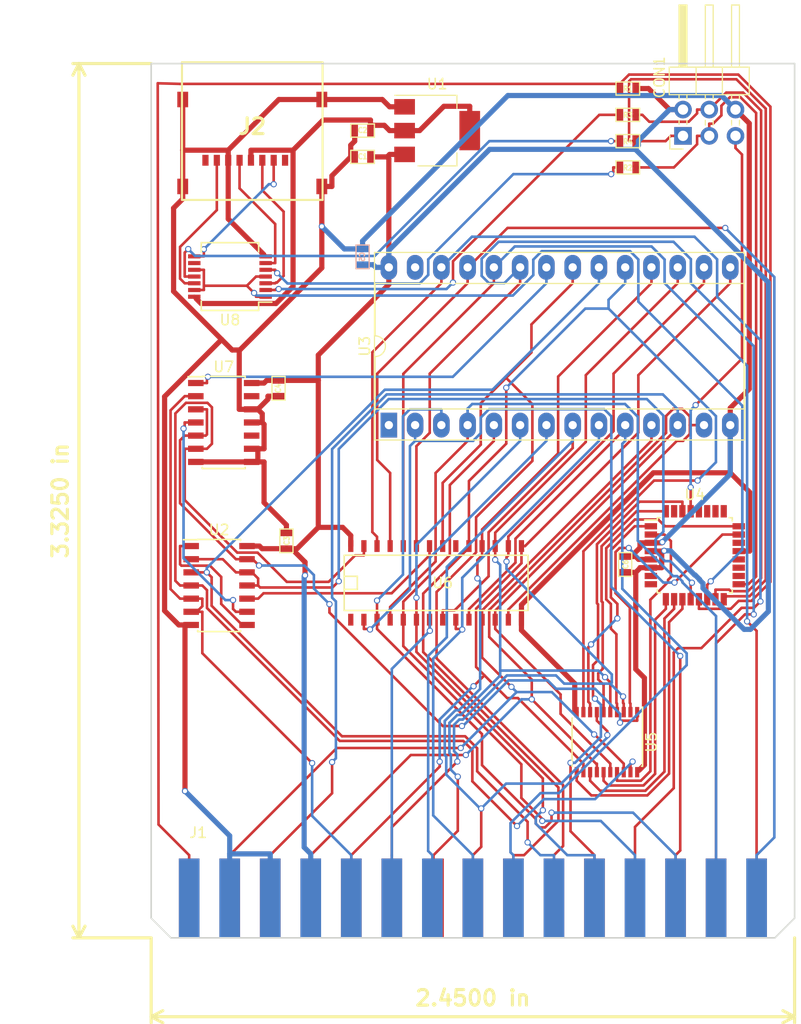
<source format=kicad_pcb>
(kicad_pcb (version 20171130) (host pcbnew "(2018-02-09 revision dba198e57)-makepkg")

  (general
    (thickness 1.6)
    (drawings 8)
    (tracks 1020)
    (zones 0)
    (modules 21)
    (nets 57)
  )

  (page A4)
  (layers
    (0 F.Cu signal)
    (31 B.Cu signal)
    (32 B.Adhes user)
    (33 F.Adhes user)
    (34 B.Paste user)
    (35 F.Paste user)
    (36 B.SilkS user)
    (37 F.SilkS user)
    (38 B.Mask user)
    (39 F.Mask user)
    (40 Dwgs.User user)
    (41 Cmts.User user)
    (42 Eco1.User user)
    (43 Eco2.User user)
    (44 Edge.Cuts user)
    (45 Margin user)
    (46 B.CrtYd user)
    (47 F.CrtYd user)
    (48 B.Fab user)
    (49 F.Fab user)
  )

  (setup
    (last_trace_width 0.25)
    (user_trace_width 0.254)
    (user_trace_width 0.3048)
    (trace_clearance 0.2)
    (zone_clearance 0.508)
    (zone_45_only no)
    (trace_min 0.2)
    (segment_width 0.2)
    (edge_width 0.15)
    (via_size 0.6)
    (via_drill 0.4)
    (via_min_size 0.4)
    (via_min_drill 0.3)
    (uvia_size 0.3)
    (uvia_drill 0.1)
    (uvias_allowed no)
    (uvia_min_size 0.2)
    (uvia_min_drill 0.1)
    (pcb_text_width 0.3)
    (pcb_text_size 1.5 1.5)
    (mod_edge_width 0.15)
    (mod_text_size 1 1)
    (mod_text_width 0.15)
    (pad_size 1.524 1.524)
    (pad_drill 0.762)
    (pad_to_mask_clearance 0.2)
    (aux_axis_origin 0 0)
    (visible_elements 7FFFFFFF)
    (pcbplotparams
      (layerselection 0x010f0_ffffffff)
      (usegerberextensions true)
      (usegerberattributes false)
      (usegerberadvancedattributes false)
      (creategerberjobfile false)
      (excludeedgelayer true)
      (linewidth 0.100000)
      (plotframeref false)
      (viasonmask false)
      (mode 1)
      (useauxorigin false)
      (hpglpennumber 1)
      (hpglpenspeed 20)
      (hpglpendiameter 15)
      (psnegative false)
      (psa4output false)
      (plotreference true)
      (plotvalue true)
      (plotinvisibletext false)
      (padsonsilk false)
      (subtractmaskfromsilk false)
      (outputformat 1)
      (mirror false)
      (drillshape 0)
      (scaleselection 1)
      (outputdirectory gerbers))
  )

  (net 0 "")
  (net 1 GND)
  (net 2 /D0)
  (net 3 /D1)
  (net 4 /D2)
  (net 5 /D3)
  (net 6 /D4)
  (net 7 /D5)
  (net 8 /D6)
  (net 9 /D7)
  (net 10 /A10)
  (net 11 /A13)
  (net 12 /A12)
  (net 13 /A11)
  (net 14 /A9)
  (net 15 /A0)
  (net 16 /A1)
  (net 17 /A2)
  (net 18 /A3)
  (net 19 /A5)
  (net 20 /A4)
  (net 21 /A7)
  (net 22 /A8)
  (net 23 /A6)
  (net 24 VCC)
  (net 25 "Net-(U4-Pad1)")
  (net 26 "Net-(U4-Pad2)")
  (net 27 "Net-(U4-Pad9)")
  (net 28 "Net-(U4-Pad10)")
  (net 29 "Net-(U4-Pad11)")
  (net 30 "Net-(U4-Pad32)")
  (net 31 +3V3)
  (net 32 "Net-(CON1-Pad1)")
  (net 33 "Net-(CON1-Pad3)")
  (net 34 "Net-(CON1-Pad4)")
  (net 35 "Net-(CON1-Pad5)")
  (net 36 T0)
  (net 37 RXD)
  (net 38 /RD)
  (net 39 /#PSEN)
  (net 40 /CS33)
  (net 41 /MOSI33)
  (net 42 /SCK33)
  (net 43 /MISO33)
  (net 44 "Net-(U2-Pad1)")
  (net 45 MENU)
  (net 46 /#RD)
  (net 47 "Net-(U2-Pad9)")
  (net 48 /#RAM_CS)
  (net 49 /#MENU)
  (net 50 /#ROM_OE)
  (net 51 "#SS")
  (net 52 "Net-(U4-Pad23)")
  (net 53 "Net-(U4-Pad24)")
  (net 54 SCK)
  (net 55 MOSI)
  (net 56 MISO)

  (net_class Default "This is the default net class."
    (clearance 0.2)
    (trace_width 0.25)
    (via_dia 0.6)
    (via_drill 0.4)
    (uvia_dia 0.3)
    (uvia_drill 0.1)
    (add_net "#SS")
    (add_net /#MENU)
    (add_net /#PSEN)
    (add_net /#RAM_CS)
    (add_net /#RD)
    (add_net /#ROM_OE)
    (add_net /A0)
    (add_net /A1)
    (add_net /A10)
    (add_net /A11)
    (add_net /A12)
    (add_net /A13)
    (add_net /A2)
    (add_net /A3)
    (add_net /A4)
    (add_net /A5)
    (add_net /A6)
    (add_net /A7)
    (add_net /A8)
    (add_net /A9)
    (add_net /CS33)
    (add_net /D0)
    (add_net /D1)
    (add_net /D2)
    (add_net /D3)
    (add_net /D4)
    (add_net /D5)
    (add_net /D6)
    (add_net /D7)
    (add_net /MISO33)
    (add_net /MOSI33)
    (add_net /RD)
    (add_net /SCK33)
    (add_net MENU)
    (add_net MISO)
    (add_net MOSI)
    (add_net "Net-(CON1-Pad1)")
    (add_net "Net-(CON1-Pad3)")
    (add_net "Net-(CON1-Pad4)")
    (add_net "Net-(CON1-Pad5)")
    (add_net "Net-(U2-Pad1)")
    (add_net "Net-(U2-Pad9)")
    (add_net "Net-(U4-Pad1)")
    (add_net "Net-(U4-Pad10)")
    (add_net "Net-(U4-Pad11)")
    (add_net "Net-(U4-Pad2)")
    (add_net "Net-(U4-Pad23)")
    (add_net "Net-(U4-Pad24)")
    (add_net "Net-(U4-Pad32)")
    (add_net "Net-(U4-Pad9)")
    (add_net RXD)
    (add_net SCK)
    (add_net T0)
  )

  (net_class POWER ""
    (clearance 0.2)
    (trace_width 0.5)
    (via_dia 0.6)
    (via_drill 0.4)
    (uvia_dia 0.3)
    (uvia_drill 0.1)
    (add_net +3V3)
    (add_net GND)
    (add_net VCC)
  )

  (module Videopac:videopac-edgecon (layer F.Cu) (tedit 5A7F184D) (tstamp 5A481ABF)
    (at 152.4 127)
    (path /59B86CB1)
    (fp_text reference J1 (at -26.56 -6.35) (layer F.SilkS)
      (effects (font (size 1 1) (thickness 0.15)))
    )
    (fp_text value Videopac_Cart_Edge_Conn (at 5.19 5.08) (layer F.Fab)
      (effects (font (size 1 1) (thickness 0.15)))
    )
    (fp_line (start -31.2 -5.08) (end 31.2 -5.08) (layer Dwgs.User) (width 0.1))
    (fp_line (start -31.2 1.905) (end -31.2 -5.08) (layer Dwgs.User) (width 0.1))
    (fp_line (start -29.21 3.81) (end -31.2 1.905) (layer Dwgs.User) (width 0.1))
    (fp_line (start 29.21 3.81) (end -29.21 3.81) (layer Dwgs.User) (width 0.1))
    (fp_line (start 31.2 1.905) (end 29.21 3.81) (layer Dwgs.User) (width 0.1))
    (fp_line (start 31.2 1.905) (end 31.2 -5.08) (layer Dwgs.User) (width 0.1))
    (pad 14 smd rect (at 23.52 0) (size 2 7.7) (layers F.Cu F.Paste F.Mask)
      (net 13 /A11))
    (pad P smd rect (at 23.52 0) (size 2 7.7) (layers B.Cu F.Paste F.Mask)
      (net 23 /A6))
    (pad R smd rect (at 27.44 0) (size 2 7.7) (layers B.Cu F.Paste F.Mask)
      (net 22 /A8))
    (pad N smd rect (at 19.6 0) (size 2 7.7) (layers B.Cu F.Paste F.Mask)
      (net 21 /A7))
    (pad L smd rect (at 11.76 0) (size 2 7.7) (layers B.Cu F.Paste F.Mask)
      (net 20 /A4))
    (pad M smd rect (at 15.68 0) (size 2 7.7) (layers B.Cu F.Paste F.Mask)
      (net 19 /A5))
    (pad K smd rect (at -7.84 0) (size 2 7.7) (layers B.Cu F.Paste F.Mask)
      (net 18 /A3))
    (pad J smd rect (at -3.92 0) (size 2 7.7) (layers B.Cu F.Paste F.Mask)
      (net 17 /A2))
    (pad H smd rect (at 0 0) (size 2 7.7) (layers B.Cu F.Paste F.Mask)
      (net 16 /A1))
    (pad G smd rect (at 3.92 0) (size 2 7.7) (layers B.Cu F.Paste F.Mask)
      (net 15 /A0))
    (pad F smd rect (at 7.84 0) (size 2 7.7) (layers B.Cu F.Paste F.Mask)
      (net 39 /#PSEN))
    (pad E smd rect (at -11.76 0) (size 2 7.7) (layers B.Cu F.Paste F.Mask)
      (net 38 /RD))
    (pad D smd rect (at -15.68 0) (size 2 7.7) (layers B.Cu F.Paste F.Mask)
      (net 24 VCC))
    (pad C smd rect (at -19.6 0) (size 2 7.7) (layers B.Cu F.Paste F.Mask)
      (net 1 GND))
    (pad B smd rect (at -23.52 0) (size 2 7.7) (layers B.Cu F.Paste F.Mask)
      (net 1 GND))
    (pad A smd rect (at -27.44 0) (size 2 7.7) (layers B.Cu F.Paste F.Mask))
    (pad 15 smd rect (at 27.44 0) (size 2 7.7) (layers F.Cu F.Paste F.Mask)
      (net 14 /A9))
    (pad 13 smd rect (at 19.6 0) (size 2 7.7) (layers F.Cu F.Paste F.Mask)
      (net 12 /A12))
    (pad 12 smd rect (at 15.68 0) (size 2 7.7) (layers F.Cu F.Paste F.Mask)
      (net 11 /A13))
    (pad 11 smd rect (at 11.76 0) (size 2 7.7) (layers F.Cu F.Paste F.Mask)
      (net 37 RXD))
    (pad 10 smd rect (at 7.84 0) (size 2 7.7) (layers F.Cu F.Paste F.Mask)
      (net 10 /A10))
    (pad 9 smd rect (at 3.92 0) (size 2 7.7) (layers F.Cu F.Paste F.Mask)
      (net 9 /D7))
    (pad 8 smd rect (at 0 0) (size 2 7.7) (layers F.Cu F.Paste F.Mask)
      (net 8 /D6))
    (pad 7 smd rect (at -3.81 0) (size 2 7.7) (layers F.Cu F.Paste F.Mask)
      (net 7 /D5))
    (pad 6 smd rect (at -7.84 0) (size 2 7.7) (layers F.Cu F.Paste F.Mask)
      (net 6 /D4))
    (pad 5 smd rect (at -11.76 0) (size 2 7.7) (layers F.Cu F.Paste F.Mask)
      (net 5 /D3))
    (pad 4 smd rect (at -15.68 0) (size 2 7.7) (layers F.Cu F.Paste F.Mask)
      (net 4 /D2))
    (pad 3 smd rect (at -19.6 0) (size 2 7.7) (layers F.Cu F.Paste F.Mask)
      (net 3 /D1))
    (pad 2 smd rect (at -23.52 0) (size 2 7.7) (layers F.Cu F.Paste F.Mask)
      (net 2 /D0))
    (pad 1 smd rect (at -27.44 0) (size 2 7.7) (layers F.Cu F.Paste F.Mask)
      (net 36 T0))
  )

  (module armory:MICRO_SD_HINGE_AMP (layer F.Cu) (tedit 540D799B) (tstamp 5A4816BF)
    (at 131.064 46.228)
    (path /5A4828E2)
    (attr smd)
    (fp_text reference J2 (at 0.01524 6.20268) (layer F.SilkS)
      (effects (font (size 1.524 1.524) (thickness 0.3048)))
    )
    (fp_text value MICRO_SD_HINGE (at -0.01524 8.01116) (layer F.SilkS) hide
      (effects (font (size 1 1) (thickness 0.25)))
    )
    (fp_line (start 6.79958 0) (end 6.79958 13.29944) (layer F.SilkS) (width 0.20066))
    (fp_line (start 6.79958 13.29944) (end -6.79958 13.29944) (layer F.SilkS) (width 0.20066))
    (fp_line (start -6.79958 13.29944) (end -6.79958 0) (layer F.SilkS) (width 0.20066))
    (fp_line (start -6.79958 0) (end 6.79958 0) (layer F.SilkS) (width 0.20066))
    (pad 1 smd rect (at 3.16992 9.46912) (size 0.59944 1.04902) (layers F.Cu F.Paste F.Mask))
    (pad 2 smd rect (at 2.0701 9.46912) (size 0.59944 1.04902) (layers F.Cu F.Paste F.Mask)
      (net 40 /CS33))
    (pad 3 smd rect (at 0.97028 9.46912) (size 0.59944 1.04902) (layers F.Cu F.Paste F.Mask)
      (net 41 /MOSI33))
    (pad 4 smd rect (at -0.12954 9.46912) (size 0.59944 1.04902) (layers F.Cu F.Paste F.Mask)
      (net 31 +3V3))
    (pad 5 smd rect (at -1.22936 9.46912) (size 0.59944 1.04902) (layers F.Cu F.Paste F.Mask)
      (net 42 /SCK33))
    (pad 6 smd rect (at -2.32918 9.46912) (size 0.59944 1.04902) (layers F.Cu F.Paste F.Mask)
      (net 1 GND))
    (pad 7 smd rect (at -3.429 9.46912) (size 0.59944 1.04902) (layers F.Cu F.Paste F.Mask)
      (net 43 /MISO33))
    (pad 8 smd rect (at -4.52882 9.46912) (size 0.59944 1.04902) (layers F.Cu F.Paste F.Mask))
    (pad 12 smd rect (at 6.72592 11.99896) (size 1.04902 1.50114) (layers F.Cu F.Paste F.Mask)
      (net 1 GND))
    (pad 9 smd rect (at -6.72592 11.99896) (size 1.04902 1.50114) (layers F.Cu F.Paste F.Mask)
      (net 1 GND))
    (pad 11 smd rect (at 6.72592 3.59918) (size 1.04902 1.50114) (layers F.Cu F.Paste F.Mask)
      (net 1 GND))
    (pad 10 smd rect (at -6.72592 3.59918) (size 1.04902 1.50114) (layers F.Cu F.Paste F.Mask)
      (net 1 GND))
    (model 3D/SD-Amp-microSlot.wrl
      (offset (xyz 0 -6.633997300367355 0))
      (scale (xyz 0.3937 0.3937 0.3937))
      (rotate (xyz 0 0 0))
    )
  )

  (module Pin_Headers:Pin_Header_Angled_2x03_Pitch2.54mm (layer F.Cu) (tedit 59650532) (tstamp 5A7F7CF7)
    (at 172.72 53.34 90)
    (descr "Through hole angled pin header, 2x03, 2.54mm pitch, 6mm pin length, double rows")
    (tags "Through hole angled pin header THT 2x03 2.54mm double row")
    (path /5A245C8B)
    (fp_text reference CON1 (at 5.655 -2.27 90) (layer F.SilkS)
      (effects (font (size 1 1) (thickness 0.15)))
    )
    (fp_text value AVR-ISP-6 (at 5.655 7.35 90) (layer F.Fab)
      (effects (font (size 1 1) (thickness 0.15)))
    )
    (fp_line (start 4.675 -1.27) (end 6.58 -1.27) (layer F.Fab) (width 0.1))
    (fp_line (start 6.58 -1.27) (end 6.58 6.35) (layer F.Fab) (width 0.1))
    (fp_line (start 6.58 6.35) (end 4.04 6.35) (layer F.Fab) (width 0.1))
    (fp_line (start 4.04 6.35) (end 4.04 -0.635) (layer F.Fab) (width 0.1))
    (fp_line (start 4.04 -0.635) (end 4.675 -1.27) (layer F.Fab) (width 0.1))
    (fp_line (start -0.32 -0.32) (end 4.04 -0.32) (layer F.Fab) (width 0.1))
    (fp_line (start -0.32 -0.32) (end -0.32 0.32) (layer F.Fab) (width 0.1))
    (fp_line (start -0.32 0.32) (end 4.04 0.32) (layer F.Fab) (width 0.1))
    (fp_line (start 6.58 -0.32) (end 12.58 -0.32) (layer F.Fab) (width 0.1))
    (fp_line (start 12.58 -0.32) (end 12.58 0.32) (layer F.Fab) (width 0.1))
    (fp_line (start 6.58 0.32) (end 12.58 0.32) (layer F.Fab) (width 0.1))
    (fp_line (start -0.32 2.22) (end 4.04 2.22) (layer F.Fab) (width 0.1))
    (fp_line (start -0.32 2.22) (end -0.32 2.86) (layer F.Fab) (width 0.1))
    (fp_line (start -0.32 2.86) (end 4.04 2.86) (layer F.Fab) (width 0.1))
    (fp_line (start 6.58 2.22) (end 12.58 2.22) (layer F.Fab) (width 0.1))
    (fp_line (start 12.58 2.22) (end 12.58 2.86) (layer F.Fab) (width 0.1))
    (fp_line (start 6.58 2.86) (end 12.58 2.86) (layer F.Fab) (width 0.1))
    (fp_line (start -0.32 4.76) (end 4.04 4.76) (layer F.Fab) (width 0.1))
    (fp_line (start -0.32 4.76) (end -0.32 5.4) (layer F.Fab) (width 0.1))
    (fp_line (start -0.32 5.4) (end 4.04 5.4) (layer F.Fab) (width 0.1))
    (fp_line (start 6.58 4.76) (end 12.58 4.76) (layer F.Fab) (width 0.1))
    (fp_line (start 12.58 4.76) (end 12.58 5.4) (layer F.Fab) (width 0.1))
    (fp_line (start 6.58 5.4) (end 12.58 5.4) (layer F.Fab) (width 0.1))
    (fp_line (start 3.98 -1.33) (end 3.98 6.41) (layer F.SilkS) (width 0.12))
    (fp_line (start 3.98 6.41) (end 6.64 6.41) (layer F.SilkS) (width 0.12))
    (fp_line (start 6.64 6.41) (end 6.64 -1.33) (layer F.SilkS) (width 0.12))
    (fp_line (start 6.64 -1.33) (end 3.98 -1.33) (layer F.SilkS) (width 0.12))
    (fp_line (start 6.64 -0.38) (end 12.64 -0.38) (layer F.SilkS) (width 0.12))
    (fp_line (start 12.64 -0.38) (end 12.64 0.38) (layer F.SilkS) (width 0.12))
    (fp_line (start 12.64 0.38) (end 6.64 0.38) (layer F.SilkS) (width 0.12))
    (fp_line (start 6.64 -0.32) (end 12.64 -0.32) (layer F.SilkS) (width 0.12))
    (fp_line (start 6.64 -0.2) (end 12.64 -0.2) (layer F.SilkS) (width 0.12))
    (fp_line (start 6.64 -0.08) (end 12.64 -0.08) (layer F.SilkS) (width 0.12))
    (fp_line (start 6.64 0.04) (end 12.64 0.04) (layer F.SilkS) (width 0.12))
    (fp_line (start 6.64 0.16) (end 12.64 0.16) (layer F.SilkS) (width 0.12))
    (fp_line (start 6.64 0.28) (end 12.64 0.28) (layer F.SilkS) (width 0.12))
    (fp_line (start 3.582929 -0.38) (end 3.98 -0.38) (layer F.SilkS) (width 0.12))
    (fp_line (start 3.582929 0.38) (end 3.98 0.38) (layer F.SilkS) (width 0.12))
    (fp_line (start 1.11 -0.38) (end 1.497071 -0.38) (layer F.SilkS) (width 0.12))
    (fp_line (start 1.11 0.38) (end 1.497071 0.38) (layer F.SilkS) (width 0.12))
    (fp_line (start 3.98 1.27) (end 6.64 1.27) (layer F.SilkS) (width 0.12))
    (fp_line (start 6.64 2.16) (end 12.64 2.16) (layer F.SilkS) (width 0.12))
    (fp_line (start 12.64 2.16) (end 12.64 2.92) (layer F.SilkS) (width 0.12))
    (fp_line (start 12.64 2.92) (end 6.64 2.92) (layer F.SilkS) (width 0.12))
    (fp_line (start 3.582929 2.16) (end 3.98 2.16) (layer F.SilkS) (width 0.12))
    (fp_line (start 3.582929 2.92) (end 3.98 2.92) (layer F.SilkS) (width 0.12))
    (fp_line (start 1.042929 2.16) (end 1.497071 2.16) (layer F.SilkS) (width 0.12))
    (fp_line (start 1.042929 2.92) (end 1.497071 2.92) (layer F.SilkS) (width 0.12))
    (fp_line (start 3.98 3.81) (end 6.64 3.81) (layer F.SilkS) (width 0.12))
    (fp_line (start 6.64 4.7) (end 12.64 4.7) (layer F.SilkS) (width 0.12))
    (fp_line (start 12.64 4.7) (end 12.64 5.46) (layer F.SilkS) (width 0.12))
    (fp_line (start 12.64 5.46) (end 6.64 5.46) (layer F.SilkS) (width 0.12))
    (fp_line (start 3.582929 4.7) (end 3.98 4.7) (layer F.SilkS) (width 0.12))
    (fp_line (start 3.582929 5.46) (end 3.98 5.46) (layer F.SilkS) (width 0.12))
    (fp_line (start 1.042929 4.7) (end 1.497071 4.7) (layer F.SilkS) (width 0.12))
    (fp_line (start 1.042929 5.46) (end 1.497071 5.46) (layer F.SilkS) (width 0.12))
    (fp_line (start -1.27 0) (end -1.27 -1.27) (layer F.SilkS) (width 0.12))
    (fp_line (start -1.27 -1.27) (end 0 -1.27) (layer F.SilkS) (width 0.12))
    (fp_line (start -1.8 -1.8) (end -1.8 6.85) (layer F.CrtYd) (width 0.05))
    (fp_line (start -1.8 6.85) (end 13.1 6.85) (layer F.CrtYd) (width 0.05))
    (fp_line (start 13.1 6.85) (end 13.1 -1.8) (layer F.CrtYd) (width 0.05))
    (fp_line (start 13.1 -1.8) (end -1.8 -1.8) (layer F.CrtYd) (width 0.05))
    (fp_text user %R (at 5.31 2.54 180) (layer F.Fab)
      (effects (font (size 1 1) (thickness 0.15)))
    )
    (pad 1 thru_hole rect (at 0 0 90) (size 1.7 1.7) (drill 1) (layers *.Cu *.Mask)
      (net 32 "Net-(CON1-Pad1)"))
    (pad 2 thru_hole oval (at 2.54 0 90) (size 1.7 1.7) (drill 1) (layers *.Cu *.Mask)
      (net 24 VCC))
    (pad 3 thru_hole oval (at 0 2.54 90) (size 1.7 1.7) (drill 1) (layers *.Cu *.Mask)
      (net 33 "Net-(CON1-Pad3)"))
    (pad 4 thru_hole oval (at 2.54 2.54 90) (size 1.7 1.7) (drill 1) (layers *.Cu *.Mask)
      (net 34 "Net-(CON1-Pad4)"))
    (pad 5 thru_hole oval (at 0 5.08 90) (size 1.7 1.7) (drill 1) (layers *.Cu *.Mask)
      (net 35 "Net-(CON1-Pad5)"))
    (pad 6 thru_hole oval (at 2.54 5.08 90) (size 1.7 1.7) (drill 1) (layers *.Cu *.Mask)
      (net 1 GND))
    (model ${KISYS3DMOD}/Pin_Headers.3dshapes/Pin_Header_Angled_2x03_Pitch2.54mm.wrl
      (at (xyz 0 0 0))
      (scale (xyz 1 1 1))
      (rotate (xyz 0 0 0))
    )
  )

  (module Housings_QFP:LQFP-32_7x7mm_Pitch0.8mm (layer F.Cu) (tedit 54130A77) (tstamp 5A481B04)
    (at 173.863 93.853)
    (descr "LQFP32: plastic low profile quad flat package; 32 leads; body 7 x 7 x 1.4 mm (see NXP sot358-1_po.pdf and sot358-1_fr.pdf)")
    (tags "QFP 0.8")
    (path /5A48353F)
    (attr smd)
    (fp_text reference U4 (at 0 -5.85) (layer F.SilkS)
      (effects (font (size 1 1) (thickness 0.15)))
    )
    (fp_text value ATMEGA328P-AU (at 0 5.85) (layer F.Fab)
      (effects (font (size 1 1) (thickness 0.15)))
    )
    (fp_text user %R (at 0 0) (layer F.Fab)
      (effects (font (size 1 1) (thickness 0.15)))
    )
    (fp_line (start -2.5 -3.5) (end 3.5 -3.5) (layer F.Fab) (width 0.15))
    (fp_line (start 3.5 -3.5) (end 3.5 3.5) (layer F.Fab) (width 0.15))
    (fp_line (start 3.5 3.5) (end -3.5 3.5) (layer F.Fab) (width 0.15))
    (fp_line (start -3.5 3.5) (end -3.5 -2.5) (layer F.Fab) (width 0.15))
    (fp_line (start -3.5 -2.5) (end -2.5 -3.5) (layer F.Fab) (width 0.15))
    (fp_line (start -5.1 -5.1) (end -5.1 5.1) (layer F.CrtYd) (width 0.05))
    (fp_line (start 5.1 -5.1) (end 5.1 5.1) (layer F.CrtYd) (width 0.05))
    (fp_line (start -5.1 -5.1) (end 5.1 -5.1) (layer F.CrtYd) (width 0.05))
    (fp_line (start -5.1 5.1) (end 5.1 5.1) (layer F.CrtYd) (width 0.05))
    (fp_line (start -3.625 -3.625) (end -3.625 -3.4) (layer F.SilkS) (width 0.15))
    (fp_line (start 3.625 -3.625) (end 3.625 -3.325) (layer F.SilkS) (width 0.15))
    (fp_line (start 3.625 3.625) (end 3.625 3.325) (layer F.SilkS) (width 0.15))
    (fp_line (start -3.625 3.625) (end -3.625 3.325) (layer F.SilkS) (width 0.15))
    (fp_line (start -3.625 -3.625) (end -3.325 -3.625) (layer F.SilkS) (width 0.15))
    (fp_line (start -3.625 3.625) (end -3.325 3.625) (layer F.SilkS) (width 0.15))
    (fp_line (start 3.625 3.625) (end 3.325 3.625) (layer F.SilkS) (width 0.15))
    (fp_line (start 3.625 -3.625) (end 3.325 -3.625) (layer F.SilkS) (width 0.15))
    (fp_line (start -3.625 -3.4) (end -4.85 -3.4) (layer F.SilkS) (width 0.15))
    (pad 1 smd rect (at -4.25 -2.8) (size 1.2 0.6) (layers F.Cu F.Paste F.Mask)
      (net 25 "Net-(U4-Pad1)"))
    (pad 2 smd rect (at -4.25 -2) (size 1.2 0.6) (layers F.Cu F.Paste F.Mask)
      (net 26 "Net-(U4-Pad2)"))
    (pad 3 smd rect (at -4.25 -1.2) (size 1.2 0.6) (layers F.Cu F.Paste F.Mask)
      (net 1 GND))
    (pad 4 smd rect (at -4.25 -0.4) (size 1.2 0.6) (layers F.Cu F.Paste F.Mask)
      (net 24 VCC))
    (pad 5 smd rect (at -4.25 0.4) (size 1.2 0.6) (layers F.Cu F.Paste F.Mask)
      (net 1 GND))
    (pad 6 smd rect (at -4.25 1.2) (size 1.2 0.6) (layers F.Cu F.Paste F.Mask)
      (net 24 VCC))
    (pad 7 smd rect (at -4.25 2) (size 1.2 0.6) (layers F.Cu F.Paste F.Mask))
    (pad 8 smd rect (at -4.25 2.8) (size 1.2 0.6) (layers F.Cu F.Paste F.Mask))
    (pad 9 smd rect (at -2.8 4.25 90) (size 1.2 0.6) (layers F.Cu F.Paste F.Mask)
      (net 27 "Net-(U4-Pad9)"))
    (pad 10 smd rect (at -2 4.25 90) (size 1.2 0.6) (layers F.Cu F.Paste F.Mask)
      (net 28 "Net-(U4-Pad10)"))
    (pad 11 smd rect (at -1.2 4.25 90) (size 1.2 0.6) (layers F.Cu F.Paste F.Mask)
      (net 29 "Net-(U4-Pad11)"))
    (pad 12 smd rect (at -0.4 4.25 90) (size 1.2 0.6) (layers F.Cu F.Paste F.Mask)
      (net 45 MENU))
    (pad 13 smd rect (at 0.4 4.25 90) (size 1.2 0.6) (layers F.Cu F.Paste F.Mask)
      (net 36 T0))
    (pad 14 smd rect (at 1.2 4.25 90) (size 1.2 0.6) (layers F.Cu F.Paste F.Mask)
      (net 51 "#SS"))
    (pad 15 smd rect (at 2 4.25 90) (size 1.2 0.6) (layers F.Cu F.Paste F.Mask)
      (net 34 "Net-(CON1-Pad4)"))
    (pad 16 smd rect (at 2.8 4.25 90) (size 1.2 0.6) (layers F.Cu F.Paste F.Mask)
      (net 32 "Net-(CON1-Pad1)"))
    (pad 17 smd rect (at 4.25 2.8) (size 1.2 0.6) (layers F.Cu F.Paste F.Mask)
      (net 33 "Net-(CON1-Pad3)"))
    (pad 18 smd rect (at 4.25 2) (size 1.2 0.6) (layers F.Cu F.Paste F.Mask))
    (pad 19 smd rect (at 4.25 1.2) (size 1.2 0.6) (layers F.Cu F.Paste F.Mask))
    (pad 20 smd rect (at 4.25 0.4) (size 1.2 0.6) (layers F.Cu F.Paste F.Mask))
    (pad 21 smd rect (at 4.25 -0.4) (size 1.2 0.6) (layers F.Cu F.Paste F.Mask)
      (net 1 GND))
    (pad 22 smd rect (at 4.25 -1.2) (size 1.2 0.6) (layers F.Cu F.Paste F.Mask))
    (pad 23 smd rect (at 4.25 -2) (size 1.2 0.6) (layers F.Cu F.Paste F.Mask)
      (net 52 "Net-(U4-Pad23)"))
    (pad 24 smd rect (at 4.25 -2.8) (size 1.2 0.6) (layers F.Cu F.Paste F.Mask)
      (net 53 "Net-(U4-Pad24)"))
    (pad 25 smd rect (at 2.8 -4.25 90) (size 1.2 0.6) (layers F.Cu F.Paste F.Mask))
    (pad 26 smd rect (at 2 -4.25 90) (size 1.2 0.6) (layers F.Cu F.Paste F.Mask))
    (pad 27 smd rect (at 1.2 -4.25 90) (size 1.2 0.6) (layers F.Cu F.Paste F.Mask))
    (pad 28 smd rect (at 0.4 -4.25 90) (size 1.2 0.6) (layers F.Cu F.Paste F.Mask))
    (pad 29 smd rect (at -0.4 -4.25 90) (size 1.2 0.6) (layers F.Cu F.Paste F.Mask)
      (net 35 "Net-(CON1-Pad5)"))
    (pad 30 smd rect (at -1.2 -4.25 90) (size 1.2 0.6) (layers F.Cu F.Paste F.Mask)
      (net 37 RXD))
    (pad 31 smd rect (at -2 -4.25 90) (size 1.2 0.6) (layers F.Cu F.Paste F.Mask))
    (pad 32 smd rect (at -2.8 -4.25 90) (size 1.2 0.6) (layers F.Cu F.Paste F.Mask)
      (net 30 "Net-(U4-Pad32)"))
    (model ${KISYS3DMOD}/Housings_QFP.3dshapes/LQFP-32_7x7mm_Pitch0.8mm.wrl
      (at (xyz 0 0 0))
      (scale (xyz 1 1 1))
      (rotate (xyz 0 0 0))
    )
  )

  (module Housings_SSOP:SSOP-20_4.4x6.5mm_Pitch0.65mm (layer F.Cu) (tedit 57AFAF80) (tstamp 5A481C10)
    (at 165.365 111.908 270)
    (descr "SSOP20: plastic shrink small outline package; 20 leads; body width 4.4 mm; (see NXP SSOP-TSSOP-VSO-REFLOW.pdf and sot266-1_po.pdf)")
    (tags "SSOP 0.65")
    (path /5A242291)
    (attr smd)
    (fp_text reference U5 (at 0 -4.3 270) (layer F.SilkS)
      (effects (font (size 1 1) (thickness 0.15)))
    )
    (fp_text value 74HC244 (at 0 4.3 270) (layer F.Fab)
      (effects (font (size 1 1) (thickness 0.15)))
    )
    (fp_line (start -1.2 -3.25) (end 2.2 -3.25) (layer F.Fab) (width 0.15))
    (fp_line (start 2.2 -3.25) (end 2.2 3.25) (layer F.Fab) (width 0.15))
    (fp_line (start 2.2 3.25) (end -2.2 3.25) (layer F.Fab) (width 0.15))
    (fp_line (start -2.2 3.25) (end -2.2 -2.25) (layer F.Fab) (width 0.15))
    (fp_line (start -2.2 -2.25) (end -1.2 -3.25) (layer F.Fab) (width 0.15))
    (fp_line (start -3.65 -3.55) (end -3.65 3.55) (layer F.CrtYd) (width 0.05))
    (fp_line (start 3.65 -3.55) (end 3.65 3.55) (layer F.CrtYd) (width 0.05))
    (fp_line (start -3.65 -3.55) (end 3.65 -3.55) (layer F.CrtYd) (width 0.05))
    (fp_line (start -3.65 3.55) (end 3.65 3.55) (layer F.CrtYd) (width 0.05))
    (fp_line (start 2.325 -3.45) (end 2.325 -3.35) (layer F.SilkS) (width 0.15))
    (fp_line (start 2.325 3.375) (end 2.325 3.35) (layer F.SilkS) (width 0.15))
    (fp_line (start -2.325 3.375) (end -2.325 3.35) (layer F.SilkS) (width 0.15))
    (fp_line (start -3.4 -3.45) (end 2.325 -3.45) (layer F.SilkS) (width 0.15))
    (fp_line (start -2.325 3.375) (end 2.325 3.375) (layer F.SilkS) (width 0.15))
    (fp_text user %R (at 0 0 270) (layer F.Fab)
      (effects (font (size 0.8 0.8) (thickness 0.15)))
    )
    (pad 1 smd rect (at -2.9 -2.925 270) (size 1 0.4) (layers F.Cu F.Paste F.Mask)
      (net 49 /#MENU))
    (pad 2 smd rect (at -2.9 -2.275 270) (size 1 0.4) (layers F.Cu F.Paste F.Mask)
      (net 52 "Net-(U4-Pad23)"))
    (pad 3 smd rect (at -2.9 -1.625 270) (size 1 0.4) (layers F.Cu F.Paste F.Mask)
      (net 6 /D4))
    (pad 4 smd rect (at -2.9 -0.975 270) (size 1 0.4) (layers F.Cu F.Paste F.Mask)
      (net 53 "Net-(U4-Pad24)"))
    (pad 5 smd rect (at -2.9 -0.325 270) (size 1 0.4) (layers F.Cu F.Paste F.Mask)
      (net 7 /D5))
    (pad 6 smd rect (at -2.9 0.325 270) (size 1 0.4) (layers F.Cu F.Paste F.Mask)
      (net 30 "Net-(U4-Pad32)"))
    (pad 7 smd rect (at -2.9 0.975 270) (size 1 0.4) (layers F.Cu F.Paste F.Mask)
      (net 8 /D6))
    (pad 8 smd rect (at -2.9 1.625 270) (size 1 0.4) (layers F.Cu F.Paste F.Mask)
      (net 25 "Net-(U4-Pad1)"))
    (pad 9 smd rect (at -2.9 2.275 270) (size 1 0.4) (layers F.Cu F.Paste F.Mask)
      (net 9 /D7))
    (pad 10 smd rect (at -2.9 2.925 270) (size 1 0.4) (layers F.Cu F.Paste F.Mask)
      (net 1 GND))
    (pad 11 smd rect (at 2.9 2.925 270) (size 1 0.4) (layers F.Cu F.Paste F.Mask)
      (net 29 "Net-(U4-Pad11)"))
    (pad 12 smd rect (at 2.9 2.275 270) (size 1 0.4) (layers F.Cu F.Paste F.Mask)
      (net 5 /D3))
    (pad 13 smd rect (at 2.9 1.625 270) (size 1 0.4) (layers F.Cu F.Paste F.Mask)
      (net 28 "Net-(U4-Pad10)"))
    (pad 14 smd rect (at 2.9 0.975 270) (size 1 0.4) (layers F.Cu F.Paste F.Mask)
      (net 4 /D2))
    (pad 15 smd rect (at 2.9 0.325 270) (size 1 0.4) (layers F.Cu F.Paste F.Mask)
      (net 27 "Net-(U4-Pad9)"))
    (pad 16 smd rect (at 2.9 -0.325 270) (size 1 0.4) (layers F.Cu F.Paste F.Mask)
      (net 3 /D1))
    (pad 17 smd rect (at 2.9 -0.975 270) (size 1 0.4) (layers F.Cu F.Paste F.Mask)
      (net 26 "Net-(U4-Pad2)"))
    (pad 18 smd rect (at 2.9 -1.625 270) (size 1 0.4) (layers F.Cu F.Paste F.Mask)
      (net 2 /D0))
    (pad 19 smd rect (at 2.9 -2.275 270) (size 1 0.4) (layers F.Cu F.Paste F.Mask)
      (net 46 /#RD))
    (pad 20 smd rect (at 2.9 -2.925 270) (size 1 0.4) (layers F.Cu F.Paste F.Mask)
      (net 24 VCC))
    (model ${KISYS3DMOD}/Housings_SSOP.3dshapes/SSOP-20_4.4x6.5mm_Pitch0.65mm.wrl
      (at (xyz 0 0 0))
      (scale (xyz 1 1 1))
      (rotate (xyz 0 0 0))
    )
  )

  (module TO_SOT_Packages_SMD:SOT-223 (layer F.Cu) (tedit 58CE4E7E) (tstamp 5A80068C)
    (at 148.946 52.832)
    (descr "module CMS SOT223 4 pins")
    (tags "CMS SOT")
    (path /5A485792)
    (attr smd)
    (fp_text reference U1 (at 0 -4.5) (layer F.SilkS)
      (effects (font (size 1 1) (thickness 0.15)))
    )
    (fp_text value AP111733 (at 0 4.5) (layer F.Fab)
      (effects (font (size 1 1) (thickness 0.15)))
    )
    (fp_text user %R (at 0 0 90) (layer F.Fab)
      (effects (font (size 0.8 0.8) (thickness 0.12)))
    )
    (fp_line (start -1.85 -2.3) (end -0.8 -3.35) (layer F.Fab) (width 0.1))
    (fp_line (start 1.91 3.41) (end 1.91 2.15) (layer F.SilkS) (width 0.12))
    (fp_line (start 1.91 -3.41) (end 1.91 -2.15) (layer F.SilkS) (width 0.12))
    (fp_line (start 4.4 -3.6) (end -4.4 -3.6) (layer F.CrtYd) (width 0.05))
    (fp_line (start 4.4 3.6) (end 4.4 -3.6) (layer F.CrtYd) (width 0.05))
    (fp_line (start -4.4 3.6) (end 4.4 3.6) (layer F.CrtYd) (width 0.05))
    (fp_line (start -4.4 -3.6) (end -4.4 3.6) (layer F.CrtYd) (width 0.05))
    (fp_line (start -1.85 -2.3) (end -1.85 3.35) (layer F.Fab) (width 0.1))
    (fp_line (start -1.85 3.41) (end 1.91 3.41) (layer F.SilkS) (width 0.12))
    (fp_line (start -0.8 -3.35) (end 1.85 -3.35) (layer F.Fab) (width 0.1))
    (fp_line (start -4.1 -3.41) (end 1.91 -3.41) (layer F.SilkS) (width 0.12))
    (fp_line (start -1.85 3.35) (end 1.85 3.35) (layer F.Fab) (width 0.1))
    (fp_line (start 1.85 -3.35) (end 1.85 3.35) (layer F.Fab) (width 0.1))
    (pad 4 smd rect (at 3.15 0) (size 2 3.8) (layers F.Cu F.Paste F.Mask)
      (net 31 +3V3))
    (pad 2 smd rect (at -3.15 0) (size 2 1.5) (layers F.Cu F.Paste F.Mask)
      (net 31 +3V3))
    (pad 3 smd rect (at -3.15 2.3) (size 2 1.5) (layers F.Cu F.Paste F.Mask)
      (net 24 VCC))
    (pad 1 smd rect (at -3.15 -2.3) (size 2 1.5) (layers F.Cu F.Paste F.Mask)
      (net 1 GND))
    (model ${KISYS3DMOD}/TO_SOT_Packages_SMD.3dshapes/SOT-223.wrl
      (at (xyz 0 0 0))
      (scale (xyz 1 1 1))
      (rotate (xyz 0 0 0))
    )
  )

  (module Housings_SOIC:SOIC-14_3.9x8.7mm_Pitch1.27mm (layer F.Cu) (tedit 58CC8F64) (tstamp 5A7F780B)
    (at 127.856 96.774)
    (descr "14-Lead Plastic Small Outline (SL) - Narrow, 3.90 mm Body [SOIC] (see Microchip Packaging Specification 00000049BS.pdf)")
    (tags "SOIC 1.27")
    (path /5A526C1C)
    (attr smd)
    (fp_text reference U2 (at 0 -5.375) (layer F.SilkS)
      (effects (font (size 1 1) (thickness 0.15)))
    )
    (fp_text value 74LS02 (at 0 5.375) (layer F.Fab)
      (effects (font (size 1 1) (thickness 0.15)))
    )
    (fp_text user %R (at 0 0) (layer F.Fab)
      (effects (font (size 0.9 0.9) (thickness 0.135)))
    )
    (fp_line (start -0.95 -4.35) (end 1.95 -4.35) (layer F.Fab) (width 0.15))
    (fp_line (start 1.95 -4.35) (end 1.95 4.35) (layer F.Fab) (width 0.15))
    (fp_line (start 1.95 4.35) (end -1.95 4.35) (layer F.Fab) (width 0.15))
    (fp_line (start -1.95 4.35) (end -1.95 -3.35) (layer F.Fab) (width 0.15))
    (fp_line (start -1.95 -3.35) (end -0.95 -4.35) (layer F.Fab) (width 0.15))
    (fp_line (start -3.7 -4.65) (end -3.7 4.65) (layer F.CrtYd) (width 0.05))
    (fp_line (start 3.7 -4.65) (end 3.7 4.65) (layer F.CrtYd) (width 0.05))
    (fp_line (start -3.7 -4.65) (end 3.7 -4.65) (layer F.CrtYd) (width 0.05))
    (fp_line (start -3.7 4.65) (end 3.7 4.65) (layer F.CrtYd) (width 0.05))
    (fp_line (start -2.075 -4.45) (end -2.075 -4.425) (layer F.SilkS) (width 0.15))
    (fp_line (start 2.075 -4.45) (end 2.075 -4.335) (layer F.SilkS) (width 0.15))
    (fp_line (start 2.075 4.45) (end 2.075 4.335) (layer F.SilkS) (width 0.15))
    (fp_line (start -2.075 4.45) (end -2.075 4.335) (layer F.SilkS) (width 0.15))
    (fp_line (start -2.075 -4.45) (end 2.075 -4.45) (layer F.SilkS) (width 0.15))
    (fp_line (start -2.075 4.45) (end 2.075 4.45) (layer F.SilkS) (width 0.15))
    (fp_line (start -2.075 -4.425) (end -3.45 -4.425) (layer F.SilkS) (width 0.15))
    (pad 1 smd rect (at -2.7 -3.81) (size 1.5 0.6) (layers F.Cu F.Paste F.Mask)
      (net 44 "Net-(U2-Pad1)"))
    (pad 2 smd rect (at -2.7 -2.54) (size 1.5 0.6) (layers F.Cu F.Paste F.Mask)
      (net 45 MENU))
    (pad 3 smd rect (at -2.7 -1.27) (size 1.5 0.6) (layers F.Cu F.Paste F.Mask)
      (net 39 /#PSEN))
    (pad 4 smd rect (at -2.7 0) (size 1.5 0.6) (layers F.Cu F.Paste F.Mask)
      (net 46 /#RD))
    (pad 5 smd rect (at -2.7 1.27) (size 1.5 0.6) (layers F.Cu F.Paste F.Mask)
      (net 38 /RD))
    (pad 6 smd rect (at -2.7 2.54) (size 1.5 0.6) (layers F.Cu F.Paste F.Mask)
      (net 38 /RD))
    (pad 7 smd rect (at -2.7 3.81) (size 1.5 0.6) (layers F.Cu F.Paste F.Mask)
      (net 1 GND))
    (pad 8 smd rect (at 2.7 3.81) (size 1.5 0.6) (layers F.Cu F.Paste F.Mask)
      (net 44 "Net-(U2-Pad1)"))
    (pad 9 smd rect (at 2.7 2.54) (size 1.5 0.6) (layers F.Cu F.Paste F.Mask)
      (net 47 "Net-(U2-Pad9)"))
    (pad 10 smd rect (at 2.7 1.27) (size 1.5 0.6) (layers F.Cu F.Paste F.Mask)
      (net 48 /#RAM_CS))
    (pad 11 smd rect (at 2.7 0) (size 1.5 0.6) (layers F.Cu F.Paste F.Mask)
      (net 45 MENU))
    (pad 12 smd rect (at 2.7 -1.27) (size 1.5 0.6) (layers F.Cu F.Paste F.Mask)
      (net 45 MENU))
    (pad 13 smd rect (at 2.7 -2.54) (size 1.5 0.6) (layers F.Cu F.Paste F.Mask)
      (net 49 /#MENU))
    (pad 14 smd rect (at 2.7 -3.81) (size 1.5 0.6) (layers F.Cu F.Paste F.Mask)
      (net 24 VCC))
    (model ${KISYS3DMOD}/Housings_SOIC.3dshapes/SOIC-14_3.9x8.7mm_Pitch1.27mm.wrl
      (at (xyz 0 0 0))
      (scale (xyz 1 1 1))
      (rotate (xyz 0 0 0))
    )
  )

  (module Housings_SSOP:SSOP-14_5.3x6.2mm_Pitch0.65mm (layer F.Cu) (tedit 54130A77) (tstamp 5A737889)
    (at 128.905 66.929 180)
    (descr "SSOP14: plastic shrink small outline package; 14 leads; body width 5.3 mm; (see NXP SSOP-TSSOP-VSO-REFLOW.pdf and sot337-1_po.pdf)")
    (tags "SSOP 0.65")
    (path /5A4ABCD9)
    (attr smd)
    (fp_text reference U8 (at 0 -4.2 180) (layer F.SilkS)
      (effects (font (size 1 1) (thickness 0.15)))
    )
    (fp_text value 74LS125 (at 0 4.2 180) (layer F.Fab)
      (effects (font (size 1 1) (thickness 0.15)))
    )
    (fp_line (start -1.65 -3.1) (end 2.65 -3.1) (layer F.Fab) (width 0.15))
    (fp_line (start 2.65 -3.1) (end 2.65 3.1) (layer F.Fab) (width 0.15))
    (fp_line (start 2.65 3.1) (end -2.65 3.1) (layer F.Fab) (width 0.15))
    (fp_line (start -2.65 3.1) (end -2.65 -2.1) (layer F.Fab) (width 0.15))
    (fp_line (start -2.65 -2.1) (end -1.65 -3.1) (layer F.Fab) (width 0.15))
    (fp_line (start -4.3 -3.45) (end -4.3 3.45) (layer F.CrtYd) (width 0.05))
    (fp_line (start 4.3 -3.45) (end 4.3 3.45) (layer F.CrtYd) (width 0.05))
    (fp_line (start -4.3 -3.45) (end 4.3 -3.45) (layer F.CrtYd) (width 0.05))
    (fp_line (start -4.3 3.45) (end 4.3 3.45) (layer F.CrtYd) (width 0.05))
    (fp_line (start -2.775 -3.275) (end -2.775 -2.475) (layer F.SilkS) (width 0.15))
    (fp_line (start 2.775 -3.275) (end 2.775 -2.375) (layer F.SilkS) (width 0.15))
    (fp_line (start 2.775 3.275) (end 2.775 2.375) (layer F.SilkS) (width 0.15))
    (fp_line (start -2.775 3.275) (end -2.775 2.375) (layer F.SilkS) (width 0.15))
    (fp_line (start -2.775 -3.275) (end 2.775 -3.275) (layer F.SilkS) (width 0.15))
    (fp_line (start -2.775 3.275) (end 2.775 3.275) (layer F.SilkS) (width 0.15))
    (fp_line (start -2.775 -2.475) (end -4.05 -2.475) (layer F.SilkS) (width 0.15))
    (fp_text user %R (at 0 0 180) (layer F.Fab)
      (effects (font (size 0.8 0.8) (thickness 0.15)))
    )
    (pad 1 smd rect (at -3.45 -1.95 180) (size 1.2 0.4) (layers F.Cu F.Paste F.Mask)
      (net 51 "#SS"))
    (pad 2 smd rect (at -3.45 -1.3 180) (size 1.2 0.4) (layers F.Cu F.Paste F.Mask)
      (net 55 MOSI))
    (pad 3 smd rect (at -3.45 -0.65 180) (size 1.2 0.4) (layers F.Cu F.Paste F.Mask)
      (net 41 /MOSI33))
    (pad 4 smd rect (at -3.45 0 180) (size 1.2 0.4) (layers F.Cu F.Paste F.Mask)
      (net 51 "#SS"))
    (pad 5 smd rect (at -3.45 0.65 180) (size 1.2 0.4) (layers F.Cu F.Paste F.Mask)
      (net 54 SCK))
    (pad 6 smd rect (at -3.45 1.3 180) (size 1.2 0.4) (layers F.Cu F.Paste F.Mask)
      (net 42 /SCK33))
    (pad 7 smd rect (at -3.45 1.95 180) (size 1.2 0.4) (layers F.Cu F.Paste F.Mask)
      (net 1 GND))
    (pad 8 smd rect (at 3.45 1.95 180) (size 1.2 0.4) (layers F.Cu F.Paste F.Mask)
      (net 40 /CS33))
    (pad 9 smd rect (at 3.45 1.3 180) (size 1.2 0.4) (layers F.Cu F.Paste F.Mask))
    (pad 10 smd rect (at 3.45 0.65 180) (size 1.2 0.4) (layers F.Cu F.Paste F.Mask)
      (net 51 "#SS"))
    (pad 11 smd rect (at 3.45 0 180) (size 1.2 0.4) (layers F.Cu F.Paste F.Mask)
      (net 56 MISO))
    (pad 12 smd rect (at 3.45 -0.65 180) (size 1.2 0.4) (layers F.Cu F.Paste F.Mask)
      (net 43 /MISO33))
    (pad 13 smd rect (at 3.45 -1.3 180) (size 1.2 0.4) (layers F.Cu F.Paste F.Mask)
      (net 51 "#SS"))
    (pad 14 smd rect (at 3.45 -1.95 180) (size 1.2 0.4) (layers F.Cu F.Paste F.Mask)
      (net 31 +3V3))
    (model ${KISYS3DMOD}/Housings_SSOP.3dshapes/SSOP-14_5.3x6.2mm_Pitch0.65mm.wrl
      (at (xyz 0 0 0))
      (scale (xyz 1 1 1))
      (rotate (xyz 0 0 0))
    )
  )

  (module Housings_SOIC:SOIC-14_3.9x8.7mm_Pitch1.27mm (layer F.Cu) (tedit 58CC8F64) (tstamp 5A7378FA)
    (at 128.303 81.026)
    (descr "14-Lead Plastic Small Outline (SL) - Narrow, 3.90 mm Body [SOIC] (see Microchip Packaging Specification 00000049BS.pdf)")
    (tags "SOIC 1.27")
    (path /5A526D79)
    (attr smd)
    (fp_text reference U7 (at 0 -5.375) (layer F.SilkS)
      (effects (font (size 1 1) (thickness 0.15)))
    )
    (fp_text value 74LS02 (at 0 5.375) (layer F.Fab)
      (effects (font (size 1 1) (thickness 0.15)))
    )
    (fp_text user %R (at 0 0) (layer F.Fab)
      (effects (font (size 0.9 0.9) (thickness 0.135)))
    )
    (fp_line (start -0.95 -4.35) (end 1.95 -4.35) (layer F.Fab) (width 0.15))
    (fp_line (start 1.95 -4.35) (end 1.95 4.35) (layer F.Fab) (width 0.15))
    (fp_line (start 1.95 4.35) (end -1.95 4.35) (layer F.Fab) (width 0.15))
    (fp_line (start -1.95 4.35) (end -1.95 -3.35) (layer F.Fab) (width 0.15))
    (fp_line (start -1.95 -3.35) (end -0.95 -4.35) (layer F.Fab) (width 0.15))
    (fp_line (start -3.7 -4.65) (end -3.7 4.65) (layer F.CrtYd) (width 0.05))
    (fp_line (start 3.7 -4.65) (end 3.7 4.65) (layer F.CrtYd) (width 0.05))
    (fp_line (start -3.7 -4.65) (end 3.7 -4.65) (layer F.CrtYd) (width 0.05))
    (fp_line (start -3.7 4.65) (end 3.7 4.65) (layer F.CrtYd) (width 0.05))
    (fp_line (start -2.075 -4.45) (end -2.075 -4.425) (layer F.SilkS) (width 0.15))
    (fp_line (start 2.075 -4.45) (end 2.075 -4.335) (layer F.SilkS) (width 0.15))
    (fp_line (start 2.075 4.45) (end 2.075 4.335) (layer F.SilkS) (width 0.15))
    (fp_line (start -2.075 4.45) (end -2.075 4.335) (layer F.SilkS) (width 0.15))
    (fp_line (start -2.075 -4.45) (end 2.075 -4.45) (layer F.SilkS) (width 0.15))
    (fp_line (start -2.075 4.45) (end 2.075 4.45) (layer F.SilkS) (width 0.15))
    (fp_line (start -2.075 -4.425) (end -3.45 -4.425) (layer F.SilkS) (width 0.15))
    (pad 1 smd rect (at -2.7 -3.81) (size 1.5 0.6) (layers F.Cu F.Paste F.Mask)
      (net 50 /#ROM_OE))
    (pad 2 smd rect (at -2.7 -2.54) (size 1.5 0.6) (layers F.Cu F.Paste F.Mask)
      (net 38 /RD))
    (pad 3 smd rect (at -2.7 -1.27) (size 1.5 0.6) (layers F.Cu F.Paste F.Mask)
      (net 49 /#MENU))
    (pad 4 smd rect (at -2.7 0) (size 1.5 0.6) (layers F.Cu F.Paste F.Mask)
      (net 47 "Net-(U2-Pad9)"))
    (pad 5 smd rect (at -2.7 1.27) (size 1.5 0.6) (layers F.Cu F.Paste F.Mask)
      (net 49 /#MENU))
    (pad 6 smd rect (at -2.7 2.54) (size 1.5 0.6) (layers F.Cu F.Paste F.Mask)
      (net 46 /#RD))
    (pad 7 smd rect (at -2.7 3.81) (size 1.5 0.6) (layers F.Cu F.Paste F.Mask)
      (net 1 GND))
    (pad 8 smd rect (at 2.7 3.81) (size 1.5 0.6) (layers F.Cu F.Paste F.Mask)
      (net 1 GND))
    (pad 9 smd rect (at 2.7 2.54) (size 1.5 0.6) (layers F.Cu F.Paste F.Mask)
      (net 1 GND))
    (pad 10 smd rect (at 2.7 1.27) (size 1.5 0.6) (layers F.Cu F.Paste F.Mask))
    (pad 11 smd rect (at 2.7 0) (size 1.5 0.6) (layers F.Cu F.Paste F.Mask)
      (net 1 GND))
    (pad 12 smd rect (at 2.7 -1.27) (size 1.5 0.6) (layers F.Cu F.Paste F.Mask)
      (net 1 GND))
    (pad 13 smd rect (at 2.7 -2.54) (size 1.5 0.6) (layers F.Cu F.Paste F.Mask))
    (pad 14 smd rect (at 2.7 -3.81) (size 1.5 0.6) (layers F.Cu F.Paste F.Mask)
      (net 24 VCC))
    (model ${KISYS3DMOD}/Housings_SOIC.3dshapes/SOIC-14_3.9x8.7mm_Pitch1.27mm.wrl
      (at (xyz 0 0 0))
      (scale (xyz 1 1 1))
      (rotate (xyz 0 0 0))
    )
  )

  (module SMD_Packages:SOIC-28 (layer F.Cu) (tedit 0) (tstamp 5A7F76E1)
    (at 148.844 96.52)
    (descr "Module CMS SOJ 28 pins large")
    (tags "CMS SOJ")
    (path /594AB40C)
    (attr smd)
    (fp_text reference U6 (at 0.635 0) (layer F.SilkS)
      (effects (font (size 1 1) (thickness 0.15)))
    )
    (fp_text value HM62256BLP-7 (at 0 1.27) (layer F.Fab)
      (effects (font (size 1 1) (thickness 0.15)))
    )
    (fp_line (start 8.763 2.667) (end -8.89 2.667) (layer F.SilkS) (width 0.15))
    (fp_line (start -8.89 -2.667) (end 8.89 -2.667) (layer F.SilkS) (width 0.15))
    (fp_line (start 8.89 2.667) (end 8.89 -2.667) (layer F.SilkS) (width 0.15))
    (fp_line (start -8.89 -2.667) (end -8.89 2.667) (layer F.SilkS) (width 0.15))
    (fp_line (start -8.89 -0.635) (end -7.62 -0.635) (layer F.SilkS) (width 0.15))
    (fp_line (start -7.62 -0.635) (end -7.62 0.635) (layer F.SilkS) (width 0.15))
    (fp_line (start -7.62 0.635) (end -8.89 0.635) (layer F.SilkS) (width 0.15))
    (pad 1 smd rect (at -8.255 3.556) (size 0.508 1.143) (layers F.Cu F.Paste F.Mask))
    (pad 2 smd rect (at -6.985 3.556) (size 0.508 1.143) (layers F.Cu F.Paste F.Mask)
      (net 12 /A12))
    (pad 3 smd rect (at -5.715 3.556) (size 0.508 1.143) (layers F.Cu F.Paste F.Mask)
      (net 21 /A7))
    (pad 4 smd rect (at -4.445 3.556) (size 0.508 1.143) (layers F.Cu F.Paste F.Mask)
      (net 23 /A6))
    (pad 5 smd rect (at -3.175 3.556) (size 0.508 1.143) (layers F.Cu F.Paste F.Mask)
      (net 19 /A5))
    (pad 6 smd rect (at -1.905 3.556) (size 0.508 1.143) (layers F.Cu F.Paste F.Mask)
      (net 20 /A4))
    (pad 7 smd rect (at -0.635 3.556) (size 0.508 1.143) (layers F.Cu F.Paste F.Mask)
      (net 18 /A3))
    (pad 8 smd rect (at 0.635 3.556) (size 0.508 1.143) (layers F.Cu F.Paste F.Mask)
      (net 17 /A2))
    (pad 9 smd rect (at 1.905 3.556) (size 0.508 1.143) (layers F.Cu F.Paste F.Mask)
      (net 16 /A1))
    (pad 10 smd rect (at 3.175 3.556) (size 0.508 1.143) (layers F.Cu F.Paste F.Mask)
      (net 15 /A0))
    (pad 11 smd rect (at 4.445 3.556) (size 0.508 1.143) (layers F.Cu F.Paste F.Mask)
      (net 2 /D0))
    (pad 12 smd rect (at 5.715 3.556) (size 0.508 1.143) (layers F.Cu F.Paste F.Mask)
      (net 3 /D1))
    (pad 13 smd rect (at 6.985 3.556) (size 0.508 1.143) (layers F.Cu F.Paste F.Mask)
      (net 4 /D2))
    (pad 14 smd rect (at 8.255 3.556) (size 0.508 1.143) (layers F.Cu F.Paste F.Mask)
      (net 1 GND))
    (pad 15 smd rect (at 8.255 -3.556) (size 0.508 1.143) (layers F.Cu F.Paste F.Mask)
      (net 5 /D3))
    (pad 16 smd rect (at 6.985 -3.556) (size 0.508 1.143) (layers F.Cu F.Paste F.Mask)
      (net 6 /D4))
    (pad 17 smd rect (at 5.715 -3.556) (size 0.508 1.143) (layers F.Cu F.Paste F.Mask)
      (net 7 /D5))
    (pad 18 smd rect (at 4.445 -3.556) (size 0.508 1.143) (layers F.Cu F.Paste F.Mask)
      (net 8 /D6))
    (pad 19 smd rect (at 3.175 -3.556) (size 0.508 1.143) (layers F.Cu F.Paste F.Mask)
      (net 9 /D7))
    (pad 20 smd rect (at 1.905 -3.556) (size 0.508 1.143) (layers F.Cu F.Paste F.Mask))
    (pad 21 smd rect (at 0.635 -3.556) (size 0.508 1.143) (layers F.Cu F.Paste F.Mask)
      (net 10 /A10))
    (pad 22 smd rect (at -0.635 -3.556) (size 0.508 1.143) (layers F.Cu F.Paste F.Mask)
      (net 48 /#RAM_CS))
    (pad 23 smd rect (at -1.905 -3.556) (size 0.508 1.143) (layers F.Cu F.Paste F.Mask)
      (net 13 /A11))
    (pad 24 smd rect (at -3.175 -3.556) (size 0.508 1.143) (layers F.Cu F.Paste F.Mask)
      (net 14 /A9))
    (pad 25 smd rect (at -4.445 -3.556) (size 0.508 1.143) (layers F.Cu F.Paste F.Mask)
      (net 22 /A8))
    (pad 26 smd rect (at -5.715 -3.556) (size 0.508 1.143) (layers F.Cu F.Paste F.Mask)
      (net 11 /A13))
    (pad 27 smd rect (at -6.985 -3.556) (size 0.508 1.143) (layers F.Cu F.Paste F.Mask)
      (net 46 /#RD))
    (pad 28 smd rect (at -8.255 -3.556) (size 0.508 1.143) (layers F.Cu F.Paste F.Mask)
      (net 24 VCC))
  )

  (module Housings_DIP:DIP-28_W15.24mm_Socket_LongPads (layer F.Cu) (tedit 59C78D6C) (tstamp 5A7F74E1)
    (at 144.272 81.28 90)
    (descr "28-lead though-hole mounted DIP package, row spacing 15.24 mm (600 mils), Socket, LongPads")
    (tags "THT DIP DIL PDIP 2.54mm 15.24mm 600mil Socket LongPads")
    (path /5A2D5AD9)
    (fp_text reference U3 (at 7.62 -2.33 90) (layer F.SilkS)
      (effects (font (size 1 1) (thickness 0.15)))
    )
    (fp_text value 27128 (at 7.62 35.35 90) (layer F.Fab)
      (effects (font (size 1 1) (thickness 0.15)))
    )
    (fp_text user %R (at 7.62 16.51 90) (layer F.Fab)
      (effects (font (size 1 1) (thickness 0.15)))
    )
    (fp_line (start 16.8 -1.6) (end -1.55 -1.6) (layer F.CrtYd) (width 0.05))
    (fp_line (start 16.8 34.65) (end 16.8 -1.6) (layer F.CrtYd) (width 0.05))
    (fp_line (start -1.55 34.65) (end 16.8 34.65) (layer F.CrtYd) (width 0.05))
    (fp_line (start -1.55 -1.6) (end -1.55 34.65) (layer F.CrtYd) (width 0.05))
    (fp_line (start 16.68 -1.39) (end -1.44 -1.39) (layer F.SilkS) (width 0.12))
    (fp_line (start 16.68 34.41) (end 16.68 -1.39) (layer F.SilkS) (width 0.12))
    (fp_line (start -1.44 34.41) (end 16.68 34.41) (layer F.SilkS) (width 0.12))
    (fp_line (start -1.44 -1.39) (end -1.44 34.41) (layer F.SilkS) (width 0.12))
    (fp_line (start 13.68 -1.33) (end 8.62 -1.33) (layer F.SilkS) (width 0.12))
    (fp_line (start 13.68 34.35) (end 13.68 -1.33) (layer F.SilkS) (width 0.12))
    (fp_line (start 1.56 34.35) (end 13.68 34.35) (layer F.SilkS) (width 0.12))
    (fp_line (start 1.56 -1.33) (end 1.56 34.35) (layer F.SilkS) (width 0.12))
    (fp_line (start 6.62 -1.33) (end 1.56 -1.33) (layer F.SilkS) (width 0.12))
    (fp_line (start 16.51 -1.33) (end -1.27 -1.33) (layer F.Fab) (width 0.1))
    (fp_line (start 16.51 34.35) (end 16.51 -1.33) (layer F.Fab) (width 0.1))
    (fp_line (start -1.27 34.35) (end 16.51 34.35) (layer F.Fab) (width 0.1))
    (fp_line (start -1.27 -1.33) (end -1.27 34.35) (layer F.Fab) (width 0.1))
    (fp_line (start 0.255 -0.27) (end 1.255 -1.27) (layer F.Fab) (width 0.1))
    (fp_line (start 0.255 34.29) (end 0.255 -0.27) (layer F.Fab) (width 0.1))
    (fp_line (start 14.985 34.29) (end 0.255 34.29) (layer F.Fab) (width 0.1))
    (fp_line (start 14.985 -1.27) (end 14.985 34.29) (layer F.Fab) (width 0.1))
    (fp_line (start 1.255 -1.27) (end 14.985 -1.27) (layer F.Fab) (width 0.1))
    (fp_arc (start 7.62 -1.33) (end 6.62 -1.33) (angle -180) (layer F.SilkS) (width 0.12))
    (pad 28 thru_hole oval (at 15.24 0 90) (size 2.4 1.6) (drill 0.8) (layers *.Cu *.Mask)
      (net 24 VCC))
    (pad 14 thru_hole oval (at 0 33.02 90) (size 2.4 1.6) (drill 0.8) (layers *.Cu *.Mask)
      (net 1 GND))
    (pad 27 thru_hole oval (at 15.24 2.54 90) (size 2.4 1.6) (drill 0.8) (layers *.Cu *.Mask))
    (pad 13 thru_hole oval (at 0 30.48 90) (size 2.4 1.6) (drill 0.8) (layers *.Cu *.Mask)
      (net 4 /D2))
    (pad 26 thru_hole oval (at 15.24 5.08 90) (size 2.4 1.6) (drill 0.8) (layers *.Cu *.Mask)
      (net 11 /A13))
    (pad 12 thru_hole oval (at 0 27.94 90) (size 2.4 1.6) (drill 0.8) (layers *.Cu *.Mask)
      (net 3 /D1))
    (pad 25 thru_hole oval (at 15.24 7.62 90) (size 2.4 1.6) (drill 0.8) (layers *.Cu *.Mask)
      (net 22 /A8))
    (pad 11 thru_hole oval (at 0 25.4 90) (size 2.4 1.6) (drill 0.8) (layers *.Cu *.Mask)
      (net 2 /D0))
    (pad 24 thru_hole oval (at 15.24 10.16 90) (size 2.4 1.6) (drill 0.8) (layers *.Cu *.Mask)
      (net 14 /A9))
    (pad 10 thru_hole oval (at 0 22.86 90) (size 2.4 1.6) (drill 0.8) (layers *.Cu *.Mask)
      (net 15 /A0))
    (pad 23 thru_hole oval (at 15.24 12.7 90) (size 2.4 1.6) (drill 0.8) (layers *.Cu *.Mask)
      (net 13 /A11))
    (pad 9 thru_hole oval (at 0 20.32 90) (size 2.4 1.6) (drill 0.8) (layers *.Cu *.Mask)
      (net 16 /A1))
    (pad 22 thru_hole oval (at 15.24 15.24 90) (size 2.4 1.6) (drill 0.8) (layers *.Cu *.Mask)
      (net 50 /#ROM_OE))
    (pad 8 thru_hole oval (at 0 17.78 90) (size 2.4 1.6) (drill 0.8) (layers *.Cu *.Mask)
      (net 17 /A2))
    (pad 21 thru_hole oval (at 15.24 17.78 90) (size 2.4 1.6) (drill 0.8) (layers *.Cu *.Mask)
      (net 10 /A10))
    (pad 7 thru_hole oval (at 0 15.24 90) (size 2.4 1.6) (drill 0.8) (layers *.Cu *.Mask)
      (net 18 /A3))
    (pad 20 thru_hole oval (at 15.24 20.32 90) (size 2.4 1.6) (drill 0.8) (layers *.Cu *.Mask)
      (net 39 /#PSEN))
    (pad 6 thru_hole oval (at 0 12.7 90) (size 2.4 1.6) (drill 0.8) (layers *.Cu *.Mask)
      (net 20 /A4))
    (pad 19 thru_hole oval (at 15.24 22.86 90) (size 2.4 1.6) (drill 0.8) (layers *.Cu *.Mask)
      (net 9 /D7))
    (pad 5 thru_hole oval (at 0 10.16 90) (size 2.4 1.6) (drill 0.8) (layers *.Cu *.Mask)
      (net 19 /A5))
    (pad 18 thru_hole oval (at 15.24 25.4 90) (size 2.4 1.6) (drill 0.8) (layers *.Cu *.Mask)
      (net 8 /D6))
    (pad 4 thru_hole oval (at 0 7.62 90) (size 2.4 1.6) (drill 0.8) (layers *.Cu *.Mask)
      (net 23 /A6))
    (pad 17 thru_hole oval (at 15.24 27.94 90) (size 2.4 1.6) (drill 0.8) (layers *.Cu *.Mask)
      (net 7 /D5))
    (pad 3 thru_hole oval (at 0 5.08 90) (size 2.4 1.6) (drill 0.8) (layers *.Cu *.Mask)
      (net 21 /A7))
    (pad 16 thru_hole oval (at 15.24 30.48 90) (size 2.4 1.6) (drill 0.8) (layers *.Cu *.Mask)
      (net 6 /D4))
    (pad 2 thru_hole oval (at 0 2.54 90) (size 2.4 1.6) (drill 0.8) (layers *.Cu *.Mask)
      (net 12 /A12))
    (pad 15 thru_hole oval (at 15.24 33.02 90) (size 2.4 1.6) (drill 0.8) (layers *.Cu *.Mask)
      (net 5 /D3))
    (pad 1 thru_hole rect (at 0 0 90) (size 2.4 1.6) (drill 0.8) (layers *.Cu *.Mask))
    (model ${KISYS3DMOD}/Housings_DIP.3dshapes/DIP-28_W15.24mm_Socket.wrl
      (at (xyz 0 0 0))
      (scale (xyz 1 1 1))
      (rotate (xyz 0 0 0))
    )
  )

  (module smd:SM0603 (layer F.Cu) (tedit 540D72E9) (tstamp 5A7FBF30)
    (at 141.732 55.372 180)
    (path /5A275294)
    (attr smd)
    (fp_text reference C1 (at 0 0.03556 180) (layer F.SilkS)
      (effects (font (size 0.508 0.4572) (thickness 0.1143)))
    )
    (fp_text value C (at 0.08636 0.04064 180) (layer F.SilkS) hide
      (effects (font (size 0.508 0.4572) (thickness 0.1143)))
    )
    (fp_line (start -1.143 -0.635) (end 1.143 -0.635) (layer F.SilkS) (width 0.127))
    (fp_line (start 1.143 -0.635) (end 1.143 0.635) (layer F.SilkS) (width 0.127))
    (fp_line (start 1.143 0.635) (end -1.143 0.635) (layer F.SilkS) (width 0.127))
    (fp_line (start -1.143 0.635) (end -1.143 -0.635) (layer F.SilkS) (width 0.127))
    (pad 1 smd rect (at -0.762 0 180) (size 0.635 1.143) (layers F.Cu F.Paste F.Mask)
      (net 24 VCC))
    (pad 2 smd rect (at 0.762 0 180) (size 0.635 1.143) (layers F.Cu F.Paste F.Mask)
      (net 1 GND))
    (model smd\resistors\R0603.wrl
      (offset (xyz 0 0 0.001))
      (scale (xyz 0.5 0.5 0.5))
      (rotate (xyz 0 0 0))
    )
  )

  (module smd:SM0603 (layer F.Cu) (tedit 540D72E9) (tstamp 5A7FBF3A)
    (at 141.732 52.832 180)
    (path /5A275334)
    (attr smd)
    (fp_text reference C2 (at 0 0.03556 180) (layer F.SilkS)
      (effects (font (size 0.508 0.4572) (thickness 0.1143)))
    )
    (fp_text value C (at 0.08636 0.04064 180) (layer F.SilkS) hide
      (effects (font (size 0.508 0.4572) (thickness 0.1143)))
    )
    (fp_line (start -1.143 0.635) (end -1.143 -0.635) (layer F.SilkS) (width 0.127))
    (fp_line (start 1.143 0.635) (end -1.143 0.635) (layer F.SilkS) (width 0.127))
    (fp_line (start 1.143 -0.635) (end 1.143 0.635) (layer F.SilkS) (width 0.127))
    (fp_line (start -1.143 -0.635) (end 1.143 -0.635) (layer F.SilkS) (width 0.127))
    (pad 2 smd rect (at 0.762 0 180) (size 0.635 1.143) (layers F.Cu F.Paste F.Mask)
      (net 1 GND))
    (pad 1 smd rect (at -0.762 0 180) (size 0.635 1.143) (layers F.Cu F.Paste F.Mask)
      (net 31 +3V3))
    (model smd\resistors\R0603.wrl
      (offset (xyz 0 0 0.001))
      (scale (xyz 0.5 0.5 0.5))
      (rotate (xyz 0 0 0))
    )
  )

  (module smd:SM0603 (layer F.Cu) (tedit 540D72E9) (tstamp 5A7FBF44)
    (at 134.366 92.456 90)
    (path /5A55C046)
    (attr smd)
    (fp_text reference C3 (at 0 0.03556 90) (layer F.SilkS)
      (effects (font (size 0.508 0.4572) (thickness 0.1143)))
    )
    (fp_text value C (at 0.08636 0.04064 90) (layer F.SilkS) hide
      (effects (font (size 0.508 0.4572) (thickness 0.1143)))
    )
    (fp_line (start -1.143 0.635) (end -1.143 -0.635) (layer F.SilkS) (width 0.127))
    (fp_line (start 1.143 0.635) (end -1.143 0.635) (layer F.SilkS) (width 0.127))
    (fp_line (start 1.143 -0.635) (end 1.143 0.635) (layer F.SilkS) (width 0.127))
    (fp_line (start -1.143 -0.635) (end 1.143 -0.635) (layer F.SilkS) (width 0.127))
    (pad 2 smd rect (at 0.762 0 90) (size 0.635 1.143) (layers F.Cu F.Paste F.Mask)
      (net 1 GND))
    (pad 1 smd rect (at -0.762 0 90) (size 0.635 1.143) (layers F.Cu F.Paste F.Mask)
      (net 24 VCC))
    (model smd\resistors\R0603.wrl
      (offset (xyz 0 0 0.001))
      (scale (xyz 0.5 0.5 0.5))
      (rotate (xyz 0 0 0))
    )
  )

  (module smd:SM0603 (layer F.Cu) (tedit 540D72E9) (tstamp 5A7FBF4E)
    (at 133.604 77.724 270)
    (path /5A55C2F2)
    (attr smd)
    (fp_text reference C4 (at 0 0.03556 270) (layer F.SilkS)
      (effects (font (size 0.508 0.4572) (thickness 0.1143)))
    )
    (fp_text value C (at 0.08636 0.04064 270) (layer F.SilkS) hide
      (effects (font (size 0.508 0.4572) (thickness 0.1143)))
    )
    (fp_line (start -1.143 -0.635) (end 1.143 -0.635) (layer F.SilkS) (width 0.127))
    (fp_line (start 1.143 -0.635) (end 1.143 0.635) (layer F.SilkS) (width 0.127))
    (fp_line (start 1.143 0.635) (end -1.143 0.635) (layer F.SilkS) (width 0.127))
    (fp_line (start -1.143 0.635) (end -1.143 -0.635) (layer F.SilkS) (width 0.127))
    (pad 1 smd rect (at -0.762 0 270) (size 0.635 1.143) (layers F.Cu F.Paste F.Mask)
      (net 24 VCC))
    (pad 2 smd rect (at 0.762 0 270) (size 0.635 1.143) (layers F.Cu F.Paste F.Mask)
      (net 1 GND))
    (model smd\resistors\R0603.wrl
      (offset (xyz 0 0 0.001))
      (scale (xyz 0.5 0.5 0.5))
      (rotate (xyz 0 0 0))
    )
  )

  (module smd:SM0603 (layer B.Cu) (tedit 540D72E9) (tstamp 5A7FBF58)
    (at 141.732 65.024 90)
    (path /5A7229E7)
    (attr smd)
    (fp_text reference C5 (at 0 -0.03556 90) (layer B.SilkS)
      (effects (font (size 0.508 0.4572) (thickness 0.1143)) (justify mirror))
    )
    (fp_text value C (at 0.08636 -0.04064 90) (layer B.SilkS) hide
      (effects (font (size 0.508 0.4572) (thickness 0.1143)) (justify mirror))
    )
    (fp_line (start -1.143 -0.635) (end -1.143 0.635) (layer B.SilkS) (width 0.127))
    (fp_line (start 1.143 -0.635) (end -1.143 -0.635) (layer B.SilkS) (width 0.127))
    (fp_line (start 1.143 0.635) (end 1.143 -0.635) (layer B.SilkS) (width 0.127))
    (fp_line (start -1.143 0.635) (end 1.143 0.635) (layer B.SilkS) (width 0.127))
    (pad 2 smd rect (at 0.762 0 90) (size 0.635 1.143) (layers B.Cu B.Paste B.Mask)
      (net 1 GND))
    (pad 1 smd rect (at -0.762 0 90) (size 0.635 1.143) (layers B.Cu B.Paste B.Mask)
      (net 24 VCC))
    (model smd\resistors\R0603.wrl
      (offset (xyz 0 0 0.001))
      (scale (xyz 0.5 0.5 0.5))
      (rotate (xyz 0 0 0))
    )
  )

  (module smd:SM0603 (layer F.Cu) (tedit 540D72E9) (tstamp 5A7FBF62)
    (at 167.132 94.742 90)
    (path /5A721377)
    (attr smd)
    (fp_text reference C6 (at 0 0.03556 90) (layer F.SilkS)
      (effects (font (size 0.508 0.4572) (thickness 0.1143)))
    )
    (fp_text value C (at 0.08636 0.04064 90) (layer F.SilkS) hide
      (effects (font (size 0.508 0.4572) (thickness 0.1143)))
    )
    (fp_line (start -1.143 -0.635) (end 1.143 -0.635) (layer F.SilkS) (width 0.127))
    (fp_line (start 1.143 -0.635) (end 1.143 0.635) (layer F.SilkS) (width 0.127))
    (fp_line (start 1.143 0.635) (end -1.143 0.635) (layer F.SilkS) (width 0.127))
    (fp_line (start -1.143 0.635) (end -1.143 -0.635) (layer F.SilkS) (width 0.127))
    (pad 1 smd rect (at -0.762 0 90) (size 0.635 1.143) (layers F.Cu F.Paste F.Mask)
      (net 24 VCC))
    (pad 2 smd rect (at 0.762 0 90) (size 0.635 1.143) (layers F.Cu F.Paste F.Mask)
      (net 1 GND))
    (model smd\resistors\R0603.wrl
      (offset (xyz 0 0 0.001))
      (scale (xyz 0.5 0.5 0.5))
      (rotate (xyz 0 0 0))
    )
  )

  (module smd:SM0603 (layer F.Cu) (tedit 540D72E9) (tstamp 5A7FBF6C)
    (at 167.386 48.768)
    (path /5A727433)
    (attr smd)
    (fp_text reference R1 (at 0 0.03556) (layer F.SilkS)
      (effects (font (size 0.508 0.4572) (thickness 0.1143)))
    )
    (fp_text value R (at 0.08636 0.04064) (layer F.SilkS) hide
      (effects (font (size 0.508 0.4572) (thickness 0.1143)))
    )
    (fp_line (start -1.143 -0.635) (end 1.143 -0.635) (layer F.SilkS) (width 0.127))
    (fp_line (start 1.143 -0.635) (end 1.143 0.635) (layer F.SilkS) (width 0.127))
    (fp_line (start 1.143 0.635) (end -1.143 0.635) (layer F.SilkS) (width 0.127))
    (fp_line (start -1.143 0.635) (end -1.143 -0.635) (layer F.SilkS) (width 0.127))
    (pad 1 smd rect (at -0.762 0) (size 0.635 1.143) (layers F.Cu F.Paste F.Mask)
      (net 36 T0))
    (pad 2 smd rect (at 0.762 0) (size 0.635 1.143) (layers F.Cu F.Paste F.Mask)
      (net 24 VCC))
    (model smd\resistors\R0603.wrl
      (offset (xyz 0 0 0.001))
      (scale (xyz 0.5 0.5 0.5))
      (rotate (xyz 0 0 0))
    )
  )

  (module smd:SM0603 (layer F.Cu) (tedit 540D72E9) (tstamp 5A7FBF76)
    (at 167.386 56.388)
    (path /5A245E46)
    (attr smd)
    (fp_text reference R2 (at 0 0.03556) (layer F.SilkS)
      (effects (font (size 0.508 0.4572) (thickness 0.1143)))
    )
    (fp_text value R (at 0.08636 0.04064) (layer F.SilkS) hide
      (effects (font (size 0.508 0.4572) (thickness 0.1143)))
    )
    (fp_line (start -1.143 0.635) (end -1.143 -0.635) (layer F.SilkS) (width 0.127))
    (fp_line (start 1.143 0.635) (end -1.143 0.635) (layer F.SilkS) (width 0.127))
    (fp_line (start 1.143 -0.635) (end 1.143 0.635) (layer F.SilkS) (width 0.127))
    (fp_line (start -1.143 -0.635) (end 1.143 -0.635) (layer F.SilkS) (width 0.127))
    (pad 2 smd rect (at 0.762 0) (size 0.635 1.143) (layers F.Cu F.Paste F.Mask)
      (net 33 "Net-(CON1-Pad3)"))
    (pad 1 smd rect (at -0.762 0) (size 0.635 1.143) (layers F.Cu F.Paste F.Mask)
      (net 54 SCK))
    (model smd\resistors\R0603.wrl
      (offset (xyz 0 0 0.001))
      (scale (xyz 0.5 0.5 0.5))
      (rotate (xyz 0 0 0))
    )
  )

  (module smd:SM0603 (layer F.Cu) (tedit 540D72E9) (tstamp 5A7FBF80)
    (at 167.386 51.308)
    (path /5A245FC3)
    (attr smd)
    (fp_text reference R3 (at 0 0.03556) (layer F.SilkS)
      (effects (font (size 0.508 0.4572) (thickness 0.1143)))
    )
    (fp_text value R (at 0.08636 0.04064) (layer F.SilkS) hide
      (effects (font (size 0.508 0.4572) (thickness 0.1143)))
    )
    (fp_line (start -1.143 -0.635) (end 1.143 -0.635) (layer F.SilkS) (width 0.127))
    (fp_line (start 1.143 -0.635) (end 1.143 0.635) (layer F.SilkS) (width 0.127))
    (fp_line (start 1.143 0.635) (end -1.143 0.635) (layer F.SilkS) (width 0.127))
    (fp_line (start -1.143 0.635) (end -1.143 -0.635) (layer F.SilkS) (width 0.127))
    (pad 1 smd rect (at -0.762 0) (size 0.635 1.143) (layers F.Cu F.Paste F.Mask)
      (net 55 MOSI))
    (pad 2 smd rect (at 0.762 0) (size 0.635 1.143) (layers F.Cu F.Paste F.Mask)
      (net 34 "Net-(CON1-Pad4)"))
    (model smd\resistors\R0603.wrl
      (offset (xyz 0 0 0.001))
      (scale (xyz 0.5 0.5 0.5))
      (rotate (xyz 0 0 0))
    )
  )

  (module smd:SM0603 (layer F.Cu) (tedit 540D72E9) (tstamp 5A7FBF8A)
    (at 167.386 53.848)
    (path /5A245FF4)
    (attr smd)
    (fp_text reference R4 (at 0 0.03556) (layer F.SilkS)
      (effects (font (size 0.508 0.4572) (thickness 0.1143)))
    )
    (fp_text value R (at 0.08636 0.04064) (layer F.SilkS) hide
      (effects (font (size 0.508 0.4572) (thickness 0.1143)))
    )
    (fp_line (start -1.143 0.635) (end -1.143 -0.635) (layer F.SilkS) (width 0.127))
    (fp_line (start 1.143 0.635) (end -1.143 0.635) (layer F.SilkS) (width 0.127))
    (fp_line (start 1.143 -0.635) (end 1.143 0.635) (layer F.SilkS) (width 0.127))
    (fp_line (start -1.143 -0.635) (end 1.143 -0.635) (layer F.SilkS) (width 0.127))
    (pad 2 smd rect (at 0.762 0) (size 0.635 1.143) (layers F.Cu F.Paste F.Mask)
      (net 32 "Net-(CON1-Pad1)"))
    (pad 1 smd rect (at -0.762 0) (size 0.635 1.143) (layers F.Cu F.Paste F.Mask)
      (net 56 MISO))
    (model smd\resistors\R0603.wrl
      (offset (xyz 0 0 0.001))
      (scale (xyz 0.5 0.5 0.5))
      (rotate (xyz 0 0 0))
    )
  )

  (dimension 84.455 (width 0.3) (layer F.SilkS)
    (gr_text "3,3250 in" (at 112.95 88.5825 90) (layer F.SilkS)
      (effects (font (size 1.5 1.5) (thickness 0.3)))
    )
    (feature1 (pts (xy 121.285 46.355) (xy 111.6 46.355)))
    (feature2 (pts (xy 121.285 130.81) (xy 111.6 130.81)))
    (crossbar (pts (xy 114.3 130.81) (xy 114.3 46.355)))
    (arrow1a (pts (xy 114.3 46.355) (xy 114.886421 47.481504)))
    (arrow1b (pts (xy 114.3 46.355) (xy 113.713579 47.481504)))
    (arrow2a (pts (xy 114.3 130.81) (xy 114.886421 129.683496)))
    (arrow2b (pts (xy 114.3 130.81) (xy 113.713579 129.683496)))
  )
  (dimension 62.23 (width 0.3) (layer F.SilkS)
    (gr_text "2,4500 in" (at 152.4 139.78) (layer F.SilkS)
      (effects (font (size 1.5 1.5) (thickness 0.3)))
    )
    (feature1 (pts (xy 183.515 130.81) (xy 183.515 141.13)))
    (feature2 (pts (xy 121.285 130.81) (xy 121.285 141.13)))
    (crossbar (pts (xy 121.285 138.43) (xy 183.515 138.43)))
    (arrow1a (pts (xy 183.515 138.43) (xy 182.388496 139.016421)))
    (arrow1b (pts (xy 183.515 138.43) (xy 182.388496 137.843579)))
    (arrow2a (pts (xy 121.285 138.43) (xy 122.411504 139.016421)))
    (arrow2b (pts (xy 121.285 138.43) (xy 122.411504 137.843579)))
  )
  (gr_line (start 121.285 46.355) (end 121.285 128.905) (angle 90) (layer Edge.Cuts) (width 0.15))
  (gr_line (start 183.515 46.355) (end 121.285 46.355) (angle 90) (layer Edge.Cuts) (width 0.15))
  (gr_line (start 183.515 128.905) (end 183.515 46.355) (angle 90) (layer Edge.Cuts) (width 0.15))
  (gr_line (start 181.61 130.81) (end 183.515 128.905) (angle 90) (layer Edge.Cuts) (width 0.15))
  (gr_line (start 123.19 130.81) (end 181.61 130.81) (angle 90) (layer Edge.Cuts) (width 0.15))
  (gr_line (start 121.285 128.905) (end 123.19 130.81) (angle 90) (layer Edge.Cuts) (width 0.15))

  (segment (start 131.003 79.756) (end 129.8027 79.756) (width 0.5) (layer F.Cu) (net 1))
  (segment (start 129.8027 74.0249) (end 129.8027 79.756) (width 0.5) (layer F.Cu) (net 1))
  (via (at 137.7899 62.0868) (size 0.6) (layers F.Cu B.Cu) (net 1))
  (via (at 170.7206 92.582) (size 0.6) (layers F.Cu B.Cu) (net 1))
  (via (at 124.5559 116.6315) (size 0.6) (layers F.Cu B.Cu) (net 1))
  (segment (start 162.2531 108.8211) (end 162.44 109.008) (width 0.3998) (layer F.Cu) (net 1))
  (segment (start 131.003 79.756) (end 131.6032 79.756) (width 0.5) (layer F.Cu) (net 1))
  (segment (start 131.003 81.026) (end 132.0282 81.026) (width 0.5) (layer F.Cu) (net 1))
  (segment (start 132.8 127) (end 132.8 122.6997) (width 0.5) (layer B.Cu) (net 1))
  (segment (start 128.88 127) (end 128.88 122.8748) (width 0.5) (layer B.Cu) (net 1))
  (segment (start 131.003 84.836) (end 125.603 84.836) (width 0.5) (layer F.Cu) (net 1))
  (segment (start 124.3381 58.227) (end 124.3381 59.4279) (width 0.5) (layer F.Cu) (net 1))
  (segment (start 129.1177 74.0249) (end 128.1 73.0071) (width 0.5) (layer F.Cu) (net 1))
  (segment (start 129.8027 74.0249) (end 129.1177 74.0249) (width 0.5) (layer F.Cu) (net 1))
  (segment (start 140.97 55.372) (end 140.5861 55.372) (width 0.5) (layer F.Cu) (net 1))
  (segment (start 140.5861 54.2377) (end 140.97 53.8538) (width 0.5) (layer F.Cu) (net 1))
  (segment (start 140.5861 55.372) (end 140.5861 54.2377) (width 0.5) (layer F.Cu) (net 1))
  (segment (start 140.97 52.832) (end 140.97 53.8538) (width 0.5) (layer F.Cu) (net 1))
  (segment (start 133.604 78.486) (end 132.5822 78.486) (width 0.5) (layer F.Cu) (net 1))
  (segment (start 132.5822 78.777) (end 131.6032 79.756) (width 0.5) (layer F.Cu) (net 1))
  (segment (start 132.5822 78.486) (end 132.5822 78.777) (width 0.5) (layer F.Cu) (net 1))
  (segment (start 123.4537 68.3609) (end 128.1 73.0071) (width 0.5) (layer F.Cu) (net 1))
  (segment (start 123.4537 60.3123) (end 123.4537 68.3609) (width 0.5) (layer F.Cu) (net 1))
  (segment (start 124.3381 59.4279) (end 123.4537 60.3123) (width 0.5) (layer F.Cu) (net 1))
  (segment (start 122.5846 99.2129) (end 123.9557 100.584) (width 0.5) (layer F.Cu) (net 1))
  (segment (start 122.5846 78.5225) (end 122.5846 99.2129) (width 0.5) (layer F.Cu) (net 1))
  (segment (start 128.1 73.0071) (end 122.5846 78.5225) (width 0.5) (layer F.Cu) (net 1))
  (segment (start 169.613 92.653) (end 170.6633 92.653) (width 0.5) (layer F.Cu) (net 1))
  (segment (start 168.4268 94.253) (end 169.613 94.253) (width 0.5) (layer F.Cu) (net 1))
  (segment (start 168.1538 93.98) (end 168.4268 94.253) (width 0.5) (layer F.Cu) (net 1))
  (segment (start 167.132 93.98) (end 167.6429 93.98) (width 0.5) (layer F.Cu) (net 1))
  (segment (start 169.613 92.653) (end 168.5627 92.653) (width 0.5) (layer F.Cu) (net 1))
  (segment (start 178.113 93.453) (end 179.1633 93.453) (width 0.5) (layer F.Cu) (net 1))
  (segment (start 157.099 100.2115) (end 157.099 101.0978) (width 0.5) (layer F.Cu) (net 1))
  (segment (start 157.099 100.2115) (end 157.099 100.076) (width 0.5) (layer F.Cu) (net 1))
  (segment (start 157.099 100.076) (end 157.099 99.0542) (width 0.5) (layer F.Cu) (net 1))
  (segment (start 128.7348 61.3588) (end 132.1681 64.7921) (width 0.5) (layer F.Cu) (net 1))
  (segment (start 128.7348 55.6971) (end 128.7348 61.3588) (width 0.5) (layer F.Cu) (net 1))
  (segment (start 132.1681 64.7921) (end 132.355 64.979) (width 0.3998) (layer F.Cu) (net 1))
  (segment (start 128.7348 55.6971) (end 128.7348 54.7223) (width 0.5) (layer F.Cu) (net 1))
  (segment (start 124.3381 49.8272) (end 124.3381 54.7223) (width 0.5) (layer F.Cu) (net 1))
  (segment (start 124.3381 54.7223) (end 124.3381 58.227) (width 0.5) (layer F.Cu) (net 1))
  (segment (start 124.3381 54.7223) (end 128.7348 54.7223) (width 0.5) (layer F.Cu) (net 1))
  (segment (start 177.292 81.28) (end 177.292 85.8875) (width 0.5) (layer F.Cu) (net 1))
  (segment (start 179.1633 87.7588) (end 179.1633 93.453) (width 0.5) (layer F.Cu) (net 1))
  (segment (start 177.292 85.8875) (end 179.1633 87.7588) (width 0.5) (layer F.Cu) (net 1))
  (segment (start 139.9651 64.262) (end 137.7899 62.0868) (width 0.5) (layer B.Cu) (net 1))
  (segment (start 141.732 64.262) (end 139.9651 64.262) (width 0.5) (layer B.Cu) (net 1))
  (segment (start 176.4429 49.4429) (end 177.8 50.8) (width 0.5) (layer B.Cu) (net 1))
  (segment (start 155.7833 49.4429) (end 176.4429 49.4429) (width 0.5) (layer B.Cu) (net 1))
  (segment (start 141.732 63.4942) (end 155.7833 49.4429) (width 0.5) (layer B.Cu) (net 1))
  (segment (start 141.732 64.262) (end 141.732 63.4942) (width 0.5) (layer B.Cu) (net 1))
  (segment (start 179.1297 77.792) (end 177.292 79.6297) (width 0.5) (layer F.Cu) (net 1))
  (segment (start 179.1297 52.1297) (end 179.1297 77.792) (width 0.5) (layer F.Cu) (net 1))
  (segment (start 177.8 50.8) (end 179.1297 52.1297) (width 0.5) (layer F.Cu) (net 1))
  (segment (start 177.292 81.28) (end 177.292 79.6297) (width 0.5) (layer F.Cu) (net 1))
  (segment (start 132.0282 80.181) (end 132.0282 81.026) (width 0.5) (layer F.Cu) (net 1))
  (segment (start 131.6032 79.756) (end 132.0282 80.181) (width 0.5) (layer F.Cu) (net 1))
  (segment (start 132.2033 81.2011) (end 132.2033 83.566) (width 0.5) (layer F.Cu) (net 1))
  (segment (start 132.0282 81.026) (end 132.2033 81.2011) (width 0.5) (layer F.Cu) (net 1))
  (segment (start 132.2033 88.7635) (end 132.2033 84.836) (width 0.5) (layer F.Cu) (net 1))
  (segment (start 134.366 90.9262) (end 132.2033 88.7635) (width 0.5) (layer F.Cu) (net 1))
  (segment (start 134.366 91.694) (end 134.366 90.9262) (width 0.5) (layer F.Cu) (net 1))
  (segment (start 131.6032 83.566) (end 131.6032 84.836) (width 0.5) (layer F.Cu) (net 1))
  (segment (start 131.003 84.836) (end 131.6032 84.836) (width 0.5) (layer F.Cu) (net 1))
  (segment (start 131.6032 84.836) (end 132.2033 84.836) (width 0.5) (layer F.Cu) (net 1))
  (segment (start 131.003 83.566) (end 131.6032 83.566) (width 0.5) (layer F.Cu) (net 1))
  (segment (start 131.6032 83.566) (end 132.2033 83.566) (width 0.5) (layer F.Cu) (net 1))
  (segment (start 125.156 100.584) (end 124.5559 100.584) (width 0.5) (layer F.Cu) (net 1))
  (segment (start 124.5559 100.584) (end 123.9557 100.584) (width 0.5) (layer F.Cu) (net 1))
  (segment (start 128.88 122.8748) (end 128.88 122.6997) (width 0.5) (layer B.Cu) (net 1))
  (segment (start 128.88 122.6997) (end 132.8 122.6997) (width 0.5) (layer B.Cu) (net 1))
  (segment (start 128.88 120.9556) (end 124.5559 116.6315) (width 0.5) (layer B.Cu) (net 1))
  (segment (start 128.88 122.6997) (end 128.88 120.9556) (width 0.5) (layer B.Cu) (net 1))
  (segment (start 124.5559 100.584) (end 124.5559 116.6315) (width 0.5) (layer F.Cu) (net 1))
  (segment (start 162.2531 106.2519) (end 157.099 101.0978) (width 0.5) (layer F.Cu) (net 1))
  (segment (start 162.2531 108.8211) (end 162.2531 106.2519) (width 0.5) (layer F.Cu) (net 1))
  (segment (start 177.292 86.0106) (end 170.7206 92.582) (width 0.5) (layer B.Cu) (net 1))
  (segment (start 177.292 81.28) (end 177.292 86.0106) (width 0.5) (layer B.Cu) (net 1))
  (segment (start 170.6633 92.6393) (end 170.6633 92.653) (width 0.5) (layer F.Cu) (net 1))
  (segment (start 170.7206 92.582) (end 170.6633 92.6393) (width 0.5) (layer F.Cu) (net 1))
  (segment (start 157.099 98.6435) (end 157.099 99.0542) (width 0.5) (layer F.Cu) (net 1))
  (segment (start 169.855 85.8875) (end 157.099 98.6435) (width 0.5) (layer F.Cu) (net 1))
  (segment (start 177.292 85.8875) (end 169.855 85.8875) (width 0.5) (layer F.Cu) (net 1))
  (segment (start 167.7066 93.98) (end 168.1538 93.98) (width 0.5) (layer F.Cu) (net 1))
  (segment (start 167.6429 93.98) (end 167.7066 93.98) (width 0.5) (layer F.Cu) (net 1))
  (segment (start 168.5627 93.1239) (end 168.5627 92.653) (width 0.5) (layer F.Cu) (net 1))
  (segment (start 167.7066 93.98) (end 168.5627 93.1239) (width 0.5) (layer F.Cu) (net 1))
  (segment (start 133.6299 49.8272) (end 137.7899 49.8272) (width 0.5) (layer F.Cu) (net 1))
  (segment (start 128.7348 54.7223) (end 133.6299 49.8272) (width 0.5) (layer F.Cu) (net 1))
  (segment (start 143.6409 49.8272) (end 144.3457 50.532) (width 0.5) (layer F.Cu) (net 1))
  (segment (start 137.7899 49.8272) (end 143.6409 49.8272) (width 0.5) (layer F.Cu) (net 1))
  (segment (start 145.796 50.532) (end 144.3457 50.532) (width 0.5) (layer F.Cu) (net 1))
  (segment (start 137.7899 58.227) (end 137.7899 62.0868) (width 0.5) (layer F.Cu) (net 1))
  (segment (start 138.7647 57.1934) (end 140.5861 55.372) (width 0.5) (layer F.Cu) (net 1))
  (segment (start 138.7647 58.227) (end 138.7647 57.1934) (width 0.5) (layer F.Cu) (net 1))
  (segment (start 137.7899 58.227) (end 138.7647 58.227) (width 0.5) (layer F.Cu) (net 1))
  (segment (start 137.7899 66.0957) (end 137.7899 62.0868) (width 0.5) (layer F.Cu) (net 1))
  (segment (start 129.8607 74.0249) (end 137.7899 66.0957) (width 0.5) (layer F.Cu) (net 1))
  (segment (start 129.8027 74.0249) (end 129.8607 74.0249) (width 0.5) (layer F.Cu) (net 1))
  (via (at 164.1264 111.1616) (size 0.6) (layers F.Cu B.Cu) (net 2))
  (via (at 156.1291 106.5676) (size 0.6) (layers F.Cu B.Cu) (net 2))
  (via (at 151.2244 112.4709) (size 0.6) (layers F.Cu B.Cu) (net 2))
  (segment (start 166.99 114.808) (end 166.99 113.9827) (width 0.25) (layer F.Cu) (net 2))
  (segment (start 169.6629 82.8053) (end 169.672 82.8053) (width 0.25) (layer F.Cu) (net 2))
  (segment (start 153.289 99.1792) (end 169.6629 82.8053) (width 0.25) (layer F.Cu) (net 2))
  (segment (start 153.289 100.076) (end 153.289 99.1792) (width 0.25) (layer F.Cu) (net 2))
  (segment (start 169.672 81.28) (end 169.672 82.8053) (width 0.25) (layer F.Cu) (net 2))
  (segment (start 128.88 127) (end 128.88 122.8247) (width 0.25) (layer F.Cu) (net 2))
  (segment (start 156.6284 107.0669) (end 151.2244 112.4709) (width 0.25) (layer B.Cu) (net 2))
  (segment (start 139.2338 112.4709) (end 151.2244 112.4709) (width 0.25) (layer F.Cu) (net 2))
  (segment (start 128.88 122.8247) (end 139.2338 112.4709) (width 0.25) (layer F.Cu) (net 2))
  (segment (start 156.6284 107.0669) (end 156.1291 106.5676) (width 0.25) (layer B.Cu) (net 2))
  (segment (start 153.289 103.7275) (end 153.289 100.076) (width 0.25) (layer F.Cu) (net 2))
  (segment (start 156.1291 106.5676) (end 153.289 103.7275) (width 0.25) (layer F.Cu) (net 2))
  (segment (start 160.0317 107.0669) (end 164.1264 111.1616) (width 0.25) (layer B.Cu) (net 2))
  (segment (start 156.6284 107.0669) (end 160.0317 107.0669) (width 0.25) (layer B.Cu) (net 2))
  (segment (start 164.1689 111.1616) (end 166.99 113.9827) (width 0.25) (layer F.Cu) (net 2))
  (segment (start 164.1264 111.1616) (end 164.1689 111.1616) (width 0.25) (layer F.Cu) (net 2))
  (via (at 138.7833 113.8363) (size 0.6) (layers F.Cu B.Cu) (net 3))
  (segment (start 154.559 99.1968) (end 154.559 100.076) (width 0.25) (layer F.Cu) (net 3))
  (segment (start 172.212 81.5438) (end 154.559 99.1968) (width 0.25) (layer F.Cu) (net 3))
  (segment (start 172.212 81.28) (end 172.212 81.5438) (width 0.25) (layer F.Cu) (net 3))
  (segment (start 154.559 100.076) (end 154.559 100.9728) (width 0.25) (layer F.Cu) (net 3))
  (segment (start 165.69 114.808) (end 165.69 113.9827) (width 0.25) (layer F.Cu) (net 3))
  (segment (start 160.8828 107.2966) (end 154.559 100.9728) (width 0.25) (layer F.Cu) (net 3))
  (segment (start 160.8828 109.1755) (end 160.8828 107.2966) (width 0.25) (layer F.Cu) (net 3))
  (segment (start 165.69 113.9827) (end 160.8828 109.1755) (width 0.25) (layer F.Cu) (net 3))
  (segment (start 132.8 127) (end 132.8 122.8247) (width 0.25) (layer F.Cu) (net 3))
  (segment (start 172.212 81.28) (end 172.212 79.7547) (width 0.25) (layer B.Cu) (net 3))
  (segment (start 138.7833 116.8414) (end 138.7833 113.8363) (width 0.25) (layer F.Cu) (net 3))
  (segment (start 132.8 122.8247) (end 138.7833 116.8414) (width 0.25) (layer F.Cu) (net 3))
  (segment (start 170.7706 78.3133) (end 172.212 79.7547) (width 0.25) (layer B.Cu) (net 3))
  (segment (start 144.0676 78.3133) (end 170.7706 78.3133) (width 0.25) (layer B.Cu) (net 3))
  (segment (start 138.7834 83.5975) (end 144.0676 78.3133) (width 0.25) (layer B.Cu) (net 3))
  (segment (start 138.7834 97.9452) (end 138.7834 83.5975) (width 0.25) (layer B.Cu) (net 3))
  (segment (start 139.1533 98.3151) (end 138.7834 97.9452) (width 0.25) (layer B.Cu) (net 3))
  (segment (start 139.1533 113.4663) (end 139.1533 98.3151) (width 0.25) (layer B.Cu) (net 3))
  (segment (start 138.7833 113.8363) (end 139.1533 113.4663) (width 0.25) (layer B.Cu) (net 3))
  (via (at 158.096 107.7674) (size 0.6) (layers F.Cu B.Cu) (net 4))
  (via (at 151.7212 113.1481) (size 0.6) (layers F.Cu B.Cu) (net 4))
  (segment (start 155.829 100.076) (end 155.829 99.1792) (width 0.25) (layer F.Cu) (net 4))
  (segment (start 164.39 114.808) (end 164.39 113.9827) (width 0.25) (layer F.Cu) (net 4))
  (segment (start 174.752 81.28) (end 173.3859 81.28) (width 0.25) (layer F.Cu) (net 4))
  (segment (start 136.72 127) (end 136.72 122.8247) (width 0.25) (layer F.Cu) (net 4))
  (segment (start 164.3113 113.9827) (end 158.096 107.7674) (width 0.25) (layer F.Cu) (net 4))
  (segment (start 164.39 113.9827) (end 164.3113 113.9827) (width 0.25) (layer F.Cu) (net 4))
  (segment (start 173.3859 80.441) (end 173.3859 81.28) (width 0.25) (layer F.Cu) (net 4))
  (segment (start 172.6568 79.7119) (end 173.3859 80.441) (width 0.25) (layer F.Cu) (net 4))
  (segment (start 171.7735 79.7119) (end 172.6568 79.7119) (width 0.25) (layer F.Cu) (net 4))
  (segment (start 171.0866 80.3988) (end 171.7735 79.7119) (width 0.25) (layer F.Cu) (net 4))
  (segment (start 171.0866 82.0276) (end 171.0866 80.3988) (width 0.25) (layer F.Cu) (net 4))
  (segment (start 153.9796 99.1346) (end 171.0866 82.0276) (width 0.25) (layer F.Cu) (net 4))
  (segment (start 153.9796 101.7471) (end 153.9796 99.1346) (width 0.25) (layer F.Cu) (net 4))
  (segment (start 158.096 105.8635) (end 153.9796 101.7471) (width 0.25) (layer F.Cu) (net 4))
  (segment (start 158.096 107.7674) (end 158.096 105.8635) (width 0.25) (layer F.Cu) (net 4))
  (segment (start 146.3966 113.1481) (end 151.7212 113.1481) (width 0.25) (layer F.Cu) (net 4))
  (segment (start 136.72 122.8247) (end 146.3966 113.1481) (width 0.25) (layer F.Cu) (net 4))
  (segment (start 157.1019 107.7674) (end 151.7212 113.1481) (width 0.25) (layer B.Cu) (net 4))
  (segment (start 158.096 107.7674) (end 157.1019 107.7674) (width 0.25) (layer B.Cu) (net 4))
  (segment (start 155.829 99.0998) (end 155.829 99.1792) (width 0.25) (layer F.Cu) (net 4))
  (segment (start 172.1235 82.8053) (end 155.829 99.0998) (width 0.25) (layer F.Cu) (net 4))
  (segment (start 172.7205 82.8053) (end 172.1235 82.8053) (width 0.25) (layer F.Cu) (net 4))
  (segment (start 173.3859 82.1399) (end 172.7205 82.8053) (width 0.25) (layer F.Cu) (net 4))
  (segment (start 173.3859 81.28) (end 173.3859 82.1399) (width 0.25) (layer F.Cu) (net 4))
  (via (at 152.4626 106.5046) (size 0.6) (layers F.Cu B.Cu) (net 5))
  (via (at 149.1892 113.7881) (size 0.6) (layers F.Cu B.Cu) (net 5))
  (segment (start 177.292 66.04) (end 177.292 67.5653) (width 0.25) (layer F.Cu) (net 5))
  (segment (start 157.4471 92.964) (end 157.099 92.964) (width 0.25) (layer F.Cu) (net 5))
  (segment (start 168.402 82.0091) (end 157.4471 92.964) (width 0.25) (layer F.Cu) (net 5))
  (segment (start 168.402 76.4553) (end 168.402 82.0091) (width 0.25) (layer F.Cu) (net 5))
  (segment (start 177.292 67.5653) (end 168.402 76.4553) (width 0.25) (layer F.Cu) (net 5))
  (segment (start 163.09 114.808) (end 163.09 113.9827) (width 0.25) (layer F.Cu) (net 5))
  (segment (start 140.64 127) (end 140.64 122.8247) (width 0.25) (layer F.Cu) (net 5))
  (segment (start 153.5171 105.4501) (end 152.4626 106.5046) (width 0.25) (layer F.Cu) (net 5))
  (segment (start 152.7096 104.6427) (end 153.5171 105.4501) (width 0.25) (layer F.Cu) (net 5))
  (segment (start 152.7096 99.0098) (end 152.7096 104.6427) (width 0.25) (layer F.Cu) (net 5))
  (segment (start 157.099 94.6204) (end 152.7096 99.0098) (width 0.25) (layer F.Cu) (net 5))
  (segment (start 157.099 92.964) (end 157.099 94.6204) (width 0.25) (layer F.Cu) (net 5))
  (segment (start 156.7564 107.6491) (end 163.09 113.9827) (width 0.25) (layer F.Cu) (net 5))
  (segment (start 155.716 107.6491) (end 156.7564 107.6491) (width 0.25) (layer F.Cu) (net 5))
  (segment (start 153.5171 105.4501) (end 155.716 107.6491) (width 0.25) (layer F.Cu) (net 5))
  (segment (start 149.1892 114.2755) (end 149.1892 113.7881) (width 0.25) (layer F.Cu) (net 5))
  (segment (start 140.64 122.8247) (end 149.1892 114.2755) (width 0.25) (layer F.Cu) (net 5))
  (segment (start 149.1892 109.7101) (end 149.1892 113.7881) (width 0.25) (layer B.Cu) (net 5))
  (segment (start 152.3947 106.5046) (end 149.1892 109.7101) (width 0.25) (layer B.Cu) (net 5))
  (segment (start 152.4626 106.5046) (end 152.3947 106.5046) (width 0.25) (layer B.Cu) (net 5))
  (via (at 150.8999 113.7766) (size 0.6) (layers F.Cu B.Cu) (net 6))
  (via (at 155.6523 94.4615) (size 0.6) (layers F.Cu B.Cu) (net 6))
  (via (at 166.9259 107.4954) (size 0.6) (layers F.Cu B.Cu) (net 6))
  (segment (start 144.56 127) (end 144.56 122.8247) (width 0.25) (layer F.Cu) (net 6))
  (segment (start 174.752 66.04) (end 174.752 67.5653) (width 0.25) (layer F.Cu) (net 6))
  (segment (start 155.829 92.0345) (end 155.829 92.964) (width 0.25) (layer F.Cu) (net 6))
  (segment (start 166.0066 81.8569) (end 155.829 92.0345) (width 0.25) (layer F.Cu) (net 6))
  (segment (start 166.0066 76.3107) (end 166.0066 81.8569) (width 0.25) (layer F.Cu) (net 6))
  (segment (start 174.752 67.5653) (end 166.0066 76.3107) (width 0.25) (layer F.Cu) (net 6))
  (segment (start 155.829 92.964) (end 155.829 93.8608) (width 0.25) (layer F.Cu) (net 6))
  (segment (start 155.6523 94.0375) (end 155.6523 94.4615) (width 0.25) (layer F.Cu) (net 6))
  (segment (start 155.829 93.8608) (end 155.6523 94.0375) (width 0.25) (layer F.Cu) (net 6))
  (segment (start 144.56 120.1165) (end 150.8999 113.7766) (width 0.25) (layer F.Cu) (net 6))
  (segment (start 144.56 122.8247) (end 144.56 120.1165) (width 0.25) (layer F.Cu) (net 6))
  (segment (start 166.9259 108.1186) (end 166.99 108.1827) (width 0.25) (layer F.Cu) (net 6))
  (segment (start 166.9259 107.4954) (end 166.9259 108.1186) (width 0.25) (layer F.Cu) (net 6))
  (segment (start 166.99 109.008) (end 166.99 108.1827) (width 0.25) (layer F.Cu) (net 6))
  (segment (start 165.7532 106.3227) (end 165.7532 106.2529) (width 0.25) (layer B.Cu) (net 6))
  (segment (start 166.9259 107.4954) (end 165.7532 106.3227) (width 0.25) (layer B.Cu) (net 6))
  (segment (start 155.6523 95.1797) (end 155.6523 94.4615) (width 0.25) (layer B.Cu) (net 6))
  (segment (start 165.8359 105.3633) (end 155.6523 95.1797) (width 0.25) (layer B.Cu) (net 6))
  (segment (start 165.8359 106.1702) (end 165.8359 105.3633) (width 0.25) (layer B.Cu) (net 6))
  (segment (start 165.7532 106.2529) (end 165.8359 106.1702) (width 0.25) (layer B.Cu) (net 6))
  (segment (start 150.8999 113.1006) (end 150.8999 113.7766) (width 0.25) (layer B.Cu) (net 6))
  (segment (start 150.5802 112.7809) (end 150.8999 113.1006) (width 0.25) (layer B.Cu) (net 6))
  (segment (start 150.5802 110.2298) (end 150.5802 112.7809) (width 0.25) (layer B.Cu) (net 6))
  (segment (start 151.0861 109.7239) (end 150.5802 110.2298) (width 0.25) (layer B.Cu) (net 6))
  (segment (start 151.4226 109.7239) (end 151.0861 109.7239) (width 0.25) (layer B.Cu) (net 6))
  (segment (start 155.684 105.4625) (end 151.4226 109.7239) (width 0.25) (layer B.Cu) (net 6))
  (segment (start 160.4395 105.4625) (end 155.684 105.4625) (width 0.25) (layer B.Cu) (net 6))
  (segment (start 161.2299 106.2529) (end 160.4395 105.4625) (width 0.25) (layer B.Cu) (net 6))
  (segment (start 165.7532 106.2529) (end 161.2299 106.2529) (width 0.25) (layer B.Cu) (net 6))
  (via (at 154.559 94.292) (size 0.6) (layers F.Cu B.Cu) (net 7))
  (via (at 150.9396 115.2399) (size 0.6) (layers F.Cu B.Cu) (net 7))
  (via (at 165.1826 105.6276) (size 0.6) (layers F.Cu B.Cu) (net 7))
  (segment (start 172.212 66.04) (end 172.212 67.5653) (width 0.25) (layer F.Cu) (net 7))
  (segment (start 163.322 76.4553) (end 172.212 67.5653) (width 0.25) (layer F.Cu) (net 7))
  (segment (start 163.322 82.9075) (end 163.322 76.4553) (width 0.25) (layer F.Cu) (net 7))
  (segment (start 154.559 91.6705) (end 163.322 82.9075) (width 0.25) (layer F.Cu) (net 7))
  (segment (start 154.559 92.964) (end 154.559 91.6705) (width 0.25) (layer F.Cu) (net 7))
  (segment (start 154.559 92.964) (end 154.559 93.8608) (width 0.25) (layer F.Cu) (net 7))
  (segment (start 148.59 127) (end 148.59 122.8247) (width 0.25) (layer F.Cu) (net 7))
  (segment (start 165.69 109.008) (end 165.69 108.1827) (width 0.25) (layer F.Cu) (net 7))
  (segment (start 154.559 93.8608) (end 154.559 94.292) (width 0.25) (layer F.Cu) (net 7))
  (segment (start 150.9396 120.4751) (end 150.9396 115.2399) (width 0.25) (layer F.Cu) (net 7))
  (segment (start 148.59 122.8247) (end 150.9396 120.4751) (width 0.25) (layer F.Cu) (net 7))
  (segment (start 165.69 106.135) (end 165.1826 105.6276) (width 0.25) (layer F.Cu) (net 7))
  (segment (start 165.69 108.1827) (end 165.69 106.135) (width 0.25) (layer F.Cu) (net 7))
  (segment (start 164.5465 104.9915) (end 155.0405 104.9915) (width 0.25) (layer B.Cu) (net 7))
  (segment (start 165.1826 105.6276) (end 164.5465 104.9915) (width 0.25) (layer B.Cu) (net 7))
  (segment (start 155.0405 94.7735) (end 155.0405 104.9915) (width 0.25) (layer B.Cu) (net 7))
  (segment (start 154.559 94.292) (end 155.0405 94.7735) (width 0.25) (layer B.Cu) (net 7))
  (segment (start 150.2737 114.574) (end 150.9396 115.2399) (width 0.25) (layer B.Cu) (net 7))
  (segment (start 150.2737 113.1113) (end 150.2737 114.574) (width 0.25) (layer B.Cu) (net 7))
  (segment (start 150.1299 112.9675) (end 150.2737 113.1113) (width 0.25) (layer B.Cu) (net 7))
  (segment (start 150.1299 110.0432) (end 150.1299 112.9675) (width 0.25) (layer B.Cu) (net 7))
  (segment (start 150.8995 109.2736) (end 150.1299 110.0432) (width 0.25) (layer B.Cu) (net 7))
  (segment (start 151.236 109.2736) (end 150.8995 109.2736) (width 0.25) (layer B.Cu) (net 7))
  (segment (start 155.0405 105.4691) (end 151.236 109.2736) (width 0.25) (layer B.Cu) (net 7))
  (segment (start 155.0405 104.9915) (end 155.0405 105.4691) (width 0.25) (layer B.Cu) (net 7))
  (via (at 153.206 118.3146) (size 0.6) (layers F.Cu B.Cu) (net 8))
  (via (at 152.8369 96.0874) (size 0.6) (layers F.Cu B.Cu) (net 8))
  (via (at 165.4048 111.2222) (size 0.6) (layers F.Cu B.Cu) (net 8))
  (segment (start 169.672 66.04) (end 169.672 67.5653) (width 0.25) (layer F.Cu) (net 8))
  (segment (start 152.4 127) (end 152.4 122.8247) (width 0.25) (layer F.Cu) (net 8))
  (segment (start 153.206 122.0187) (end 153.206 118.3146) (width 0.25) (layer F.Cu) (net 8))
  (segment (start 152.4 122.8247) (end 153.206 122.0187) (width 0.25) (layer F.Cu) (net 8))
  (segment (start 153.289 91.3585) (end 153.289 92.964) (width 0.25) (layer F.Cu) (net 8))
  (segment (start 160.6456 84.0019) (end 153.289 91.3585) (width 0.25) (layer F.Cu) (net 8))
  (segment (start 160.6456 76.5917) (end 160.6456 84.0019) (width 0.25) (layer F.Cu) (net 8))
  (segment (start 169.672 67.5653) (end 160.6456 76.5917) (width 0.25) (layer F.Cu) (net 8))
  (segment (start 153.289 92.964) (end 153.289 93.8608) (width 0.25) (layer F.Cu) (net 8))
  (segment (start 152.8369 94.3129) (end 152.8369 96.0874) (width 0.25) (layer F.Cu) (net 8))
  (segment (start 153.289 93.8608) (end 152.8369 94.3129) (width 0.25) (layer F.Cu) (net 8))
  (segment (start 164.39 109.008) (end 164.39 109.8333) (width 0.25) (layer F.Cu) (net 8))
  (segment (start 155.6087 115.9119) (end 153.206 118.3146) (width 0.25) (layer B.Cu) (net 8))
  (segment (start 160.9418 115.9119) (end 155.6087 115.9119) (width 0.25) (layer B.Cu) (net 8))
  (segment (start 165.4048 111.4489) (end 160.9418 115.9119) (width 0.25) (layer B.Cu) (net 8))
  (segment (start 165.4048 111.2222) (end 165.4048 111.4489) (width 0.25) (layer B.Cu) (net 8))
  (segment (start 165.4048 110.8481) (end 165.4048 111.2222) (width 0.25) (layer F.Cu) (net 8))
  (segment (start 164.39 109.8333) (end 165.4048 110.8481) (width 0.25) (layer F.Cu) (net 8))
  (segment (start 153.0992 118.3146) (end 153.206 118.3146) (width 0.25) (layer B.Cu) (net 8))
  (segment (start 149.8234 115.0388) (end 153.0992 118.3146) (width 0.25) (layer B.Cu) (net 8))
  (segment (start 149.8234 113.2979) (end 149.8234 115.0388) (width 0.25) (layer B.Cu) (net 8))
  (segment (start 149.6796 113.1541) (end 149.8234 113.2979) (width 0.25) (layer B.Cu) (net 8))
  (segment (start 149.6796 109.8566) (end 149.6796 113.1541) (width 0.25) (layer B.Cu) (net 8))
  (segment (start 150.7129 108.8233) (end 149.6796 109.8566) (width 0.25) (layer B.Cu) (net 8))
  (segment (start 151.0494 108.8233) (end 150.7129 108.8233) (width 0.25) (layer B.Cu) (net 8))
  (segment (start 153.1032 106.7695) (end 151.0494 108.8233) (width 0.25) (layer B.Cu) (net 8))
  (segment (start 153.1032 96.3537) (end 153.1032 106.7695) (width 0.25) (layer B.Cu) (net 8))
  (segment (start 152.8369 96.0874) (end 153.1032 96.3537) (width 0.25) (layer B.Cu) (net 8))
  (via (at 174.1363 86.6378) (size 0.6) (layers F.Cu B.Cu) (net 9))
  (via (at 155.6281 77.6698) (size 0.6) (layers F.Cu B.Cu) (net 9))
  (segment (start 167.132 66.04) (end 167.132 67.5653) (width 0.25) (layer B.Cu) (net 9))
  (segment (start 165.5215 69.1758) (end 165.5215 70.0252) (width 0.25) (layer B.Cu) (net 9))
  (segment (start 167.132 67.5653) (end 165.5215 69.1758) (width 0.25) (layer B.Cu) (net 9))
  (segment (start 175.9088 84.8653) (end 174.1363 86.6378) (width 0.25) (layer B.Cu) (net 9))
  (segment (start 175.9088 80.4125) (end 175.9088 84.8653) (width 0.25) (layer B.Cu) (net 9))
  (segment (start 165.5215 70.0252) (end 175.9088 80.4125) (width 0.25) (layer B.Cu) (net 9))
  (segment (start 156.32 127) (end 156.32 122.8247) (width 0.25) (layer F.Cu) (net 9))
  (segment (start 163.2727 70.0252) (end 155.6281 77.6698) (width 0.25) (layer B.Cu) (net 9))
  (segment (start 165.5215 70.0252) (end 163.2727 70.0252) (width 0.25) (layer B.Cu) (net 9))
  (segment (start 155.6281 83.0689) (end 155.6281 77.6698) (width 0.25) (layer F.Cu) (net 9))
  (segment (start 152.019 86.678) (end 155.6281 83.0689) (width 0.25) (layer F.Cu) (net 9))
  (segment (start 152.019 92.964) (end 152.019 86.678) (width 0.25) (layer F.Cu) (net 9))
  (segment (start 163.09 93.4662) (end 163.09 109.008) (width 0.25) (layer F.Cu) (net 9))
  (segment (start 169.9184 86.6378) (end 163.09 93.4662) (width 0.25) (layer F.Cu) (net 9))
  (segment (start 174.1363 86.6378) (end 169.9184 86.6378) (width 0.25) (layer F.Cu) (net 9))
  (segment (start 152.019 93.1279) (end 152.019 92.964) (width 0.25) (layer F.Cu) (net 9))
  (segment (start 147.5946 97.5523) (end 152.019 93.1279) (width 0.25) (layer F.Cu) (net 9))
  (segment (start 147.5946 103.206) (end 147.5946 97.5523) (width 0.25) (layer F.Cu) (net 9))
  (segment (start 160.6716 116.283) (end 147.5946 103.206) (width 0.25) (layer F.Cu) (net 9))
  (segment (start 160.6716 119.5028) (end 160.6716 116.283) (width 0.25) (layer F.Cu) (net 9))
  (segment (start 157.3497 122.8247) (end 160.6716 119.5028) (width 0.25) (layer F.Cu) (net 9))
  (segment (start 156.32 122.8247) (end 157.3497 122.8247) (width 0.25) (layer F.Cu) (net 9))
  (segment (start 162.052 66.04) (end 162.052 67.5653) (width 0.25) (layer F.Cu) (net 10))
  (segment (start 160.24 127) (end 160.24 122.8247) (width 0.25) (layer F.Cu) (net 10))
  (segment (start 158.063 74.2637) (end 155.6126 76.7141) (width 0.25) (layer F.Cu) (net 10))
  (segment (start 158.063 71.5543) (end 158.063 74.2637) (width 0.25) (layer F.Cu) (net 10))
  (segment (start 162.052 67.5653) (end 158.063 71.5543) (width 0.25) (layer F.Cu) (net 10))
  (segment (start 149.479 86.8584) (end 149.479 92.964) (width 0.25) (layer F.Cu) (net 10))
  (segment (start 153.162 83.1754) (end 149.479 86.8584) (width 0.25) (layer F.Cu) (net 10))
  (segment (start 153.162 79.1647) (end 153.162 83.1754) (width 0.25) (layer F.Cu) (net 10))
  (segment (start 155.6126 76.7141) (end 153.162 79.1647) (width 0.25) (layer F.Cu) (net 10))
  (segment (start 158.1534 79.255) (end 155.6126 76.7141) (width 0.25) (layer F.Cu) (net 10))
  (segment (start 158.1534 84.7417) (end 158.1534 79.255) (width 0.25) (layer F.Cu) (net 10))
  (segment (start 152.7096 90.1855) (end 158.1534 84.7417) (width 0.25) (layer F.Cu) (net 10))
  (segment (start 152.7096 93.5747) (end 152.7096 90.1855) (width 0.25) (layer F.Cu) (net 10))
  (segment (start 148.8883 97.396) (end 152.7096 93.5747) (width 0.25) (layer F.Cu) (net 10))
  (segment (start 148.8883 103.8146) (end 148.8883 97.396) (width 0.25) (layer F.Cu) (net 10))
  (segment (start 161.1278 116.0541) (end 148.8883 103.8146) (width 0.25) (layer F.Cu) (net 10))
  (segment (start 161.1278 121.9369) (end 161.1278 116.0541) (width 0.25) (layer F.Cu) (net 10))
  (segment (start 160.24 122.8247) (end 161.1278 121.9369) (width 0.25) (layer F.Cu) (net 10))
  (via (at 180.2113 98.3084) (size 0.6) (layers F.Cu B.Cu) (net 11))
  (segment (start 142.6757 91.6139) (end 143.129 92.0672) (width 0.25) (layer F.Cu) (net 11))
  (segment (start 142.6757 74.2416) (end 142.6757 91.6139) (width 0.25) (layer F.Cu) (net 11))
  (segment (start 149.352 67.5653) (end 142.6757 74.2416) (width 0.25) (layer F.Cu) (net 11))
  (segment (start 149.352 66.04) (end 149.352 67.5653) (width 0.25) (layer F.Cu) (net 11))
  (segment (start 143.129 92.964) (end 143.129 92.0672) (width 0.25) (layer F.Cu) (net 11))
  (segment (start 180.2113 73.0731) (end 180.2113 98.3084) (width 0.25) (layer B.Cu) (net 11))
  (segment (start 176.022 68.8838) (end 180.2113 73.0731) (width 0.25) (layer B.Cu) (net 11))
  (segment (start 176.022 65.2699) (end 176.022 68.8838) (width 0.25) (layer B.Cu) (net 11))
  (segment (start 173.8362 63.0841) (end 176.022 65.2699) (width 0.25) (layer B.Cu) (net 11))
  (segment (start 152.3079 63.0841) (end 173.8362 63.0841) (width 0.25) (layer B.Cu) (net 11))
  (segment (start 149.352 66.04) (end 152.3079 63.0841) (width 0.25) (layer B.Cu) (net 11))
  (segment (start 179.587 98.9327) (end 180.2113 98.3084) (width 0.25) (layer F.Cu) (net 11))
  (segment (start 178.3887 98.9327) (end 179.587 98.9327) (width 0.25) (layer F.Cu) (net 11))
  (segment (start 174.4968 102.8246) (end 178.3887 98.9327) (width 0.25) (layer F.Cu) (net 11))
  (segment (start 172.2448 102.8246) (end 174.4968 102.8246) (width 0.25) (layer F.Cu) (net 11))
  (segment (start 171.8278 103.2416) (end 172.2448 102.8246) (width 0.25) (layer F.Cu) (net 11))
  (segment (start 171.8278 116.3482) (end 171.8278 103.2416) (width 0.25) (layer F.Cu) (net 11))
  (segment (start 168.08 120.096) (end 171.8278 116.3482) (width 0.25) (layer F.Cu) (net 11))
  (segment (start 168.08 127) (end 168.08 120.096) (width 0.25) (layer F.Cu) (net 11))
  (via (at 172.4532 103.5809) (size 0.6) (layers F.Cu B.Cu) (net 12))
  (via (at 142.4502 101.0223) (size 0.6) (layers F.Cu B.Cu) (net 12))
  (segment (start 172 127) (end 172 122.8247) (width 0.25) (layer F.Cu) (net 12))
  (segment (start 146.812 81.28) (end 146.812 82.8053) (width 0.25) (layer B.Cu) (net 12))
  (segment (start 172.4532 122.3715) (end 172.4532 103.5809) (width 0.25) (layer F.Cu) (net 12))
  (segment (start 172 122.8247) (end 172.4532 122.3715) (width 0.25) (layer F.Cu) (net 12))
  (segment (start 141.859 100.076) (end 141.859 100.9728) (width 0.25) (layer F.Cu) (net 12))
  (segment (start 142.4007 100.9728) (end 142.4502 101.0223) (width 0.25) (layer F.Cu) (net 12))
  (segment (start 141.859 100.9728) (end 142.4007 100.9728) (width 0.25) (layer F.Cu) (net 12))
  (segment (start 165.7881 96.9158) (end 172.4532 103.5809) (width 0.25) (layer B.Cu) (net 12))
  (segment (start 165.7881 80.4274) (end 165.7881 96.9158) (width 0.25) (layer B.Cu) (net 12))
  (segment (start 165.1046 79.7439) (end 165.7881 80.4274) (width 0.25) (layer B.Cu) (net 12))
  (segment (start 153.9653 79.7439) (end 165.1046 79.7439) (width 0.25) (layer B.Cu) (net 12))
  (segment (start 153.162 80.5472) (end 153.9653 79.7439) (width 0.25) (layer B.Cu) (net 12))
  (segment (start 153.162 82.0606) (end 153.162 80.5472) (width 0.25) (layer B.Cu) (net 12))
  (segment (start 152.4173 82.8053) (end 153.162 82.0606) (width 0.25) (layer B.Cu) (net 12))
  (segment (start 146.812 82.8053) (end 152.4173 82.8053) (width 0.25) (layer B.Cu) (net 12))
  (segment (start 146.3136 97.1589) (end 142.4502 101.0223) (width 0.25) (layer B.Cu) (net 12))
  (segment (start 146.3136 83.3037) (end 146.3136 97.1589) (width 0.25) (layer B.Cu) (net 12))
  (segment (start 146.812 82.8053) (end 146.3136 83.3037) (width 0.25) (layer B.Cu) (net 12))
  (via (at 179.5614 99.5632) (size 0.6) (layers F.Cu B.Cu) (net 13))
  (segment (start 156.972 66.04) (end 156.972 67.5653) (width 0.25) (layer F.Cu) (net 13))
  (segment (start 146.939 83.3152) (end 146.939 92.964) (width 0.25) (layer F.Cu) (net 13))
  (segment (start 148.2266 82.0276) (end 146.939 83.3152) (width 0.25) (layer F.Cu) (net 13))
  (segment (start 148.2266 76.3107) (end 148.2266 82.0276) (width 0.25) (layer F.Cu) (net 13))
  (segment (start 156.972 67.5653) (end 148.2266 76.3107) (width 0.25) (layer F.Cu) (net 13))
  (segment (start 175.92 102.3569) (end 175.92 127) (width 0.25) (layer F.Cu) (net 13))
  (segment (start 178.7137 99.5632) (end 175.92 102.3569) (width 0.25) (layer F.Cu) (net 13))
  (segment (start 179.5614 99.5632) (end 178.7137 99.5632) (width 0.25) (layer F.Cu) (net 13))
  (segment (start 179.5614 73.6448) (end 179.5614 99.5632) (width 0.25) (layer B.Cu) (net 13))
  (segment (start 173.482 67.5654) (end 179.5614 73.6448) (width 0.25) (layer B.Cu) (net 13))
  (segment (start 173.482 65.2498) (end 173.482 67.5654) (width 0.25) (layer B.Cu) (net 13))
  (segment (start 171.8035 63.5713) (end 173.482 65.2498) (width 0.25) (layer B.Cu) (net 13))
  (segment (start 154.8862 63.5713) (end 171.8035 63.5713) (width 0.25) (layer B.Cu) (net 13))
  (segment (start 153.2505 65.207) (end 154.8862 63.5713) (width 0.25) (layer B.Cu) (net 13))
  (segment (start 153.2505 66.8697) (end 153.2505 65.207) (width 0.25) (layer B.Cu) (net 13))
  (segment (start 153.9499 67.5691) (end 153.2505 66.8697) (width 0.25) (layer B.Cu) (net 13))
  (segment (start 155.4429 67.5691) (end 153.9499 67.5691) (width 0.25) (layer B.Cu) (net 13))
  (segment (start 156.972 66.04) (end 155.4429 67.5691) (width 0.25) (layer B.Cu) (net 13))
  (via (at 178.9213 100.2399) (size 0.6) (layers F.Cu B.Cu) (net 14))
  (segment (start 145.669 76.3283) (end 145.669 92.964) (width 0.25) (layer F.Cu) (net 14))
  (segment (start 154.432 67.5653) (end 145.669 76.3283) (width 0.25) (layer F.Cu) (net 14))
  (segment (start 154.432 66.04) (end 154.432 67.5653) (width 0.25) (layer F.Cu) (net 14))
  (segment (start 178.9213 75.5447) (end 178.9213 100.2399) (width 0.25) (layer B.Cu) (net 14))
  (segment (start 170.942 67.5654) (end 178.9213 75.5447) (width 0.25) (layer B.Cu) (net 14))
  (segment (start 170.942 65.2837) (end 170.942 67.5654) (width 0.25) (layer B.Cu) (net 14))
  (segment (start 169.68 64.0217) (end 170.942 65.2837) (width 0.25) (layer B.Cu) (net 14))
  (segment (start 156.4503 64.0217) (end 169.68 64.0217) (width 0.25) (layer B.Cu) (net 14))
  (segment (start 154.432 66.04) (end 156.4503 64.0217) (width 0.25) (layer B.Cu) (net 14))
  (segment (start 179.84 101.1586) (end 179.84 127) (width 0.25) (layer F.Cu) (net 14))
  (segment (start 178.9213 100.2399) (end 179.84 101.1586) (width 0.25) (layer F.Cu) (net 14))
  (segment (start 167.132 81.28) (end 167.132 82.8053) (width 0.25) (layer B.Cu) (net 15))
  (segment (start 152.019 99.0635) (end 152.019 100.076) (width 0.25) (layer F.Cu) (net 15))
  (segment (start 156.5196 94.5629) (end 152.019 99.0635) (width 0.25) (layer F.Cu) (net 15))
  (segment (start 156.5196 92.2498) (end 156.5196 94.5629) (width 0.25) (layer F.Cu) (net 15))
  (segment (start 167.132 81.6374) (end 156.5196 92.2498) (width 0.25) (layer F.Cu) (net 15))
  (segment (start 167.132 81.28) (end 167.132 81.6374) (width 0.25) (layer F.Cu) (net 15))
  (segment (start 156.32 127) (end 156.32 122.8247) (width 0.25) (layer B.Cu) (net 15))
  (segment (start 156.0401 122.5448) (end 156.32 122.8247) (width 0.25) (layer B.Cu) (net 15))
  (segment (start 156.0401 119.7277) (end 156.0401 122.5448) (width 0.25) (layer B.Cu) (net 15))
  (segment (start 158.9418 116.826) (end 156.0401 119.7277) (width 0.25) (layer B.Cu) (net 15))
  (segment (start 160.7188 116.826) (end 158.9418 116.826) (width 0.25) (layer B.Cu) (net 15))
  (segment (start 173.0785 104.4663) (end 160.7188 116.826) (width 0.25) (layer B.Cu) (net 15))
  (segment (start 173.0785 103.3218) (end 173.0785 104.4663) (width 0.25) (layer B.Cu) (net 15))
  (segment (start 166.8506 97.0939) (end 173.0785 103.3218) (width 0.25) (layer B.Cu) (net 15))
  (segment (start 166.8506 83.0867) (end 166.8506 97.0939) (width 0.25) (layer B.Cu) (net 15))
  (segment (start 167.132 82.8053) (end 166.8506 83.0867) (width 0.25) (layer B.Cu) (net 15))
  (via (at 151.3716 101.0253) (size 0.6) (layers F.Cu B.Cu) (net 16))
  (segment (start 164.592 81.28) (end 164.592 82.8053) (width 0.25) (layer B.Cu) (net 16))
  (segment (start 152.4 127) (end 152.4 122.8247) (width 0.25) (layer B.Cu) (net 16))
  (segment (start 150.749 100.076) (end 150.749 100.9728) (width 0.25) (layer F.Cu) (net 16))
  (segment (start 151.3191 100.9728) (end 151.3716 101.0253) (width 0.25) (layer F.Cu) (net 16))
  (segment (start 150.749 100.9728) (end 151.3191 100.9728) (width 0.25) (layer F.Cu) (net 16))
  (segment (start 148.5639 103.833) (end 151.3716 101.0253) (width 0.25) (layer B.Cu) (net 16))
  (segment (start 148.5639 118.9886) (end 148.5639 103.833) (width 0.25) (layer B.Cu) (net 16))
  (segment (start 152.4 122.8247) (end 148.5639 118.9886) (width 0.25) (layer B.Cu) (net 16))
  (segment (start 151.3716 96.0257) (end 151.3716 101.0253) (width 0.25) (layer B.Cu) (net 16))
  (segment (start 164.592 82.8053) (end 151.3716 96.0257) (width 0.25) (layer B.Cu) (net 16))
  (segment (start 149.479 100.076) (end 149.479 99.1792) (width 0.25) (layer F.Cu) (net 17))
  (segment (start 150.6296 99.1792) (end 149.479 99.1792) (width 0.25) (layer F.Cu) (net 17))
  (segment (start 153.921 95.8878) (end 150.6296 99.1792) (width 0.25) (layer F.Cu) (net 17))
  (segment (start 153.921 91.6243) (end 153.921 95.8878) (width 0.25) (layer F.Cu) (net 17))
  (segment (start 162.052 83.4933) (end 153.921 91.6243) (width 0.25) (layer F.Cu) (net 17))
  (segment (start 162.052 81.28) (end 162.052 83.4933) (width 0.25) (layer F.Cu) (net 17))
  (segment (start 148.0746 122.4193) (end 148.48 122.8247) (width 0.25) (layer B.Cu) (net 17))
  (segment (start 148.0746 103.5788) (end 148.0746 122.4193) (width 0.25) (layer B.Cu) (net 17))
  (segment (start 149.8791 101.7743) (end 148.0746 103.5788) (width 0.25) (layer B.Cu) (net 17))
  (segment (start 149.8791 94.9782) (end 149.8791 101.7743) (width 0.25) (layer B.Cu) (net 17))
  (segment (start 162.052 82.8053) (end 149.8791 94.9782) (width 0.25) (layer B.Cu) (net 17))
  (segment (start 162.052 81.28) (end 162.052 82.8053) (width 0.25) (layer B.Cu) (net 17))
  (segment (start 148.48 127) (end 148.48 122.8247) (width 0.25) (layer B.Cu) (net 17))
  (via (at 148.2392 101.1489) (size 0.6) (layers F.Cu B.Cu) (net 18))
  (segment (start 159.512 81.28) (end 159.512 82.8053) (width 0.25) (layer B.Cu) (net 18))
  (segment (start 144.56 127) (end 144.56 122.8247) (width 0.25) (layer B.Cu) (net 18))
  (segment (start 148.209 101.1187) (end 148.2392 101.1489) (width 0.25) (layer F.Cu) (net 18))
  (segment (start 148.209 100.076) (end 148.209 101.1187) (width 0.25) (layer F.Cu) (net 18))
  (segment (start 148.2392 94.0781) (end 148.2392 101.1489) (width 0.25) (layer B.Cu) (net 18))
  (segment (start 159.512 82.8053) (end 148.2392 94.0781) (width 0.25) (layer B.Cu) (net 18))
  (segment (start 144.56 104.8281) (end 148.2392 101.1489) (width 0.25) (layer B.Cu) (net 18))
  (segment (start 144.56 122.8247) (end 144.56 104.8281) (width 0.25) (layer B.Cu) (net 18))
  (via (at 159.1082 119.5158) (size 0.6) (layers F.Cu B.Cu) (net 19))
  (segment (start 154.432 81.28) (end 154.432 82.8053) (width 0.25) (layer F.Cu) (net 19))
  (segment (start 150.1696 87.0677) (end 154.432 82.8053) (width 0.25) (layer F.Cu) (net 19))
  (segment (start 150.1696 93.8375) (end 150.1696 87.0677) (width 0.25) (layer F.Cu) (net 19))
  (segment (start 145.669 98.3381) (end 150.1696 93.8375) (width 0.25) (layer F.Cu) (net 19))
  (segment (start 145.669 99.1792) (end 145.669 98.3381) (width 0.25) (layer F.Cu) (net 19))
  (segment (start 145.669 99.6276) (end 145.669 99.1792) (width 0.25) (layer F.Cu) (net 19))
  (segment (start 145.669 99.6276) (end 145.669 100.076) (width 0.25) (layer F.Cu) (net 19))
  (segment (start 159.1082 119.3166) (end 159.1082 119.5158) (width 0.25) (layer F.Cu) (net 19))
  (segment (start 157.0878 117.2962) (end 159.1082 119.3166) (width 0.25) (layer F.Cu) (net 19))
  (segment (start 157.0878 114.0465) (end 157.0878 117.2962) (width 0.25) (layer F.Cu) (net 19))
  (segment (start 145.669 102.6277) (end 157.0878 114.0465) (width 0.25) (layer F.Cu) (net 19))
  (segment (start 145.669 100.076) (end 145.669 102.6277) (width 0.25) (layer F.Cu) (net 19))
  (segment (start 164.7711 119.5158) (end 168.08 122.8247) (width 0.25) (layer B.Cu) (net 19))
  (segment (start 159.1082 119.5158) (end 164.7711 119.5158) (width 0.25) (layer B.Cu) (net 19))
  (segment (start 168.08 127) (end 168.08 122.8247) (width 0.25) (layer B.Cu) (net 19))
  (via (at 146.939 97.9555) (size 0.6) (layers F.Cu B.Cu) (net 20))
  (via (at 159.1663 118.4838) (size 0.6) (layers F.Cu B.Cu) (net 20))
  (segment (start 156.972 81.28) (end 156.972 82.8053) (width 0.25) (layer B.Cu) (net 20))
  (segment (start 146.939 99.6276) (end 146.939 99.1792) (width 0.25) (layer F.Cu) (net 20))
  (segment (start 146.939 92.8383) (end 146.939 97.9555) (width 0.25) (layer B.Cu) (net 20))
  (segment (start 156.972 82.8053) (end 146.939 92.8383) (width 0.25) (layer B.Cu) (net 20))
  (segment (start 146.939 99.1792) (end 146.939 97.9555) (width 0.25) (layer F.Cu) (net 20))
  (segment (start 146.939 99.6276) (end 146.939 100.076) (width 0.25) (layer F.Cu) (net 20))
  (segment (start 164.16 127) (end 164.16 122.8247) (width 0.25) (layer B.Cu) (net 20))
  (segment (start 146.939 103.1873) (end 146.939 100.076) (width 0.25) (layer F.Cu) (net 20))
  (segment (start 159.1663 115.4146) (end 146.939 103.1873) (width 0.25) (layer F.Cu) (net 20))
  (segment (start 159.1663 118.4838) (end 159.1663 115.4146) (width 0.25) (layer F.Cu) (net 20))
  (segment (start 161.5328 122.8247) (end 164.16 122.8247) (width 0.25) (layer B.Cu) (net 20))
  (segment (start 158.4829 119.7748) (end 161.5328 122.8247) (width 0.25) (layer B.Cu) (net 20))
  (segment (start 158.4829 119.1672) (end 158.4829 119.7748) (width 0.25) (layer B.Cu) (net 20))
  (segment (start 159.1663 118.4838) (end 158.4829 119.1672) (width 0.25) (layer B.Cu) (net 20))
  (via (at 160.0077 118.718) (size 0.6) (layers F.Cu B.Cu) (net 21))
  (via (at 143.129 98.2295) (size 0.6) (layers F.Cu B.Cu) (net 21))
  (segment (start 143.129 100.076) (end 143.129 100.9728) (width 0.25) (layer F.Cu) (net 21))
  (segment (start 172 127) (end 172 122.8247) (width 0.25) (layer B.Cu) (net 21))
  (segment (start 167.8933 118.718) (end 160.0077 118.718) (width 0.25) (layer B.Cu) (net 21))
  (segment (start 172 122.8247) (end 167.8933 118.718) (width 0.25) (layer B.Cu) (net 21))
  (segment (start 145.6364 95.7221) (end 143.129 98.2295) (width 0.25) (layer B.Cu) (net 21))
  (segment (start 145.6364 80.4221) (end 145.6364 95.7221) (width 0.25) (layer B.Cu) (net 21))
  (segment (start 146.3038 79.7547) (end 145.6364 80.4221) (width 0.25) (layer B.Cu) (net 21))
  (segment (start 149.352 79.7547) (end 146.3038 79.7547) (width 0.25) (layer B.Cu) (net 21))
  (segment (start 143.129 98.2295) (end 143.129 100.076) (width 0.25) (layer F.Cu) (net 21))
  (segment (start 149.352 81.28) (end 149.352 79.7547) (width 0.25) (layer B.Cu) (net 21))
  (segment (start 160.0077 119.5182) (end 160.0077 118.718) (width 0.25) (layer F.Cu) (net 21))
  (segment (start 159.3822 120.1437) (end 160.0077 119.5182) (width 0.25) (layer F.Cu) (net 21))
  (segment (start 158.8518 120.1437) (end 159.3822 120.1437) (width 0.25) (layer F.Cu) (net 21))
  (segment (start 158.4829 119.7748) (end 158.8518 120.1437) (width 0.25) (layer F.Cu) (net 21))
  (segment (start 158.4829 119.3282) (end 158.4829 119.7748) (width 0.25) (layer F.Cu) (net 21))
  (segment (start 153.2806 114.1259) (end 158.4829 119.3282) (width 0.25) (layer F.Cu) (net 21))
  (segment (start 153.2806 111.1244) (end 153.2806 114.1259) (width 0.25) (layer F.Cu) (net 21))
  (segment (start 143.129 100.9728) (end 153.2806 111.1244) (width 0.25) (layer F.Cu) (net 21))
  (via (at 176.8099 62.2318) (size 0.6) (layers F.Cu B.Cu) (net 22))
  (segment (start 151.892 66.04) (end 151.892 66.0941) (width 0.25) (layer F.Cu) (net 22))
  (segment (start 151.892 66.0941) (end 151.892 67.5653) (width 0.25) (layer F.Cu) (net 22))
  (segment (start 179.84 127) (end 179.84 122.8247) (width 0.25) (layer B.Cu) (net 22))
  (segment (start 143.1466 76.3107) (end 151.892 67.5653) (width 0.25) (layer F.Cu) (net 22))
  (segment (start 143.1466 84.6525) (end 143.1466 76.3107) (width 0.25) (layer F.Cu) (net 22))
  (segment (start 144.399 85.9049) (end 143.1466 84.6525) (width 0.25) (layer F.Cu) (net 22))
  (segment (start 144.399 92.964) (end 144.399 85.9049) (width 0.25) (layer F.Cu) (net 22))
  (segment (start 181.5553 66.9772) (end 176.8099 62.2318) (width 0.25) (layer B.Cu) (net 22))
  (segment (start 181.5553 121.1094) (end 181.5553 66.9772) (width 0.25) (layer B.Cu) (net 22))
  (segment (start 179.84 122.8247) (end 181.5553 121.1094) (width 0.25) (layer B.Cu) (net 22))
  (segment (start 155.7543 62.2318) (end 176.8099 62.2318) (width 0.25) (layer F.Cu) (net 22))
  (segment (start 151.892 66.0941) (end 155.7543 62.2318) (width 0.25) (layer F.Cu) (net 22))
  (segment (start 151.892 81.28) (end 151.892 79.8673) (width 0.25) (layer B.Cu) (net 23))
  (segment (start 175.92 127) (end 175.92 122.8247) (width 0.25) (layer B.Cu) (net 23))
  (segment (start 151.892 79.683) (end 151.892 79.8673) (width 0.25) (layer B.Cu) (net 23))
  (segment (start 152.332 79.243) (end 151.892 79.683) (width 0.25) (layer B.Cu) (net 23))
  (segment (start 167.119 79.243) (end 152.332 79.243) (width 0.25) (layer B.Cu) (net 23))
  (segment (start 168.3515 80.4755) (end 167.119 79.243) (width 0.25) (layer B.Cu) (net 23))
  (segment (start 168.3515 92.4514) (end 168.3515 80.4755) (width 0.25) (layer B.Cu) (net 23))
  (segment (start 171.7656 95.8655) (end 168.3515 92.4514) (width 0.25) (layer B.Cu) (net 23))
  (segment (start 172.1574 95.8655) (end 171.7656 95.8655) (width 0.25) (layer B.Cu) (net 23))
  (segment (start 172.6668 96.3749) (end 172.1574 95.8655) (width 0.25) (layer B.Cu) (net 23))
  (segment (start 172.6668 96.4753) (end 172.6668 96.3749) (width 0.25) (layer B.Cu) (net 23))
  (segment (start 175.9199 99.7284) (end 172.6668 96.4753) (width 0.25) (layer B.Cu) (net 23))
  (segment (start 175.92 99.7284) (end 175.9199 99.7284) (width 0.25) (layer B.Cu) (net 23))
  (segment (start 175.92 122.8247) (end 175.92 99.7284) (width 0.25) (layer B.Cu) (net 23))
  (segment (start 151.892 81.28) (end 151.892 82.8053) (width 0.25) (layer F.Cu) (net 23))
  (segment (start 148.794 85.9033) (end 151.892 82.8053) (width 0.25) (layer F.Cu) (net 23))
  (segment (start 148.794 94.4558) (end 148.794 85.9033) (width 0.25) (layer F.Cu) (net 23))
  (segment (start 144.399 98.8508) (end 148.794 94.4558) (width 0.25) (layer F.Cu) (net 23))
  (segment (start 144.399 100.076) (end 144.399 98.8508) (width 0.25) (layer F.Cu) (net 23))
  (via (at 170.8973 93.4194) (size 0.6) (layers F.Cu B.Cu) (net 24))
  (via (at 136.1656 95.7979) (size 0.6) (layers F.Cu B.Cu) (net 24))
  (segment (start 130.556 92.964) (end 131.7563 92.964) (width 0.5) (layer F.Cu) (net 24))
  (segment (start 132.4573 76.962) (end 132.2033 77.216) (width 0.5) (layer F.Cu) (net 24))
  (segment (start 133.604 76.962) (end 132.4573 76.962) (width 0.5) (layer F.Cu) (net 24))
  (segment (start 131.003 77.216) (end 132.2033 77.216) (width 0.5) (layer F.Cu) (net 24))
  (segment (start 145.796 55.132) (end 144.3457 55.132) (width 0.5) (layer F.Cu) (net 24))
  (segment (start 170.6633 93.453) (end 170.6633 95.053) (width 0.5) (layer F.Cu) (net 24))
  (segment (start 169.613 95.053) (end 170.6633 95.053) (width 0.5) (layer F.Cu) (net 24))
  (segment (start 141.732 65.786) (end 142.7538 65.786) (width 0.5) (layer B.Cu) (net 24))
  (segment (start 169.613 95.053) (end 168.5627 95.053) (width 0.5) (layer F.Cu) (net 24))
  (segment (start 172.72 50.8) (end 171.4197 50.8) (width 0.5) (layer B.Cu) (net 24))
  (segment (start 143.0078 66.04) (end 144.272 66.04) (width 0.5) (layer B.Cu) (net 24))
  (segment (start 142.7538 65.786) (end 143.0078 66.04) (width 0.5) (layer B.Cu) (net 24))
  (segment (start 144.272 66.04) (end 144.272 64.3897) (width 0.5) (layer B.Cu) (net 24))
  (segment (start 169.613 93.453) (end 170.4882 93.453) (width 0.5) (layer F.Cu) (net 24))
  (segment (start 170.4882 93.453) (end 170.6633 93.453) (width 0.5) (layer F.Cu) (net 24))
  (segment (start 167.132 95.504) (end 168.0777 95.504) (width 0.5) (layer F.Cu) (net 24))
  (segment (start 168.0777 95.504) (end 168.1538 95.504) (width 0.5) (layer F.Cu) (net 24))
  (segment (start 168.5627 95.0951) (end 168.5627 95.053) (width 0.5) (layer F.Cu) (net 24))
  (segment (start 168.1538 95.504) (end 168.5627 95.0951) (width 0.5) (layer F.Cu) (net 24))
  (segment (start 168.4769 114.6211) (end 168.29 114.808) (width 0.3998) (layer F.Cu) (net 24))
  (segment (start 140.589 92.964) (end 140.589 91.9422) (width 0.5) (layer F.Cu) (net 24))
  (segment (start 132.0103 93.218) (end 134.366 93.218) (width 0.5) (layer F.Cu) (net 24))
  (segment (start 131.7563 92.964) (end 132.0103 93.218) (width 0.5) (layer F.Cu) (net 24))
  (segment (start 134.366 93.218) (end 134.8769 93.218) (width 0.5) (layer F.Cu) (net 24))
  (segment (start 134.8769 93.218) (end 135.3878 93.218) (width 0.5) (layer F.Cu) (net 24))
  (segment (start 136.72 127) (end 136.72 122.6997) (width 0.5) (layer B.Cu) (net 24))
  (segment (start 135.3878 93.218) (end 137.4483 91.1575) (width 0.5) (layer F.Cu) (net 24))
  (segment (start 139.8043 91.1575) (end 140.589 91.9422) (width 0.5) (layer F.Cu) (net 24))
  (segment (start 137.4483 91.1575) (end 139.8043 91.1575) (width 0.5) (layer F.Cu) (net 24))
  (segment (start 133.604 76.962) (end 134.6258 76.962) (width 0.5) (layer F.Cu) (net 24))
  (segment (start 144.272 55.5383) (end 144.1057 55.372) (width 0.5) (layer F.Cu) (net 24))
  (segment (start 144.272 66.04) (end 144.272 55.5383) (width 0.5) (layer F.Cu) (net 24))
  (segment (start 142.494 55.372) (end 144.1057 55.372) (width 0.5) (layer F.Cu) (net 24))
  (segment (start 144.1057 55.372) (end 144.3457 55.132) (width 0.5) (layer F.Cu) (net 24))
  (segment (start 144.272 66.04) (end 144.272 67.6903) (width 0.5) (layer F.Cu) (net 24))
  (segment (start 137.4483 76.962) (end 134.6258 76.962) (width 0.5) (layer F.Cu) (net 24))
  (segment (start 137.4483 91.1575) (end 137.4483 76.962) (width 0.5) (layer F.Cu) (net 24))
  (segment (start 137.4483 74.514) (end 144.272 67.6903) (width 0.5) (layer F.Cu) (net 24))
  (segment (start 137.4483 76.962) (end 137.4483 74.514) (width 0.5) (layer F.Cu) (net 24))
  (segment (start 168.4123 54.2481) (end 168.0691 54.5913) (width 0.5) (layer B.Cu) (net 24))
  (segment (start 168.4123 53.8074) (end 168.4123 54.2481) (width 0.5) (layer B.Cu) (net 24))
  (segment (start 171.4197 50.8) (end 168.4123 53.8074) (width 0.5) (layer B.Cu) (net 24))
  (segment (start 154.0213 54.6404) (end 144.272 64.3897) (width 0.5) (layer B.Cu) (net 24))
  (segment (start 168.02 54.6404) (end 154.0213 54.6404) (width 0.5) (layer B.Cu) (net 24))
  (segment (start 168.0691 54.5913) (end 168.02 54.6404) (width 0.5) (layer B.Cu) (net 24))
  (segment (start 168.1538 104.8627) (end 168.1538 95.504) (width 0.5) (layer F.Cu) (net 24))
  (segment (start 168.99 105.6989) (end 168.1538 104.8627) (width 0.5) (layer F.Cu) (net 24))
  (segment (start 168.99 114.108) (end 168.99 105.6989) (width 0.5) (layer F.Cu) (net 24))
  (segment (start 168.4769 114.6211) (end 168.99 114.108) (width 0.5) (layer F.Cu) (net 24))
  (segment (start 169.3877 48.768) (end 168.148 48.768) (width 0.5) (layer F.Cu) (net 24))
  (segment (start 171.4197 50.8) (end 169.3877 48.768) (width 0.5) (layer F.Cu) (net 24))
  (segment (start 172.72 50.8) (end 171.4197 50.8) (width 0.5) (layer F.Cu) (net 24))
  (segment (start 171.508 93.4194) (end 170.8973 93.4194) (width 0.5) (layer B.Cu) (net 24))
  (segment (start 173.8461 95.7575) (end 171.508 93.4194) (width 0.5) (layer B.Cu) (net 24))
  (segment (start 173.8945 95.7575) (end 173.8461 95.7575) (width 0.5) (layer B.Cu) (net 24))
  (segment (start 174.3339 96.1969) (end 173.8945 95.7575) (width 0.5) (layer B.Cu) (net 24))
  (segment (start 174.3339 96.2453) (end 174.3339 96.1969) (width 0.5) (layer B.Cu) (net 24))
  (segment (start 174.6554 96.5668) (end 174.3339 96.2453) (width 0.5) (layer B.Cu) (net 24))
  (segment (start 174.6554 97.0351) (end 174.6554 96.5668) (width 0.5) (layer B.Cu) (net 24))
  (segment (start 178.6315 101.0112) (end 174.6554 97.0351) (width 0.5) (layer B.Cu) (net 24))
  (segment (start 179.2445 101.0112) (end 178.6315 101.0112) (width 0.5) (layer B.Cu) (net 24))
  (segment (start 180.9756 99.2801) (end 179.2445 101.0112) (width 0.5) (layer B.Cu) (net 24))
  (segment (start 180.9756 67.4979) (end 180.9756 99.2801) (width 0.5) (layer B.Cu) (net 24))
  (segment (start 168.0691 54.5913) (end 180.9756 67.4979) (width 0.5) (layer B.Cu) (net 24))
  (segment (start 170.8637 93.453) (end 170.8973 93.4194) (width 0.5) (layer F.Cu) (net 24))
  (segment (start 170.6633 93.453) (end 170.8637 93.453) (width 0.5) (layer F.Cu) (net 24))
  (segment (start 136.0799 95.8836) (end 136.1656 95.7979) (width 0.5) (layer B.Cu) (net 24))
  (segment (start 136.0799 122.0596) (end 136.0799 95.8836) (width 0.5) (layer B.Cu) (net 24))
  (segment (start 136.72 122.6997) (end 136.0799 122.0596) (width 0.5) (layer B.Cu) (net 24))
  (segment (start 136.1656 94.5067) (end 136.1656 95.7979) (width 0.5) (layer F.Cu) (net 24))
  (segment (start 134.8769 93.218) (end 136.1656 94.5067) (width 0.5) (layer F.Cu) (net 24))
  (via (at 163.8295 102.4623) (size 0.6) (layers F.Cu B.Cu) (net 25))
  (via (at 166.3725 99.9561) (size 0.6) (layers F.Cu B.Cu) (net 25))
  (segment (start 163.74 109.008) (end 163.74 108.1827) (width 0.25) (layer F.Cu) (net 25))
  (segment (start 169.613 91.053) (end 168.6877 91.053) (width 0.25) (layer F.Cu) (net 25))
  (segment (start 166.3357 99.9561) (end 163.8295 102.4623) (width 0.25) (layer B.Cu) (net 25))
  (segment (start 166.3725 99.9561) (end 166.3357 99.9561) (width 0.25) (layer B.Cu) (net 25))
  (segment (start 163.5676 108.0103) (end 163.74 108.1827) (width 0.25) (layer F.Cu) (net 25))
  (segment (start 163.5676 102.7242) (end 163.5676 108.0103) (width 0.25) (layer F.Cu) (net 25))
  (segment (start 163.8295 102.4623) (end 163.5676 102.7242) (width 0.25) (layer F.Cu) (net 25))
  (segment (start 166.3725 98.5507) (end 166.3725 99.9561) (width 0.25) (layer F.Cu) (net 25))
  (segment (start 165.7471 97.9253) (end 166.3725 98.5507) (width 0.25) (layer F.Cu) (net 25))
  (segment (start 165.7471 93.3567) (end 165.7471 97.9253) (width 0.25) (layer F.Cu) (net 25))
  (segment (start 168.0508 91.053) (end 165.7471 93.3567) (width 0.25) (layer F.Cu) (net 25))
  (segment (start 168.6877 91.053) (end 168.0508 91.053) (width 0.25) (layer F.Cu) (net 25))
  (segment (start 166.34 114.808) (end 166.34 115.6333) (width 0.25) (layer F.Cu) (net 26))
  (segment (start 168.6471 115.6333) (end 166.34 115.6333) (width 0.25) (layer F.Cu) (net 26))
  (segment (start 169.5654 114.715) (end 168.6471 115.6333) (width 0.25) (layer F.Cu) (net 26))
  (segment (start 169.5654 98.1506) (end 169.5654 114.715) (width 0.25) (layer F.Cu) (net 26))
  (segment (start 171.273 96.443) (end 169.5654 98.1506) (width 0.25) (layer F.Cu) (net 26))
  (segment (start 171.273 96.2318) (end 171.273 96.443) (width 0.25) (layer F.Cu) (net 26))
  (segment (start 171.5497 95.9551) (end 171.273 96.2318) (width 0.25) (layer F.Cu) (net 26))
  (segment (start 171.5497 92.4819) (end 171.5497 95.9551) (width 0.25) (layer F.Cu) (net 26))
  (segment (start 170.9208 91.853) (end 171.5497 92.4819) (width 0.25) (layer F.Cu) (net 26))
  (segment (start 169.613 91.853) (end 170.9208 91.853) (width 0.25) (layer F.Cu) (net 26))
  (segment (start 165.04 114.808) (end 165.04 115.6333) (width 0.25) (layer F.Cu) (net 27))
  (segment (start 171.063 98.103) (end 171.063 99.0283) (width 0.25) (layer F.Cu) (net 27))
  (segment (start 170.0266 100.0647) (end 171.063 99.0283) (width 0.25) (layer F.Cu) (net 27))
  (segment (start 170.0266 114.9651) (end 170.0266 100.0647) (width 0.25) (layer F.Cu) (net 27))
  (segment (start 168.8976 116.0941) (end 170.0266 114.9651) (width 0.25) (layer F.Cu) (net 27))
  (segment (start 165.5008 116.0941) (end 168.8976 116.0941) (width 0.25) (layer F.Cu) (net 27))
  (segment (start 165.04 115.6333) (end 165.5008 116.0941) (width 0.25) (layer F.Cu) (net 27))
  (segment (start 163.74 114.808) (end 163.74 115.6333) (width 0.25) (layer F.Cu) (net 28))
  (segment (start 171.863 98.103) (end 171.863 99.0283) (width 0.25) (layer F.Cu) (net 28))
  (segment (start 170.9272 99.9641) (end 171.863 99.0283) (width 0.25) (layer F.Cu) (net 28))
  (segment (start 170.9272 114.757) (end 170.9272 99.9641) (width 0.25) (layer F.Cu) (net 28))
  (segment (start 169.0835 116.6007) (end 170.9272 114.757) (width 0.25) (layer F.Cu) (net 28))
  (segment (start 164.7074 116.6007) (end 169.0835 116.6007) (width 0.25) (layer F.Cu) (net 28))
  (segment (start 163.74 115.6333) (end 164.7074 116.6007) (width 0.25) (layer F.Cu) (net 28))
  (segment (start 162.44 114.808) (end 162.44 115.6333) (width 0.25) (layer F.Cu) (net 29))
  (segment (start 172.663 98.103) (end 172.663 99.0283) (width 0.25) (layer F.Cu) (net 29))
  (segment (start 171.3775 100.3138) (end 172.663 99.0283) (width 0.25) (layer F.Cu) (net 29))
  (segment (start 171.3775 114.9436) (end 171.3775 100.3138) (width 0.25) (layer F.Cu) (net 29))
  (segment (start 169.2701 117.051) (end 171.3775 114.9436) (width 0.25) (layer F.Cu) (net 29))
  (segment (start 163.8577 117.051) (end 169.2701 117.051) (width 0.25) (layer F.Cu) (net 29))
  (segment (start 162.44 115.6333) (end 163.8577 117.051) (width 0.25) (layer F.Cu) (net 29))
  (segment (start 165.04 106.3692) (end 165.04 109.008) (width 0.25) (layer F.Cu) (net 30))
  (segment (start 165.0399 106.3692) (end 165.04 106.3692) (width 0.25) (layer F.Cu) (net 30))
  (segment (start 164.5251 105.8544) (end 165.0399 106.3692) (width 0.25) (layer F.Cu) (net 30))
  (segment (start 164.5251 105.2539) (end 164.5251 105.8544) (width 0.25) (layer F.Cu) (net 30))
  (segment (start 164.9553 104.8237) (end 164.5251 105.2539) (width 0.25) (layer F.Cu) (net 30))
  (segment (start 164.9553 98.4074) (end 164.9553 104.8237) (width 0.25) (layer F.Cu) (net 30))
  (segment (start 164.8465 98.2986) (end 164.9553 98.4074) (width 0.25) (layer F.Cu) (net 30))
  (segment (start 164.8465 92.9835) (end 164.8465 98.2986) (width 0.25) (layer F.Cu) (net 30))
  (segment (start 168.227 89.603) (end 164.8465 92.9835) (width 0.25) (layer F.Cu) (net 30))
  (segment (start 171.063 89.603) (end 168.227 89.603) (width 0.25) (layer F.Cu) (net 30))
  (segment (start 152.096 52.832) (end 152.096 50.4817) (width 0.5) (layer F.Cu) (net 31))
  (segment (start 149.5966 50.4817) (end 147.2463 52.832) (width 0.5) (layer F.Cu) (net 31))
  (segment (start 152.096 50.4817) (end 149.5966 50.4817) (width 0.5) (layer F.Cu) (net 31))
  (segment (start 145.796 52.832) (end 147.2463 52.832) (width 0.5) (layer F.Cu) (net 31))
  (segment (start 130.9345 55.6971) (end 130.9345 54.7223) (width 0.5) (layer F.Cu) (net 31))
  (segment (start 142.494 52.832) (end 142.494 52.3211) (width 0.5) (layer F.Cu) (net 31))
  (segment (start 142.494 52.3211) (end 142.494 51.8102) (width 0.5) (layer F.Cu) (net 31))
  (segment (start 143.8348 52.3211) (end 144.3457 52.832) (width 0.5) (layer F.Cu) (net 31))
  (segment (start 142.494 52.3211) (end 143.8348 52.3211) (width 0.5) (layer F.Cu) (net 31))
  (segment (start 145.796 52.832) (end 144.3457 52.832) (width 0.5) (layer F.Cu) (net 31))
  (segment (start 125.6419 69.0659) (end 125.455 68.879) (width 0.3998) (layer F.Cu) (net 31))
  (segment (start 130.9345 54.7223) (end 135.0068 54.7223) (width 0.5) (layer F.Cu) (net 31))
  (segment (start 137.9189 51.8102) (end 142.494 51.8102) (width 0.5) (layer F.Cu) (net 31))
  (segment (start 135.0068 54.7223) (end 137.9189 51.8102) (width 0.5) (layer F.Cu) (net 31))
  (segment (start 135.0068 67.8883) (end 135.0068 54.7223) (width 0.5) (layer F.Cu) (net 31))
  (segment (start 133.3621 69.533) (end 135.0068 67.8883) (width 0.5) (layer F.Cu) (net 31))
  (segment (start 126.109 69.533) (end 133.3621 69.533) (width 0.5) (layer F.Cu) (net 31))
  (segment (start 125.6419 69.0659) (end 126.109 69.533) (width 0.5) (layer F.Cu) (net 31))
  (segment (start 172.72 53.34) (end 171.5447 53.34) (width 0.25) (layer F.Cu) (net 32))
  (segment (start 171.0367 53.848) (end 168.148 53.848) (width 0.25) (layer F.Cu) (net 32))
  (segment (start 171.5447 53.34) (end 171.0367 53.848) (width 0.25) (layer F.Cu) (net 32))
  (segment (start 168.148 53.848) (end 167.5052 53.848) (width 0.25) (layer F.Cu) (net 32))
  (segment (start 176.9526 97.8134) (end 176.663 98.103) (width 0.25) (layer F.Cu) (net 32))
  (segment (start 179.1529 97.8134) (end 176.9526 97.8134) (width 0.25) (layer F.Cu) (net 32))
  (segment (start 180.7257 96.2406) (end 179.1529 97.8134) (width 0.25) (layer F.Cu) (net 32))
  (segment (start 180.7257 50.7119) (end 180.7257 96.2406) (width 0.25) (layer F.Cu) (net 32))
  (segment (start 177.8849 47.8711) (end 180.7257 50.7119) (width 0.25) (layer F.Cu) (net 32))
  (segment (start 167.6955 47.8711) (end 177.8849 47.8711) (width 0.25) (layer F.Cu) (net 32))
  (segment (start 167.5052 48.0614) (end 167.6955 47.8711) (width 0.25) (layer F.Cu) (net 32))
  (segment (start 167.5052 53.848) (end 167.5052 48.0614) (width 0.25) (layer F.Cu) (net 32))
  (segment (start 178.113 96.653) (end 179.0383 96.653) (width 0.25) (layer F.Cu) (net 33))
  (segment (start 175.26 53.34) (end 175.26 52.1647) (width 0.25) (layer F.Cu) (net 33))
  (segment (start 174.0847 54.148) (end 174.0847 53.34) (width 0.25) (layer F.Cu) (net 33))
  (segment (start 171.8447 56.388) (end 174.0847 54.148) (width 0.25) (layer F.Cu) (net 33))
  (segment (start 168.148 56.388) (end 171.8447 56.388) (width 0.25) (layer F.Cu) (net 33))
  (segment (start 175.26 53.34) (end 174.0847 53.34) (width 0.25) (layer F.Cu) (net 33))
  (segment (start 179.7938 95.8975) (end 179.0383 96.653) (width 0.25) (layer F.Cu) (net 33))
  (segment (start 179.7938 51.1234) (end 179.7938 95.8975) (width 0.25) (layer F.Cu) (net 33))
  (segment (start 178.2828 49.6124) (end 179.7938 51.1234) (width 0.25) (layer F.Cu) (net 33))
  (segment (start 177.2526 49.6124) (end 178.2828 49.6124) (width 0.25) (layer F.Cu) (net 33))
  (segment (start 176.4353 50.4297) (end 177.2526 49.6124) (width 0.25) (layer F.Cu) (net 33))
  (segment (start 176.4353 51.3568) (end 176.4353 50.4297) (width 0.25) (layer F.Cu) (net 33))
  (segment (start 175.6274 52.1647) (end 176.4353 51.3568) (width 0.25) (layer F.Cu) (net 33))
  (segment (start 175.26 52.1647) (end 175.6274 52.1647) (width 0.25) (layer F.Cu) (net 33))
  (segment (start 174.0847 51.1674) (end 174.0847 50.8) (width 0.25) (layer F.Cu) (net 34))
  (segment (start 173.2768 51.9753) (end 174.0847 51.1674) (width 0.25) (layer F.Cu) (net 34))
  (segment (start 169.4581 51.9753) (end 173.2768 51.9753) (width 0.25) (layer F.Cu) (net 34))
  (segment (start 168.7908 51.308) (end 169.4581 51.9753) (width 0.25) (layer F.Cu) (net 34))
  (segment (start 168.148 51.308) (end 168.7908 51.308) (width 0.25) (layer F.Cu) (net 34))
  (segment (start 175.26 50.8) (end 174.0847 50.8) (width 0.25) (layer F.Cu) (net 34))
  (segment (start 176.898 49.162) (end 175.26 50.8) (width 0.25) (layer F.Cu) (net 34))
  (segment (start 178.5389 49.162) (end 176.898 49.162) (width 0.25) (layer F.Cu) (net 34))
  (segment (start 180.2754 50.8985) (end 178.5389 49.162) (width 0.25) (layer F.Cu) (net 34))
  (segment (start 180.2754 96.054) (end 180.2754 50.8985) (width 0.25) (layer F.Cu) (net 34))
  (segment (start 179.0058 97.3236) (end 180.2754 96.054) (width 0.25) (layer F.Cu) (net 34))
  (segment (start 177.3336 97.3236) (end 179.0058 97.3236) (width 0.25) (layer F.Cu) (net 34))
  (segment (start 177.1877 97.1777) (end 177.3336 97.3236) (width 0.25) (layer F.Cu) (net 34))
  (segment (start 175.863 97.1777) (end 177.1877 97.1777) (width 0.25) (layer F.Cu) (net 34))
  (segment (start 175.863 98.103) (end 175.863 97.1777) (width 0.25) (layer F.Cu) (net 34))
  (via (at 173.463 87.288) (size 0.6) (layers F.Cu B.Cu) (net 35))
  (via (at 173.9444 79.3452) (size 0.6) (layers F.Cu B.Cu) (net 35))
  (segment (start 178.4278 55.1431) (end 177.8 54.5153) (width 0.25) (layer F.Cu) (net 35))
  (segment (start 178.4278 74.8618) (end 178.4278 55.1431) (width 0.25) (layer F.Cu) (net 35))
  (segment (start 173.9444 79.3452) (end 178.4278 74.8618) (width 0.25) (layer F.Cu) (net 35))
  (segment (start 177.8 53.34) (end 177.8 54.5153) (width 0.25) (layer F.Cu) (net 35))
  (segment (start 173.463 79.8266) (end 173.463 87.288) (width 0.25) (layer B.Cu) (net 35))
  (segment (start 173.9444 79.3452) (end 173.463 79.8266) (width 0.25) (layer B.Cu) (net 35))
  (segment (start 173.463 89.603) (end 173.463 87.288) (width 0.25) (layer F.Cu) (net 35))
  (segment (start 124.96 122.8247) (end 121.9976 119.8623) (width 0.25) (layer F.Cu) (net 36))
  (segment (start 124.96 127) (end 124.96 122.8247) (width 0.25) (layer F.Cu) (net 36))
  (segment (start 121.9976 119.8623) (end 121.92 48.26) (width 0.25) (layer F.Cu) (net 36))
  (segment (start 121.92 48.26) (end 124.0867 48.3196) (width 0.25) (layer F.Cu) (net 36))
  (segment (start 124.0867 48.3196) (end 166.624 48.3196) (width 0.25) (layer F.Cu) (net 36))
  (segment (start 166.624 48.768) (end 166.624 48.3196) (width 0.25) (layer F.Cu) (net 36))
  (segment (start 174.263 98.103) (end 174.263 99.0283) (width 0.25) (layer F.Cu) (net 36))
  (segment (start 177.338 99.0283) (end 174.263 99.0283) (width 0.25) (layer F.Cu) (net 36))
  (segment (start 178.1026 98.2637) (end 177.338 99.0283) (width 0.25) (layer F.Cu) (net 36))
  (segment (start 179.3395 98.2637) (end 178.1026 98.2637) (width 0.25) (layer F.Cu) (net 36))
  (segment (start 181.176 96.4272) (end 179.3395 98.2637) (width 0.25) (layer F.Cu) (net 36))
  (segment (start 181.176 50.5253) (end 181.176 96.4272) (width 0.25) (layer F.Cu) (net 36))
  (segment (start 178.0714 47.4207) (end 181.176 50.5253) (width 0.25) (layer F.Cu) (net 36))
  (segment (start 167.4989 47.4207) (end 178.0714 47.4207) (width 0.25) (layer F.Cu) (net 36))
  (segment (start 166.624 48.2956) (end 167.4989 47.4207) (width 0.25) (layer F.Cu) (net 36))
  (segment (start 166.624 48.3196) (end 166.624 48.2956) (width 0.25) (layer F.Cu) (net 36))
  (via (at 164.204 107.7093) (size 0.6) (layers F.Cu B.Cu) (net 37))
  (via (at 161.844 113.9035) (size 0.6) (layers F.Cu B.Cu) (net 37))
  (segment (start 164.16 127) (end 164.16 122.8247) (width 0.25) (layer F.Cu) (net 37))
  (segment (start 172.663 89.603) (end 172.663 88.6777) (width 0.25) (layer F.Cu) (net 37))
  (segment (start 161.844 120.5087) (end 161.844 113.9035) (width 0.25) (layer F.Cu) (net 37))
  (segment (start 164.16 122.8247) (end 161.844 120.5087) (width 0.25) (layer F.Cu) (net 37))
  (segment (start 164.0179 107.5232) (end 164.204 107.7093) (width 0.25) (layer F.Cu) (net 37))
  (segment (start 164.0179 104.4559) (end 164.0179 107.5232) (width 0.25) (layer F.Cu) (net 37))
  (segment (start 164.505 103.9688) (end 164.0179 104.4559) (width 0.25) (layer F.Cu) (net 37))
  (segment (start 164.505 98.594) (end 164.505 103.9688) (width 0.25) (layer F.Cu) (net 37))
  (segment (start 164.3962 98.4852) (end 164.505 98.594) (width 0.25) (layer F.Cu) (net 37))
  (segment (start 164.3962 92.7969) (end 164.3962 98.4852) (width 0.25) (layer F.Cu) (net 37))
  (segment (start 168.5154 88.6777) (end 164.3962 92.7969) (width 0.25) (layer F.Cu) (net 37))
  (segment (start 172.663 88.6777) (end 168.5154 88.6777) (width 0.25) (layer F.Cu) (net 37))
  (segment (start 162.2713 113.9035) (end 161.844 113.9035) (width 0.25) (layer B.Cu) (net 37))
  (segment (start 164.7795 111.3953) (end 162.2713 113.9035) (width 0.25) (layer B.Cu) (net 37))
  (segment (start 164.7795 108.2848) (end 164.7795 111.3953) (width 0.25) (layer B.Cu) (net 37))
  (segment (start 164.204 107.7093) (end 164.7795 108.2848) (width 0.25) (layer B.Cu) (net 37))
  (via (at 136.8524 113.9321) (size 0.6) (layers F.Cu B.Cu) (net 38))
  (segment (start 140.64 127) (end 140.64 122.8247) (width 0.25) (layer B.Cu) (net 38))
  (segment (start 123.16 97.1233) (end 124.0807 98.044) (width 0.25) (layer F.Cu) (net 38))
  (segment (start 123.16 79.8537) (end 123.16 97.1233) (width 0.25) (layer F.Cu) (net 38))
  (segment (start 124.5277 78.486) (end 123.16 79.8537) (width 0.25) (layer F.Cu) (net 38))
  (segment (start 125.603 78.486) (end 124.5277 78.486) (width 0.25) (layer F.Cu) (net 38))
  (segment (start 125.156 98.044) (end 124.0807 98.044) (width 0.25) (layer F.Cu) (net 38))
  (segment (start 125.156 99.314) (end 125.6937 99.314) (width 0.25) (layer F.Cu) (net 38))
  (segment (start 125.6937 99.314) (end 126.2313 99.314) (width 0.25) (layer F.Cu) (net 38))
  (segment (start 126.2313 98.7764) (end 126.2313 98.044) (width 0.25) (layer F.Cu) (net 38))
  (segment (start 125.6937 99.314) (end 126.2313 98.7764) (width 0.25) (layer F.Cu) (net 38))
  (segment (start 125.156 98.044) (end 126.2313 98.044) (width 0.25) (layer F.Cu) (net 38))
  (segment (start 136.8524 119.0371) (end 136.8524 113.9321) (width 0.25) (layer B.Cu) (net 38))
  (segment (start 140.64 122.8247) (end 136.8524 119.0371) (width 0.25) (layer B.Cu) (net 38))
  (segment (start 126.2313 103.311) (end 136.8524 113.9321) (width 0.25) (layer F.Cu) (net 38))
  (segment (start 126.2313 99.314) (end 126.2313 103.311) (width 0.25) (layer F.Cu) (net 38))
  (via (at 126.6648 95.504) (size 0.6) (layers F.Cu B.Cu) (net 39))
  (via (at 157.694 121.589) (size 0.6) (layers F.Cu B.Cu) (net 39))
  (segment (start 164.592 66.04) (end 164.592 67.5653) (width 0.25) (layer B.Cu) (net 39))
  (segment (start 125.156 95.504) (end 126.6648 95.504) (width 0.25) (layer F.Cu) (net 39))
  (segment (start 126.6648 95.0792) (end 126.6648 95.504) (width 0.25) (layer B.Cu) (net 39))
  (segment (start 143.881 77.863) (end 126.6648 95.0792) (width 0.25) (layer B.Cu) (net 39))
  (segment (start 154.2943 77.863) (end 143.881 77.863) (width 0.25) (layer B.Cu) (net 39))
  (segment (start 164.592 67.5653) (end 154.2943 77.863) (width 0.25) (layer B.Cu) (net 39))
  (segment (start 158.9297 122.8247) (end 160.24 122.8247) (width 0.25) (layer B.Cu) (net 39))
  (segment (start 157.694 121.589) (end 158.9297 122.8247) (width 0.25) (layer B.Cu) (net 39))
  (segment (start 157.694 119.6022) (end 157.694 121.589) (width 0.25) (layer F.Cu) (net 39))
  (segment (start 152.8136 114.7218) (end 157.694 119.6022) (width 0.25) (layer F.Cu) (net 39))
  (segment (start 152.8136 112.4971) (end 152.8136 114.7218) (width 0.25) (layer F.Cu) (net 39))
  (segment (start 151.6529 111.3364) (end 152.8136 112.4971) (width 0.25) (layer F.Cu) (net 39))
  (segment (start 139.7387 111.3364) (end 151.6529 111.3364) (width 0.25) (layer F.Cu) (net 39))
  (segment (start 127.132 98.7297) (end 139.7387 111.3364) (width 0.25) (layer F.Cu) (net 39))
  (segment (start 127.132 95.9712) (end 127.132 98.7297) (width 0.25) (layer F.Cu) (net 39))
  (segment (start 126.6648 95.504) (end 127.132 95.9712) (width 0.25) (layer F.Cu) (net 39))
  (segment (start 160.24 127) (end 160.24 122.8247) (width 0.25) (layer B.Cu) (net 39))
  (via (at 126.3803 64.2934) (size 0.6) (layers F.Cu B.Cu) (net 40))
  (via (at 133.1341 58.0107) (size 0.6) (layers F.Cu B.Cu) (net 40))
  (segment (start 125.455 64.979) (end 126.3803 64.979) (width 0.25) (layer F.Cu) (net 40))
  (segment (start 133.1341 58.0107) (end 133.1341 55.6971) (width 0.25) (layer F.Cu) (net 40))
  (segment (start 132.663 58.0107) (end 126.3803 64.2934) (width 0.25) (layer B.Cu) (net 40))
  (segment (start 133.1341 58.0107) (end 132.663 58.0107) (width 0.25) (layer B.Cu) (net 40))
  (segment (start 126.3803 64.979) (end 126.3803 64.2934) (width 0.25) (layer F.Cu) (net 40))
  (segment (start 132.355 67.579) (end 133.2803 67.579) (width 0.25) (layer F.Cu) (net 41))
  (segment (start 133.3502 67.5091) (end 133.2803 67.579) (width 0.25) (layer F.Cu) (net 41))
  (segment (start 133.4516 67.5091) (end 133.3502 67.5091) (width 0.25) (layer F.Cu) (net 41))
  (segment (start 134.0956 66.8651) (end 133.4516 67.5091) (width 0.25) (layer F.Cu) (net 41))
  (segment (start 134.0956 60.6595) (end 134.0956 66.8651) (width 0.25) (layer F.Cu) (net 41))
  (segment (start 132.0343 58.5982) (end 134.0956 60.6595) (width 0.25) (layer F.Cu) (net 41))
  (segment (start 132.0343 55.6971) (end 132.0343 58.5982) (width 0.25) (layer F.Cu) (net 41))
  (segment (start 132.355 65.629) (end 133.2803 65.629) (width 0.25) (layer F.Cu) (net 42))
  (segment (start 133.2803 61.8553) (end 133.2803 65.629) (width 0.25) (layer F.Cu) (net 42))
  (segment (start 129.8346 58.4096) (end 133.2803 61.8553) (width 0.25) (layer F.Cu) (net 42))
  (segment (start 129.8346 55.6971) (end 129.8346 58.4096) (width 0.25) (layer F.Cu) (net 42))
  (segment (start 125.455 67.579) (end 124.5297 67.579) (width 0.25) (layer F.Cu) (net 43))
  (segment (start 124.0794 67.1287) (end 124.5297 67.579) (width 0.25) (layer F.Cu) (net 43))
  (segment (start 124.0794 64.0667) (end 124.0794 67.1287) (width 0.25) (layer F.Cu) (net 43))
  (segment (start 127.635 60.5111) (end 124.0794 64.0667) (width 0.25) (layer F.Cu) (net 43))
  (segment (start 127.635 55.6971) (end 127.635 60.5111) (width 0.25) (layer F.Cu) (net 43))
  (segment (start 124.0807 94.7313) (end 124.0807 92.964) (width 0.25) (layer F.Cu) (net 44))
  (segment (start 124.2088 94.8594) (end 124.0807 94.7313) (width 0.25) (layer F.Cu) (net 44))
  (segment (start 126.9723 94.8594) (end 124.2088 94.8594) (width 0.25) (layer F.Cu) (net 44))
  (segment (start 128.0597 95.9468) (end 126.9723 94.8594) (width 0.25) (layer F.Cu) (net 44))
  (segment (start 128.0597 98.5541) (end 128.0597 95.9468) (width 0.25) (layer F.Cu) (net 44))
  (segment (start 130.0896 100.584) (end 128.0597 98.5541) (width 0.25) (layer F.Cu) (net 44))
  (segment (start 130.556 100.584) (end 130.0896 100.584) (width 0.25) (layer F.Cu) (net 44))
  (segment (start 125.156 92.964) (end 124.0807 92.964) (width 0.25) (layer F.Cu) (net 44))
  (via (at 139.4271 96.3597) (size 0.6) (layers F.Cu B.Cu) (net 45))
  (via (at 173.5836 96.5078) (size 0.6) (layers F.Cu B.Cu) (net 45))
  (segment (start 130.556 96.774) (end 131.6313 96.774) (width 0.25) (layer F.Cu) (net 45))
  (segment (start 130.7967 95.504) (end 131.0374 95.504) (width 0.25) (layer F.Cu) (net 45))
  (segment (start 173.463 96.6284) (end 173.463 98.103) (width 0.25) (layer F.Cu) (net 45))
  (segment (start 173.5836 96.5078) (end 173.463 96.6284) (width 0.25) (layer F.Cu) (net 45))
  (segment (start 131.6313 96.0979) (end 131.6313 96.774) (width 0.25) (layer F.Cu) (net 45))
  (segment (start 131.0374 95.504) (end 131.6313 96.0979) (width 0.25) (layer F.Cu) (net 45))
  (segment (start 139.4271 83.5907) (end 139.4271 96.3597) (width 0.25) (layer B.Cu) (net 45))
  (segment (start 144.2542 78.7636) (end 139.4271 83.5907) (width 0.25) (layer B.Cu) (net 45))
  (segment (start 169.2281 78.7636) (end 144.2542 78.7636) (width 0.25) (layer B.Cu) (net 45))
  (segment (start 170.8208 80.3563) (end 169.2281 78.7636) (width 0.25) (layer B.Cu) (net 45))
  (segment (start 170.8208 91.5753) (end 170.8208 80.3563) (width 0.25) (layer B.Cu) (net 45))
  (segment (start 170.0707 92.3254) (end 170.8208 91.5753) (width 0.25) (layer B.Cu) (net 45))
  (segment (start 170.0707 93.507) (end 170.0707 92.3254) (width 0.25) (layer B.Cu) (net 45))
  (segment (start 170.9838 94.4201) (end 170.0707 93.507) (width 0.25) (layer B.Cu) (net 45))
  (segment (start 171.4959 94.4201) (end 170.9838 94.4201) (width 0.25) (layer B.Cu) (net 45))
  (segment (start 173.5836 96.5078) (end 171.4959 94.4201) (width 0.25) (layer B.Cu) (net 45))
  (segment (start 138.8199 96.9669) (end 139.4271 96.3597) (width 0.25) (layer F.Cu) (net 45))
  (segment (start 131.8242 96.9669) (end 138.8199 96.9669) (width 0.25) (layer F.Cu) (net 45))
  (segment (start 131.6313 96.774) (end 131.8242 96.9669) (width 0.25) (layer F.Cu) (net 45))
  (segment (start 130.7967 95.504) (end 130.556 95.504) (width 0.25) (layer F.Cu) (net 45))
  (segment (start 128.2107 94.234) (end 125.156 94.234) (width 0.25) (layer F.Cu) (net 45))
  (segment (start 129.4807 95.504) (end 128.2107 94.234) (width 0.25) (layer F.Cu) (net 45))
  (segment (start 130.556 95.504) (end 129.4807 95.504) (width 0.25) (layer F.Cu) (net 45))
  (via (at 156.6654 120.008) (size 0.6) (layers F.Cu B.Cu) (net 46))
  (via (at 167.8455 113.7816) (size 0.6) (layers F.Cu B.Cu) (net 46))
  (segment (start 125.603 83.566) (end 126.6783 83.566) (width 0.25) (layer F.Cu) (net 46))
  (segment (start 127.1632 83.0811) (end 126.6783 83.566) (width 0.25) (layer F.Cu) (net 46))
  (segment (start 127.1632 79.5636) (end 127.1632 83.0811) (width 0.25) (layer F.Cu) (net 46))
  (segment (start 126.7302 79.1306) (end 127.1632 79.5636) (width 0.25) (layer F.Cu) (net 46))
  (segment (start 124.6489 79.1306) (end 126.7302 79.1306) (width 0.25) (layer F.Cu) (net 46))
  (segment (start 123.6259 80.1536) (end 124.6489 79.1306) (width 0.25) (layer F.Cu) (net 46))
  (segment (start 123.6259 96.3192) (end 123.6259 80.1536) (width 0.25) (layer F.Cu) (net 46))
  (segment (start 124.0807 96.774) (end 123.6259 96.3192) (width 0.25) (layer F.Cu) (net 46))
  (segment (start 125.603 83.566) (end 124.5277 83.566) (width 0.25) (layer F.Cu) (net 46))
  (segment (start 141.859 92.964) (end 141.859 93.8608) (width 0.25) (layer F.Cu) (net 46))
  (segment (start 124.6184 96.774) (end 124.0807 96.774) (width 0.25) (layer F.Cu) (net 46))
  (segment (start 124.6184 96.774) (end 125.156 96.774) (width 0.25) (layer F.Cu) (net 46))
  (segment (start 167.64 114.808) (end 167.64 113.9827) (width 0.25) (layer F.Cu) (net 46))
  (segment (start 167.6444 113.9827) (end 167.64 113.9827) (width 0.25) (layer F.Cu) (net 46))
  (segment (start 167.8455 113.7816) (end 167.6444 113.9827) (width 0.25) (layer F.Cu) (net 46))
  (segment (start 125.156 96.774) (end 126.2313 96.774) (width 0.25) (layer F.Cu) (net 46))
  (segment (start 152.3466 115.6892) (end 156.6654 120.008) (width 0.25) (layer F.Cu) (net 46))
  (segment (start 152.3466 112.667) (end 152.3466 115.6892) (width 0.25) (layer F.Cu) (net 46))
  (segment (start 151.4663 111.7867) (end 152.3466 112.667) (width 0.25) (layer F.Cu) (net 46))
  (segment (start 139.5196 111.7867) (end 151.4663 111.7867) (width 0.25) (layer F.Cu) (net 46))
  (segment (start 126.6817 98.9488) (end 139.5196 111.7867) (width 0.25) (layer F.Cu) (net 46))
  (segment (start 126.6817 97.2244) (end 126.6817 98.9488) (width 0.25) (layer F.Cu) (net 46))
  (segment (start 126.2313 96.774) (end 126.6817 97.2244) (width 0.25) (layer F.Cu) (net 46))
  (segment (start 164.2189 117.4082) (end 167.8455 113.7816) (width 0.25) (layer B.Cu) (net 46))
  (segment (start 159.2652 117.4082) (end 164.2189 117.4082) (width 0.25) (layer B.Cu) (net 46))
  (segment (start 156.6654 120.008) (end 159.2652 117.4082) (width 0.25) (layer B.Cu) (net 46))
  (segment (start 124.5277 88.5151) (end 124.5277 83.566) (width 0.25) (layer F.Cu) (net 46))
  (segment (start 129.6097 93.5971) (end 124.5277 88.5151) (width 0.25) (layer F.Cu) (net 46))
  (segment (start 131.5757 93.5971) (end 129.6097 93.5971) (width 0.25) (layer F.Cu) (net 46))
  (segment (start 134.4019 96.4233) (end 131.5757 93.5971) (width 0.25) (layer F.Cu) (net 46))
  (segment (start 138.4495 96.4233) (end 134.4019 96.4233) (width 0.25) (layer F.Cu) (net 46))
  (segment (start 141.012 93.8608) (end 138.4495 96.4233) (width 0.25) (layer F.Cu) (net 46))
  (segment (start 141.859 93.8608) (end 141.012 93.8608) (width 0.25) (layer F.Cu) (net 46))
  (via (at 124.4169 81.6145) (size 0.6) (layers F.Cu B.Cu) (net 47))
  (via (at 129.2043 98.1826) (size 0.6) (layers F.Cu B.Cu) (net 47))
  (segment (start 130.556 99.314) (end 129.4807 99.314) (width 0.25) (layer F.Cu) (net 47))
  (segment (start 125.603 81.026) (end 124.5277 81.026) (width 0.25) (layer F.Cu) (net 47))
  (segment (start 129.2043 99.0376) (end 129.2043 98.1826) (width 0.25) (layer F.Cu) (net 47))
  (segment (start 129.4807 99.314) (end 129.2043 99.0376) (width 0.25) (layer F.Cu) (net 47))
  (segment (start 124.4169 94.1404) (end 124.4169 81.6145) (width 0.25) (layer B.Cu) (net 47))
  (segment (start 128.4591 98.1826) (end 124.4169 94.1404) (width 0.25) (layer B.Cu) (net 47))
  (segment (start 129.2043 98.1826) (end 128.4591 98.1826) (width 0.25) (layer B.Cu) (net 47))
  (segment (start 124.5277 81.5037) (end 124.4169 81.6145) (width 0.25) (layer F.Cu) (net 47))
  (segment (start 124.5277 81.026) (end 124.5277 81.5037) (width 0.25) (layer F.Cu) (net 47))
  (segment (start 132.1516 97.5237) (end 131.6313 98.044) (width 0.25) (layer F.Cu) (net 48))
  (segment (start 144.5461 97.5237) (end 132.1516 97.5237) (width 0.25) (layer F.Cu) (net 48))
  (segment (start 148.209 93.8608) (end 144.5461 97.5237) (width 0.25) (layer F.Cu) (net 48))
  (segment (start 148.209 92.964) (end 148.209 93.8608) (width 0.25) (layer F.Cu) (net 48))
  (segment (start 130.556 98.044) (end 131.6313 98.044) (width 0.25) (layer F.Cu) (net 48))
  (via (at 166.6316 110.0232) (size 0.6) (layers F.Cu B.Cu) (net 49))
  (via (at 151.3451 110.3492) (size 0.6) (layers F.Cu B.Cu) (net 49))
  (via (at 138.528 98.5742) (size 0.6) (layers F.Cu B.Cu) (net 49))
  (via (at 131.7158 94.8455) (size 0.6) (layers F.Cu B.Cu) (net 49))
  (segment (start 125.603 79.756) (end 126.6783 79.756) (width 0.25) (layer F.Cu) (net 49))
  (segment (start 126.6783 82.1834) (end 126.6783 79.756) (width 0.25) (layer F.Cu) (net 49))
  (segment (start 126.5657 82.296) (end 126.6783 82.1834) (width 0.25) (layer F.Cu) (net 49))
  (segment (start 125.6129 82.296) (end 126.5657 82.296) (width 0.25) (layer F.Cu) (net 49))
  (segment (start 138.528 99.3897) (end 138.528 98.5742) (width 0.25) (layer F.Cu) (net 49))
  (segment (start 149.4875 110.3492) (end 138.528 99.3897) (width 0.25) (layer F.Cu) (net 49))
  (segment (start 151.3451 110.3492) (end 149.4875 110.3492) (width 0.25) (layer F.Cu) (net 49))
  (segment (start 136.1019 94.8455) (end 131.7158 94.8455) (width 0.25) (layer B.Cu) (net 49))
  (segment (start 137.0232 95.7668) (end 136.1019 94.8455) (width 0.25) (layer B.Cu) (net 49))
  (segment (start 137.0232 97.0694) (end 137.0232 95.7668) (width 0.25) (layer B.Cu) (net 49))
  (segment (start 138.528 98.5742) (end 137.0232 97.0694) (width 0.25) (layer B.Cu) (net 49))
  (segment (start 166.6316 109.1709) (end 166.6316 110.0232) (width 0.25) (layer B.Cu) (net 49))
  (segment (start 164.2116 106.7509) (end 166.6316 109.1709) (width 0.25) (layer B.Cu) (net 49))
  (segment (start 160.448 106.7509) (end 164.2116 106.7509) (width 0.25) (layer B.Cu) (net 49))
  (segment (start 159.6393 105.9422) (end 160.448 106.7509) (width 0.25) (layer B.Cu) (net 49))
  (segment (start 155.8412 105.9422) (end 159.6393 105.9422) (width 0.25) (layer B.Cu) (net 49))
  (segment (start 151.4342 110.3492) (end 155.8412 105.9422) (width 0.25) (layer B.Cu) (net 49))
  (segment (start 151.3451 110.3492) (end 151.4342 110.3492) (width 0.25) (layer B.Cu) (net 49))
  (segment (start 166.8215 109.8333) (end 166.6316 110.0232) (width 0.25) (layer F.Cu) (net 49))
  (segment (start 168.29 109.8333) (end 166.8215 109.8333) (width 0.25) (layer F.Cu) (net 49))
  (segment (start 168.29 109.008) (end 168.29 109.8333) (width 0.25) (layer F.Cu) (net 49))
  (segment (start 125.6129 82.296) (end 125.603 82.296) (width 0.25) (layer F.Cu) (net 49))
  (segment (start 124.0773 88.8306) (end 129.4807 94.234) (width 0.25) (layer F.Cu) (net 49))
  (segment (start 124.0773 82.7464) (end 124.0773 88.8306) (width 0.25) (layer F.Cu) (net 49))
  (segment (start 124.5277 82.296) (end 124.0773 82.7464) (width 0.25) (layer F.Cu) (net 49))
  (segment (start 131.1043 94.234) (end 130.556 94.234) (width 0.25) (layer F.Cu) (net 49))
  (segment (start 131.7158 94.8455) (end 131.1043 94.234) (width 0.25) (layer F.Cu) (net 49))
  (segment (start 125.603 82.296) (end 124.5277 82.296) (width 0.25) (layer F.Cu) (net 49))
  (segment (start 130.556 94.234) (end 129.4807 94.234) (width 0.25) (layer F.Cu) (net 49))
  (via (at 126.7712 76.6146) (size 0.6) (layers F.Cu B.Cu) (net 50))
  (segment (start 125.603 77.216) (end 126.6783 77.216) (width 0.25) (layer F.Cu) (net 50))
  (segment (start 159.512 66.04) (end 159.512 67.5653) (width 0.25) (layer B.Cu) (net 50))
  (segment (start 126.6783 76.7075) (end 126.7712 76.6146) (width 0.25) (layer F.Cu) (net 50))
  (segment (start 126.6783 77.216) (end 126.6783 76.7075) (width 0.25) (layer F.Cu) (net 50))
  (segment (start 150.4627 76.6146) (end 126.7712 76.6146) (width 0.25) (layer B.Cu) (net 50))
  (segment (start 159.512 67.5653) (end 150.4627 76.6146) (width 0.25) (layer B.Cu) (net 50))
  (via (at 131.239 68.5157) (size 0.6) (layers F.Cu B.Cu) (net 51))
  (via (at 175.4057 96.3664) (size 0.6) (layers F.Cu B.Cu) (net 51))
  (segment (start 132.355 68.879) (end 131.4297 68.879) (width 0.25) (layer F.Cu) (net 51))
  (segment (start 175.063 96.7091) (end 175.063 98.103) (width 0.25) (layer F.Cu) (net 51))
  (segment (start 175.4057 96.3664) (end 175.063 96.7091) (width 0.25) (layer F.Cu) (net 51))
  (segment (start 131.4297 68.7064) (end 131.4297 68.879) (width 0.25) (layer F.Cu) (net 51))
  (segment (start 131.239 68.5157) (end 131.4297 68.7064) (width 0.25) (layer F.Cu) (net 51))
  (segment (start 132.355 66.929) (end 131.4297 66.929) (width 0.25) (layer F.Cu) (net 51))
  (segment (start 125.455 68.229) (end 126.3803 68.229) (width 0.25) (layer F.Cu) (net 51))
  (segment (start 125.455 66.279) (end 126.3803 66.279) (width 0.25) (layer F.Cu) (net 51))
  (segment (start 131.4297 66.929) (end 130.541 67.8177) (width 0.25) (layer F.Cu) (net 51))
  (segment (start 130.541 67.8177) (end 131.239 68.5157) (width 0.25) (layer F.Cu) (net 51))
  (segment (start 126.3803 67.8177) (end 130.541 67.8177) (width 0.25) (layer F.Cu) (net 51))
  (segment (start 126.3803 68.229) (end 126.3803 67.8177) (width 0.25) (layer F.Cu) (net 51))
  (segment (start 126.3803 67.8177) (end 126.3803 66.279) (width 0.25) (layer F.Cu) (net 51))
  (segment (start 178.4585 93.3136) (end 175.4057 96.3664) (width 0.25) (layer B.Cu) (net 51))
  (segment (start 178.4585 79.4111) (end 178.4585 93.3136) (width 0.25) (layer B.Cu) (net 51))
  (segment (start 168.402 69.3546) (end 178.4585 79.4111) (width 0.25) (layer B.Cu) (net 51))
  (segment (start 168.402 65.2784) (end 168.402 69.3546) (width 0.25) (layer B.Cu) (net 51))
  (segment (start 167.6019 64.4783) (end 168.402 65.2784) (width 0.25) (layer B.Cu) (net 51))
  (segment (start 159.0607 64.4783) (end 167.6019 64.4783) (width 0.25) (layer B.Cu) (net 51))
  (segment (start 158.242 65.297) (end 159.0607 64.4783) (width 0.25) (layer B.Cu) (net 51))
  (segment (start 158.242 66.7908) (end 158.242 65.297) (width 0.25) (layer B.Cu) (net 51))
  (segment (start 156.2681 68.7647) (end 158.242 66.7908) (width 0.25) (layer B.Cu) (net 51))
  (segment (start 131.488 68.7647) (end 156.2681 68.7647) (width 0.25) (layer B.Cu) (net 51))
  (segment (start 131.239 68.5157) (end 131.488 68.7647) (width 0.25) (layer B.Cu) (net 51))
  (via (at 167.4759 93.1495) (size 0.6) (layers F.Cu B.Cu) (net 52))
  (via (at 171.8983 96.4908) (size 0.6) (layers F.Cu B.Cu) (net 52))
  (segment (start 166.5912 93.1495) (end 167.4759 93.1495) (width 0.25) (layer F.Cu) (net 52))
  (segment (start 166.1974 93.5433) (end 166.5912 93.1495) (width 0.25) (layer F.Cu) (net 52))
  (segment (start 166.1974 97.5138) (end 166.1974 93.5433) (width 0.25) (layer F.Cu) (net 52))
  (segment (start 167.5784 98.8948) (end 166.1974 97.5138) (width 0.25) (layer F.Cu) (net 52))
  (segment (start 167.5784 108.1211) (end 167.5784 98.8948) (width 0.25) (layer F.Cu) (net 52))
  (segment (start 167.64 108.1827) (end 167.5784 108.1211) (width 0.25) (layer F.Cu) (net 52))
  (segment (start 170.8172 96.4908) (end 171.8983 96.4908) (width 0.25) (layer B.Cu) (net 52))
  (segment (start 167.4759 93.1495) (end 170.8172 96.4908) (width 0.25) (layer B.Cu) (net 52))
  (segment (start 176.5361 91.853) (end 178.113 91.853) (width 0.25) (layer F.Cu) (net 52))
  (segment (start 171.8983 96.4908) (end 176.5361 91.853) (width 0.25) (layer F.Cu) (net 52))
  (segment (start 167.64 109.008) (end 167.64 108.1827) (width 0.25) (layer F.Cu) (net 52))
  (segment (start 166.34 109.008) (end 166.34 108.1827) (width 0.25) (layer F.Cu) (net 53))
  (segment (start 166.2803 108.123) (end 166.34 108.1827) (width 0.25) (layer F.Cu) (net 53))
  (segment (start 166.2803 101.4799) (end 166.2803 108.123) (width 0.25) (layer F.Cu) (net 53))
  (segment (start 165.7471 100.9467) (end 166.2803 101.4799) (width 0.25) (layer F.Cu) (net 53))
  (segment (start 165.7471 98.5623) (end 165.7471 100.9467) (width 0.25) (layer F.Cu) (net 53))
  (segment (start 165.2968 98.112) (end 165.7471 98.5623) (width 0.25) (layer F.Cu) (net 53))
  (segment (start 165.2968 93.1701) (end 165.2968 98.112) (width 0.25) (layer F.Cu) (net 53))
  (segment (start 168.0671 90.3998) (end 165.2968 93.1701) (width 0.25) (layer F.Cu) (net 53))
  (segment (start 170.3301 90.3998) (end 168.0671 90.3998) (width 0.25) (layer F.Cu) (net 53))
  (segment (start 170.9833 91.053) (end 170.3301 90.3998) (width 0.25) (layer F.Cu) (net 53))
  (segment (start 178.113 91.053) (end 170.9833 91.053) (width 0.25) (layer F.Cu) (net 53))
  (via (at 165.7747 57.0364) (size 0.6) (layers F.Cu B.Cu) (net 54))
  (via (at 133.4695 66.6008) (size 0.6) (layers F.Cu B.Cu) (net 54))
  (segment (start 132.355 66.279) (end 133.2803 66.279) (width 0.25) (layer F.Cu) (net 54))
  (segment (start 133.2803 66.4116) (end 133.2803 66.279) (width 0.25) (layer F.Cu) (net 54))
  (segment (start 133.4695 66.6008) (end 133.2803 66.4116) (width 0.25) (layer F.Cu) (net 54))
  (segment (start 156.3137 57.0364) (end 165.7747 57.0364) (width 0.25) (layer B.Cu) (net 54))
  (segment (start 148.082 65.2681) (end 156.3137 57.0364) (width 0.25) (layer B.Cu) (net 54))
  (segment (start 148.082 66.7758) (end 148.082 65.2681) (width 0.25) (layer B.Cu) (net 54))
  (segment (start 147.2577 67.6001) (end 148.082 66.7758) (width 0.25) (layer B.Cu) (net 54))
  (segment (start 134.4688 67.6001) (end 147.2577 67.6001) (width 0.25) (layer B.Cu) (net 54))
  (segment (start 133.4695 66.6008) (end 134.4688 67.6001) (width 0.25) (layer B.Cu) (net 54))
  (segment (start 165.9812 56.8299) (end 165.7747 57.0364) (width 0.25) (layer F.Cu) (net 54))
  (segment (start 165.9812 56.388) (end 165.9812 56.8299) (width 0.25) (layer F.Cu) (net 54))
  (segment (start 166.624 56.388) (end 165.9812 56.388) (width 0.25) (layer F.Cu) (net 54))
  (via (at 150.4774 67.5074) (size 0.6) (layers F.Cu B.Cu) (net 55))
  (via (at 133.6184 68.1344) (size 0.6) (layers F.Cu B.Cu) (net 55))
  (segment (start 132.355 68.229) (end 133.2803 68.229) (width 0.25) (layer F.Cu) (net 55))
  (segment (start 150.4774 65.4583) (end 150.4774 67.5074) (width 0.25) (layer F.Cu) (net 55))
  (segment (start 164.6277 51.308) (end 150.4774 65.4583) (width 0.25) (layer F.Cu) (net 55))
  (segment (start 166.624 51.308) (end 164.6277 51.308) (width 0.25) (layer F.Cu) (net 55))
  (segment (start 149.8504 68.1344) (end 133.6184 68.1344) (width 0.25) (layer B.Cu) (net 55))
  (segment (start 150.4774 67.5074) (end 149.8504 68.1344) (width 0.25) (layer B.Cu) (net 55))
  (segment (start 133.3749 68.1344) (end 133.2803 68.229) (width 0.25) (layer F.Cu) (net 55))
  (segment (start 133.6184 68.1344) (end 133.3749 68.1344) (width 0.25) (layer F.Cu) (net 55))
  (via (at 165.7615 53.848) (size 0.6) (layers F.Cu B.Cu) (net 56))
  (via (at 124.8695 64.2737) (size 0.6) (layers F.Cu B.Cu) (net 56))
  (segment (start 125.455 66.929) (end 124.5297 66.929) (width 0.25) (layer F.Cu) (net 56))
  (segment (start 124.5297 64.6135) (end 124.5297 66.929) (width 0.25) (layer F.Cu) (net 56))
  (segment (start 124.8695 64.2737) (end 124.5297 64.6135) (width 0.25) (layer F.Cu) (net 56))
  (segment (start 153.9897 53.848) (end 165.7615 53.848) (width 0.25) (layer B.Cu) (net 56))
  (segment (start 142.8943 64.9434) (end 153.9897 53.848) (width 0.25) (layer B.Cu) (net 56))
  (segment (start 125.5392 64.9434) (end 142.8943 64.9434) (width 0.25) (layer B.Cu) (net 56))
  (segment (start 124.8695 64.2737) (end 125.5392 64.9434) (width 0.25) (layer B.Cu) (net 56))
  (segment (start 166.624 53.848) (end 165.7615 53.848) (width 0.25) (layer F.Cu) (net 56))

  (zone (net 0) (net_name "") (layer F.Mask) (tstamp 5935F38A) (hatch edge 0.508)
    (connect_pads (clearance 0.508))
    (min_thickness 0.254)
    (fill yes (arc_segments 16) (thermal_gap 0.508) (thermal_bridge_width 0.508))
    (polygon
      (pts
        (xy 184.15 130.81) (xy 120.65 130.81) (xy 120.65 121.92) (xy 184.15 121.92)
      )
    )
    (filled_polygon
      (pts
        (xy 184.023 130.683) (xy 120.777 130.683) (xy 120.777 122.047) (xy 184.023 122.047)
      )
    )
  )
  (zone (net 0) (net_name "") (layer B.Mask) (tstamp 5935F393) (hatch edge 0.508)
    (connect_pads (clearance 0.508))
    (min_thickness 0.254)
    (fill yes (arc_segments 16) (thermal_gap 0.508) (thermal_bridge_width 0.508))
    (polygon
      (pts
        (xy 184.15 130.81) (xy 120.65 130.81) (xy 120.65 121.92) (xy 184.15 121.92)
      )
    )
    (filled_polygon
      (pts
        (xy 184.023 130.683) (xy 120.777 130.683) (xy 120.777 122.047) (xy 184.023 122.047)
      )
    )
  )
)

</source>
